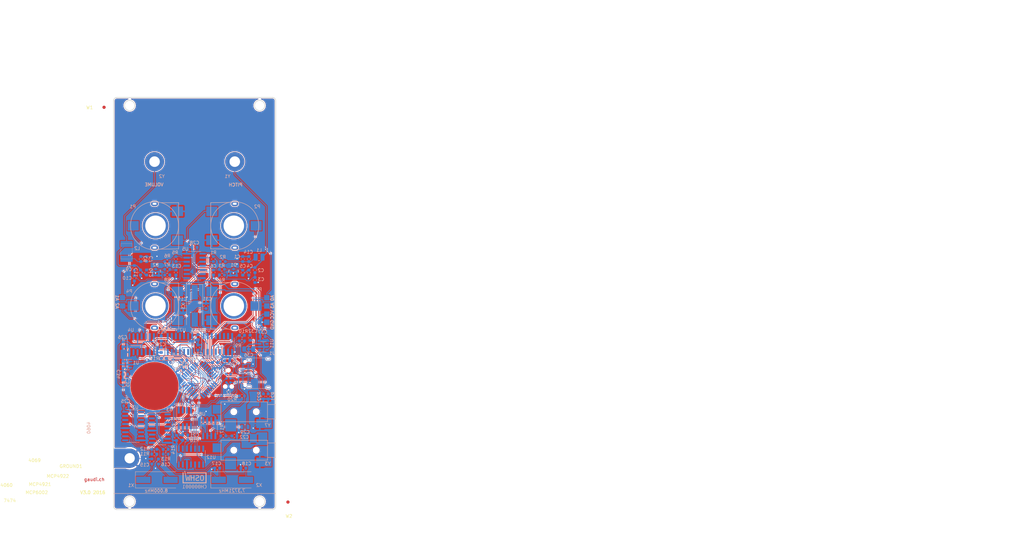
<source format=kicad_pcb>
(kicad_pcb (version 20171130) (host pcbnew 5.1.5+dfsg1-2build2)
  (layers (0 F.Cu signal) (31 B.Cu signal) (34 B.Paste user) (35 F.Paste user) (36 B.SilkS user) (37 F.SilkS user) (38 B.Mask user hide) (39 F.Mask user) (44 Edge.Cuts user))
  (net 0 "")
  (net 1 "Net-(U5-Pad10)")
  (net 2 "Net-(C2-Pad1)")
  (net 3 "Net-(C1-Pad1)")
  (net 4 "Net-(C6-Pad1)")
  (net 5 VDD)
  (net 6 GND)
  (net 7 "Net-(C10-Pad1)")
  (net 8 "Net-(R1-Pad1)")
  (net 9 VoutB)
  (net 10 "Net-(C13-Pad1)")
  (net 11 "Net-(C15-Pad1)")
  (net 12 "Net-(C16-Pad1)")
  (net 13 "Net-(R13-Pad1)")
  (net 14 "Net-(C17-Pad1)")
  (net 15 "Net-(C18-Pad1)")
  (net 16 VCC)
  (net 17 "Net-(U3-Pad7)")
  (net 18 BUT)
  (net 19 VO_PITCH)
  (net 20 VO_VOL)
  (net 21 F_PITCH)
  (net 22 F_VOL)
  (net 23 "Net-(C5-Pad2)")
  (net 24 DAC_LATCH)
  (net 25 DAC_DI)
  (net 26 DAC_SCK)
  (net 27 DAC_CS)
  (net 28 DAC2_CS)
  (net 29 "Net-(C2-Pad2)")
  (net 30 VrefB)
  (net 31 "Net-(C22-Pad1)")
  (net 32 "Net-(R17-Pad1)")
  (net 33 A0)
  (net 34 A1)
  (net 35 A2)
  (net 36 A3)
  (net 37 LED_RED)
  (net 38 "Net-(C7-Pad1)")
  (net 39 "Net-(C11-Pad1)")
  (net 40 "Net-(C12-Pad2)")
  (net 41 "Net-(R4-Pad2)")
  (net 42 "Net-(R5-Pad1)")
  (net 43 SAMPLE_CLK)
  (net 44 "Net-(C29-Pad1)")
  (net 45 "Net-(C29-Pad2)")
  (net 46 "Net-(U5-Pad1)")
  (net 47 "Net-(J1-PadS1)")
  (net 48 "Net-(C19-Pad1)")
  (net 49 "Net-(C30-Pad1)")
  (net 50 "Net-(C31-Pad1)")
  (net 51 RESET)
  (net 52 "Net-(C32-Pad2)")
  (net 53 "Net-(C33-Pad1)")
  (net 54 D-)
  (net 55 D+)
  (net 56 TXD)
  (net 57 "Net-(R9-Pad1)")
  (net 58 "Net-(R10-Pad1)")
  (net 59 RXD)
  (net 60 "Net-(C34-Pad1)")
  (net 61 MISO)
  (net 62 "Net-(D3-Pad4)")
  (net 63 "Net-(D3-Pad3)")
  (net 64 LED_BLUE)
  (net 65 EX_CLK)
  (net 66 "Net-(U2-Pad5)")
  (net 67 VREF)
  (net 68 DAC3_CS)
  (net 69 "Net-(J1-PadB5)")
  (net 70 "Net-(J1-PadA5)")
  (net 71 "Net-(U12-Pad10)")
  (net 72 "Net-(U12-Pad14)")
  (module GaudiLabsFootPrints:SensorButton (layer F.Cu) (at 87.5 125.75)
    (fp_text reference P10 hide)
    (fp_text value BUTTON)
    (pad 1 smd circle (at 0 0) (size 15 15) (layers F.Cu F.Mask) (net 60 "Net-(C34-Pad1)"))
  )
  (module GaudiLabsFootPrints:GNDPad (layer F.Cu) (at 79.75 148.25)
    (fp_text reference GROUND1 (at -18.3072 2.4992) (layer F.SilkS))
    (fp_text value GND_PAD)
    (pad "" smd rect (at -2.5 0 180) (size 5 6) (layers B.Cu B.Mask))
    (pad 1 thru_hole circle (at 0 0) (size 6 6) (drill 3.2) (layers *.Cu *.Mask) (net 6 GND))
    (pad "" smd rect (at -2.5 0) (size 5 6) (layers F.Cu F.Mask))
  )
  (module GaudiLabsFootPrints:PS15NV60 (layer B.Cu) (at 112.5 75.75 90)
    (fp_text reference P2 (at 5.976 6.9945 180) (layer B.SilkS) (effects (justify mirror)))
    (fp_text value 10k)
    (pad "" thru_hole oval (at -6.85 0 90) (size 1.5 2.2) (drill oval 0.6 1.2) (layers *.Cu *.Mask B.Paste))
    (pad "" thru_hole oval (at 6.85 0 90) (size 1.5 2.2) (drill oval 0.6 1.2) (layers *.Cu *.Mask B.Paste))
    (pad 2 smd rect (at 0 6.65 90) (size 3 3.5) (layers B.Cu B.Paste B.Mask) (net 33 A0))
    (pad 1 smd rect (at -4.5 -7.15 90) (size 3 3.5) (layers B.Cu B.Paste B.Mask) (net 6 GND))
    (pad 3 smd rect (at 4.5 -7.15 90) (size 3 3.5) (layers B.Cu B.Paste B.Mask) (net 16 VCC))
    (pad "" thru_hole circle (at 0 -0.3 90) (size 8 8) (drill 6.4) (layers *.Cu *.Mask))
  )
  (module GaudiLabsFootPrints:PS15NV60 (layer B.Cu) (at 87.5 75.75 270)
    (fp_text reference P1 (at -5.976 6.804 180) (layer B.SilkS) (effects (justify mirror)))
    (fp_text value 10k)
    (pad "" thru_hole oval (at -6.85 0 270) (size 1.5 2.2) (drill oval 0.6 1.2) (layers *.Cu *.Mask B.Paste))
    (pad "" thru_hole oval (at 6.85 0 270) (size 1.5 2.2) (drill oval 0.6 1.2) (layers *.Cu *.Mask B.Paste))
    (pad 2 smd rect (at 0 6.65 270) (size 3 3.5) (layers B.Cu B.Paste B.Mask) (net 34 A1))
    (pad 1 smd rect (at -4.5 -7.15 270) (size 3 3.5) (layers B.Cu B.Paste B.Mask) (net 6 GND))
    (pad 3 smd rect (at 4.5 -7.15 270) (size 3 3.5) (layers B.Cu B.Paste B.Mask) (net 16 VCC))
    (pad "" thru_hole circle (at 0 -0.3 270) (size 8 8) (drill 6.4) (layers *.Cu *.Mask))
  )
  (module GaudiLabsFootPrints:PS15NV60 (layer B.Cu) (at 87.5 100.75 270)
    (fp_text reference P4 (at -4.56 7.8835 180) (layer B.SilkS) (effects (justify mirror)))
    (fp_text value 10k)
    (pad "" thru_hole oval (at -6.85 0 270) (size 1.5 2.2) (drill oval 0.6 1.2) (layers *.Cu *.Mask B.Paste))
    (pad "" thru_hole oval (at 6.85 0 270) (size 1.5 2.2) (drill oval 0.6 1.2) (layers *.Cu *.Mask B.Paste))
    (pad 2 smd rect (at 0 6.65 270) (size 3 3.5) (layers B.Cu B.Paste B.Mask) (net 35 A2))
    (pad 1 smd rect (at -4.5 -7.15 270) (size 3 3.5) (layers B.Cu B.Paste B.Mask) (net 6 GND))
    (pad 3 smd rect (at 4.5 -7.15 270) (size 3 3.5) (layers B.Cu B.Paste B.Mask) (net 16 VCC))
    (pad "" thru_hole circle (at 0 -0.3 270) (size 8 8) (drill 6.4) (layers *.Cu *.Mask))
  )
  (module GaudiLabsFootPrints:PS15NV60 (layer B.Cu) (at 112.5 100.75 90)
    (fp_text reference P3 (at 5.1315 7.5025 180) (layer B.SilkS) (effects (justify mirror)))
    (fp_text value 10k)
    (pad "" thru_hole oval (at -6.85 0 90) (size 1.5 2.2) (drill oval 0.6 1.2) (layers *.Cu *.Mask B.Paste))
    (pad "" thru_hole oval (at 6.85 0 90) (size 1.5 2.2) (drill oval 0.6 1.2) (layers *.Cu *.Mask B.Paste))
    (pad 2 smd rect (at 0 6.65 90) (size 3 3.5) (layers B.Cu B.Paste B.Mask) (net 36 A3))
    (pad 1 smd rect (at -4.5 -7.15 90) (size 3 3.5) (layers B.Cu B.Paste B.Mask) (net 6 GND))
    (pad 3 smd rect (at 4.5 -7.15 90) (size 3 3.5) (layers B.Cu B.Paste B.Mask) (net 16 VCC))
    (pad "" thru_hole circle (at 0 -0.3 90) (size 8 8) (drill 6.4) (layers *.Cu *.Mask))
  )
  (module Package_QFP:TQFP-32_7x7mm_P0.8mm (layer B.Cu) (at 101.494039 123.940753 45)
    (fp_text reference U9 (at -6.578417 0.424411 180) (layer B.SilkS) (effects (justify mirror)))
    (fp_text value ATmega328P-AU)
    (pad 1 smd rect (at -4.25 2.8 45) (size 1.6 0.55) (layers B.Cu B.Paste B.Mask) (net 43 SAMPLE_CLK))
    (pad 2 smd rect (at -4.25 2 45) (size 1.6 0.55) (layers B.Cu B.Paste B.Mask) (net 20 VO_VOL))
    (pad 3 smd rect (at -4.25 1.2 45) (size 1.6 0.55) (layers B.Cu B.Paste B.Mask) (net 6 GND))
    (pad 4 smd rect (at -4.25 0.4 45) (size 1.6 0.55) (layers B.Cu B.Paste B.Mask) (net 16 VCC))
    (pad 5 smd rect (at -4.25 -0.4 45) (size 1.6 0.55) (layers B.Cu B.Paste B.Mask) (net 6 GND))
    (pad 6 smd rect (at -4.25 -1.2 45) (size 1.6 0.55) (layers B.Cu B.Paste B.Mask) (net 16 VCC))
    (pad 7 smd rect (at -4.25 -2 45) (size 1.6 0.55) (layers B.Cu B.Paste B.Mask) (net 65 EX_CLK))
    (pad 8 smd rect (at -4.25 -2.8 45) (size 1.6 0.55) (layers B.Cu B.Paste B.Mask))
    (pad 9 smd rect (at -2.8 -4.25 315) (size 1.6 0.55) (layers B.Cu B.Paste B.Mask) (net 19 VO_PITCH))
    (pad 10 smd rect (at -2 -4.25 315) (size 1.6 0.55) (layers B.Cu B.Paste B.Mask) (net 18 BUT))
    (pad 11 smd rect (at -1.2 -4.25 315) (size 1.6 0.55) (layers B.Cu B.Paste B.Mask) (net 24 DAC_LATCH))
    (pad 12 smd rect (at -0.4 -4.25 315) (size 1.6 0.55) (layers B.Cu B.Paste B.Mask) (net 21 F_PITCH))
    (pad 13 smd rect (at 0.4 -4.25 315) (size 1.6 0.55) (layers B.Cu B.Paste B.Mask) (net 28 DAC2_CS))
    (pad 14 smd rect (at 1.2 -4.25 315) (size 1.6 0.55) (layers B.Cu B.Paste B.Mask) (net 27 DAC_CS))
    (pad 15 smd rect (at 2 -4.25 315) (size 1.6 0.55) (layers B.Cu B.Paste B.Mask) (net 25 DAC_DI))
    (pad 16 smd rect (at 2.8 -4.25 315) (size 1.6 0.55) (layers B.Cu B.Paste B.Mask) (net 61 MISO))
    (pad 17 smd rect (at 4.25 -2.8 45) (size 1.6 0.55) (layers B.Cu B.Paste B.Mask) (net 26 DAC_SCK))
    (pad 18 smd rect (at 4.25 -2 45) (size 1.6 0.55) (layers B.Cu B.Paste B.Mask) (net 16 VCC))
    (pad 19 smd rect (at 4.25 -1.2 45) (size 1.6 0.55) (layers B.Cu B.Paste B.Mask) (net 68 DAC3_CS))
    (pad 20 smd rect (at 4.25 -0.4 45) (size 1.6 0.55) (layers B.Cu B.Paste B.Mask) (net 53 "Net-(C33-Pad1)"))
    (pad 21 smd rect (at 4.25 0.4 45) (size 1.6 0.55) (layers B.Cu B.Paste B.Mask) (net 6 GND))
    (pad 22 smd rect (at 4.25 1.2 45) (size 1.6 0.55) (layers B.Cu B.Paste B.Mask))
    (pad 23 smd rect (at 4.25 2 45) (size 1.6 0.55) (layers B.Cu B.Paste B.Mask) (net 33 A0))
    (pad 24 smd rect (at 4.25 2.8 45) (size 1.6 0.55) (layers B.Cu B.Paste B.Mask) (net 34 A1))
    (pad 25 smd rect (at 2.8 4.25 315) (size 1.6 0.55) (layers B.Cu B.Paste B.Mask) (net 35 A2))
    (pad 26 smd rect (at 2 4.25 315) (size 1.6 0.55) (layers B.Cu B.Paste B.Mask) (net 36 A3))
    (pad 27 smd rect (at 1.2 4.25 315) (size 1.6 0.55) (layers B.Cu B.Paste B.Mask) (net 64 LED_BLUE))
    (pad 28 smd rect (at 0.4 4.25 315) (size 1.6 0.55) (layers B.Cu B.Paste B.Mask) (net 37 LED_RED))
    (pad 29 smd rect (at -0.4 4.25 315) (size 1.6 0.55) (layers B.Cu B.Paste B.Mask) (net 51 RESET))
    (pad 30 smd rect (at -1.2 4.25 315) (size 1.6 0.55) (layers B.Cu B.Paste B.Mask) (net 56 TXD))
    (pad 31 smd rect (at -2 4.25 315) (size 1.6 0.55) (layers B.Cu B.Paste B.Mask) (net 59 RXD))
    (pad 32 smd rect (at -2.8 4.25 315) (size 1.6 0.55) (layers B.Cu B.Paste B.Mask) (net 22 F_VOL))
  )
  (module Capacitor_SMD:C_0603_1608Metric (layer B.Cu) (at 83.109 90.3225 270)
    (fp_text reference C11 (at 0 1.43 90) (layer B.SilkS) (effects (justify mirror)))
    (fp_text value 10pF)
    (pad 2 smd roundrect (at 0.7875 0 270) (size 0.875 0.95) (layers B.Cu B.Paste B.Mask) (net 6 GND))
    (pad 1 smd roundrect (at -0.7875 0 270) (size 0.875 0.95) (layers B.Cu B.Paste B.Mask) (net 39 "Net-(C11-Pad1)"))
  )
  (module Capacitor_SMD:C_0603_1608Metric (layer B.Cu) (at 116.891 86.1315 90)
    (fp_text reference C14 (at 2.206 -0.1905) (layer B.SilkS) (effects (justify mirror)))
    (fp_text value "not assembled")
    (pad 1 smd roundrect (at -0.7875 0 90) (size 0.875 0.95) (layers B.Cu B.Paste B.Mask) (net 3 "Net-(C1-Pad1)"))
    (pad 2 smd roundrect (at 0.7875 0 90) (size 0.875 0.95) (layers B.Cu B.Paste B.Mask) (net 6 GND))
  )
  (module Resistor_SMD:R_0603_1608Metric (layer B.Cu) (at 108.509 89.332)
    (fp_text reference R3 (at -0.0635 -1.143) (layer B.SilkS) (effects (justify mirror)))
    (fp_text value 100k)
    (pad 1 smd roundrect (at -0.7875 0) (size 0.875 0.95) (layers B.Cu B.Paste B.Mask) (net 4 "Net-(C6-Pad1)"))
    (pad 2 smd roundrect (at 0.7875 0) (size 0.875 0.95) (layers B.Cu B.Paste B.Mask) (net 23 "Net-(C5-Pad2)"))
  )
  (module Capacitor_SMD:C_0603_1608Metric (layer B.Cu) (at 114.986 90.348 90)
    (fp_text reference C5 (at 2.032 0) (layer B.SilkS) (effects (justify mirror)))
    (fp_text value 470pF)
    (pad 1 smd roundrect (at -0.7875 0 90) (size 0.875 0.95) (layers B.Cu B.Paste B.Mask) (net 2 "Net-(C2-Pad1)"))
    (pad 2 smd roundrect (at 0.7875 0 90) (size 0.875 0.95) (layers B.Cu B.Paste B.Mask) (net 23 "Net-(C5-Pad2)"))
  )
  (module Capacitor_SMD:C_0603_1608Metric (layer B.Cu) (at 116.891 90.348 270)
    (fp_text reference C4 (at -2.032 -0.254) (layer B.SilkS) (effects (justify mirror)))
    (fp_text value "not assembled")
    (pad 2 smd roundrect (at 0.7875 0 270) (size 0.875 0.95) (layers B.Cu B.Paste B.Mask) (net 6 GND))
    (pad 1 smd roundrect (at -0.7875 0 270) (size 0.875 0.95) (layers B.Cu B.Paste B.Mask) (net 2 "Net-(C2-Pad1)"))
  )
  (module Capacitor_SMD:C_0603_1608Metric (layer B.Cu) (at 118.796 92.6595 270)
    (fp_text reference C3 (at -0.216 -1.905) (layer B.SilkS) (effects (justify mirror)))
    (fp_text value 150pF)
    (pad 1 smd roundrect (at -0.7875 0 270) (size 0.875 0.95) (layers B.Cu B.Paste B.Mask) (net 29 "Net-(C2-Pad2)"))
    (pad 2 smd roundrect (at 0.7875 0 270) (size 0.875 0.95) (layers B.Cu B.Paste B.Mask) (net 6 GND))
  )
  (module TO_SOT_Packages_SMD:SOT-23 (layer B.Cu) (at 112.126 90.25 180)
    (fp_text reference D1 (at 0 2.286 180) (layer B.SilkS) (effects (justify mirror)))
    (fp_text value BB914)
    (pad 1 smd rect (at -0.95 -1.00076 180) (size 0.8001 0.8001) (layers B.Cu B.Paste B.Mask) (net 6 GND))
    (pad 2 smd rect (at 0.95 -1.00076 180) (size 0.8001 0.8001) (layers B.Cu B.Paste B.Mask) (net 6 GND))
    (pad 3 smd rect (at 0 0.99822 180) (size 0.8001 0.8001) (layers B.Cu B.Paste B.Mask) (net 23 "Net-(C5-Pad2)"))
  )
  (module Inductor_SMD:L_1008_2520Metric (layer B.Cu) (at 120.066 85.522 180)
    (fp_text reference L1 (at 0 2.159) (layer B.SilkS) (effects (justify mirror)))
    (fp_text value 1mH)
    (pad 1 smd roundrect (at -1.075 0 180) (size 1.25 2.2) (layers B.Cu B.Paste B.Mask) (roundrect_rratio 0.2) (net 2 "Net-(C2-Pad1)"))
    (pad 2 smd roundrect (at 1.075 0 180) (size 1.25 2.2) (layers B.Cu B.Paste B.Mask) (roundrect_rratio 0.2) (net 3 "Net-(C1-Pad1)"))
  )
  (module Capacitor_SMD:C_0603_1608Metric (layer B.Cu) (at 114.986 86.1315 90)
    (fp_text reference C1 (at 0.7365 -1.778) (layer B.SilkS) (effects (justify mirror)))
    (fp_text value 220pF)
    (pad 2 smd roundrect (at 0.7875 0 90) (size 0.875 0.95) (layers B.Cu B.Paste B.Mask) (net 6 GND))
    (pad 1 smd roundrect (at -0.7875 0 90) (size 0.875 0.95) (layers B.Cu B.Paste B.Mask) (net 3 "Net-(C1-Pad1)"))
  )
  (module Capacitor_SMD:C_0603_1608Metric (layer B.Cu) (at 118.796 89.5605 270)
    (fp_text reference C2 (at 0.089 -1.8415) (layer B.SilkS) (effects (justify mirror)))
    (fp_text value 150pF)
    (pad 1 smd roundrect (at -0.7875 0 270) (size 0.875 0.95) (layers B.Cu B.Paste B.Mask) (net 2 "Net-(C2-Pad1)"))
    (pad 2 smd roundrect (at 0.7875 0 270) (size 0.875 0.95) (layers B.Cu B.Paste B.Mask) (net 29 "Net-(C2-Pad2)"))
  )
  (module GaudiLabsFootPrints:COIL (layer B.Cu) (at 78.791 83.73 180)
    (fp_text reference L2 (at -3.302 0.9385) (layer B.SilkS) (effects (justify mirror)))
    (fp_text value 1mH)
    (pad 2 smd rect (at 0 -2.3 180) (size 3.81 1.9304) (layers B.Cu B.Paste B.Mask) (net 38 "Net-(C7-Pad1)"))
    (pad 1 smd rect (at 0 2.3 180) (size 3.81 1.9304) (layers B.Cu B.Paste B.Mask) (net 39 "Net-(C11-Pad1)"))
  )
  (module TO_SOT_Packages_SMD:SOT-23 (layer B.Cu) (at 87.874 90.23624 180)
    (fp_text reference D2 (at 0 2.286) (layer B.SilkS) (effects (justify mirror)))
    (fp_text value BB914)
    (pad 1 smd rect (at -0.95 -1.00076 180) (size 0.8001 0.8001) (layers B.Cu B.Paste B.Mask) (net 6 GND))
    (pad 2 smd rect (at 0.95 -1.00076 180) (size 0.8001 0.8001) (layers B.Cu B.Paste B.Mask) (net 6 GND))
    (pad 3 smd rect (at 0 0.99822 180) (size 0.8001 0.8001) (layers B.Cu B.Paste B.Mask) (net 40 "Net-(C12-Pad2)"))
  )
  (module GaudiLabsLogos:Peace_logo (layer F.Cu) (at 119.05 172.6948)
    (fp_text reference G*** hide)
    (fp_text value LOGO hide)
  )
  (module Fiducials:Fiducial_1mm_Dia_2.54mm_Outer_CopperTop (layer F.Cu) (at 71.77 38.8)
    (fp_text reference W1 (at -4.504 0.068) (layer F.SilkS))
    (fp_text value FIDUCIAL1)
    (pad ~ smd circle (at 0 0) (size 1 1) (layers F.Cu F.Mask) (clearance 0.77))
  )
  (module Fiducials:Fiducial_1mm_Dia_2.54mm_Outer_CopperTop (layer F.Cu) (at 129.07 161.92)
    (fp_text reference W2 (at 0.304 4.382) (layer F.SilkS))
    (fp_text value FIDUCIAL2)
    (pad ~ smd circle (at 0 0) (size 1 1) (layers F.Cu F.Mask) (clearance 0.77))
  )
  (module GaudiLabsLogos:OT_gold_logo (layer B.Cu) (at 98.222 10.084 180)
    (fp_text reference G*** hide)
    (fp_text value LOGO hide)
  )
  (module GaudiLabsLogos:OT_gold_gnd (layer B.Cu) (at 74.1936 168.7832 180)
    (fp_text reference G*** hide)
    (fp_text value LOGO hide)
  )
  (module GaudiLabsLogos:OpenHardware_gold (layer F.Cu) (at 96.952 172.136)
    (fp_text reference G*** hide)
    (fp_text value LOGO hide)
  )
  (module GaudiLabsLogos:OT_credits (layer F.Cu) (at 100.889 20.4345)
    (fp_text reference G*** hide)
    (fp_text value LOGO hide)
  )
  (module GaudiLabsLogos:OSHW_OT3 (layer B.Cu) (at 100 154.991 180)
    (fp_text reference G*** hide)
    (fp_text value LOGO hide)
  )
  (module GaudiLabsFootPrints:AntennaMountHole (layer F.Cu) (at 112.5 55.75)
    (fp_text reference Y1 (at -2.2765 4.5625) (layer B.SilkS) (effects (justify mirror)))
    (fp_text value MountPad3)
    (pad 1 thru_hole circle (at 0 0) (size 6 6) (drill 3.3) (layers *.Cu *.Mask) (net 2 "Net-(C2-Pad1)"))
  )
  (module GaudiLabsFootPrints:AntennaMountHole (layer F.Cu) (at 87.5 55.75)
    (fp_text reference Y2 (at 2.2765 4.5625) (layer B.SilkS) (effects (justify mirror)))
    (fp_text value MountPad3)
    (pad 1 thru_hole circle (at 0 0) (size 6 6) (drill 3.3) (layers *.Cu *.Mask) (net 39 "Net-(C11-Pad1)"))
  )
  (module GaudiLabsFootPrints:USB_C_Receptacle_Amphenol_12401610E4-2A (layer B.Cu) (at 120.05 121.75 270)
    (fp_text reference J1 (at -6.2485 -4.0165) (layer B.SilkS) (effects (justify mirror)))
    (fp_text value USB_C_Receptacle)
    (pad B12 smd rect (at -3 3.32 270) (size 0.3 0.7) (layers B.Cu B.Paste B.Mask) (net 6 GND))
    (pad B11 smd rect (at -2.5 3.32 270) (size 0.3 0.7) (layers B.Cu B.Paste B.Mask))
    (pad B10 smd rect (at -2 3.32 270) (size 0.3 0.7) (layers B.Cu B.Paste B.Mask))
    (pad B9 smd rect (at -1.5 3.32 270) (size 0.3 0.7) (layers B.Cu B.Paste B.Mask) (net 16 VCC))
    (pad B8 smd rect (at -1 3.32 270) (size 0.3 0.7) (layers B.Cu B.Paste B.Mask))
    (pad B7 smd rect (at -0.5 3.32 270) (size 0.3 0.7) (layers B.Cu B.Paste B.Mask) (net 54 D-))
    (pad B6 smd rect (at 0 3.32 270) (size 0.3 0.7) (layers B.Cu B.Paste B.Mask) (net 55 D+))
    (pad B5 smd rect (at 0.5 3.32 270) (size 0.3 0.7) (layers B.Cu B.Paste B.Mask) (net 69 "Net-(J1-PadB5)"))
    (pad B4 smd rect (at 1 3.32 270) (size 0.3 0.7) (layers B.Cu B.Paste B.Mask) (net 16 VCC))
    (pad B3 smd rect (at 1.5 3.32 270) (size 0.3 0.7) (layers B.Cu B.Paste B.Mask))
    (pad B2 smd rect (at 2 3.32 270) (size 0.3 0.7) (layers B.Cu B.Paste B.Mask))
    (pad "" np_thru_hole circle (at -3.6 4.36 270) (size 0.65 0.65) (drill 0.65) (layers *.Cu *.Mask))
    (pad "" np_thru_hole oval (at 3.6 4.36 270) (size 0.95 0.65) (drill oval 0.95 0.65) (layers *.Cu *.Mask))
    (pad S1 thru_hole oval (at -4.49 -2.84 270) (size 0.8 1.4) (drill oval 0.5 1.1) (layers *.Cu *.Mask B.Paste) (net 47 "Net-(J1-PadS1)"))
    (pad S1 thru_hole oval (at 4.49 -2.84 270) (size 0.8 1.4) (drill oval 0.5 1.1) (layers *.Cu *.Mask B.Paste) (net 47 "Net-(J1-PadS1)"))
    (pad S1 thru_hole oval (at 4.13 3.11 270) (size 0.8 1.4) (drill oval 0.5 1.1) (layers *.Cu *.Mask B.Paste) (net 47 "Net-(J1-PadS1)"))
    (pad B1 smd rect (at 2.5 3.32 270) (size 0.3 0.7) (layers B.Cu B.Paste B.Mask) (net 6 GND))
    (pad A11 smd rect (at 2.25 5.02 270) (size 0.3 0.7) (layers B.Cu B.Paste B.Mask))
    (pad A8 smd rect (at 0.75 5.02 270) (size 0.3 0.7) (layers B.Cu B.Paste B.Mask))
    (pad A9 smd rect (at 1.25 5.02 270) (size 0.3 0.7) (layers B.Cu B.Paste B.Mask) (net 16 VCC))
    (pad A10 smd rect (at 1.75 5.02 270) (size 0.3 0.7) (layers B.Cu B.Paste B.Mask))
    (pad A12 smd rect (at 2.75 5.02 270) (size 0.3 0.7) (layers B.Cu B.Paste B.Mask) (net 6 GND))
    (pad A7 smd rect (at 0.25 5.02 270) (size 0.3 0.7) (layers B.Cu B.Paste B.Mask) (net 54 D-))
    (pad A6 smd rect (at -0.25 5.02 270) (size 0.3 0.7) (layers B.Cu B.Paste B.Mask) (net 55 D+))
    (pad A5 smd rect (at -0.75 5.02 270) (size 0.3 0.7) (layers B.Cu B.Paste B.Mask) (net 70 "Net-(J1-PadA5)"))
    (pad A4 smd rect (at -1.25 5.02 270) (size 0.3 0.7) (layers B.Cu B.Paste B.Mask) (net 16 VCC))
    (pad A3 smd rect (at -1.75 5.02 270) (size 0.3 0.7) (layers B.Cu B.Paste B.Mask))
    (pad A2 smd rect (at -2.25 5.02 270) (size 0.3 0.7) (layers B.Cu B.Paste B.Mask))
    (pad A1 smd rect (at -2.75 5.02 270) (size 0.3 0.7) (layers B.Cu B.Paste B.Mask) (net 6 GND))
    (pad S1 thru_hole oval (at -4.13 3.11 270) (size 0.8 1.4) (drill oval 0.5 1.1) (layers *.Cu *.Mask B.Paste) (net 47 "Net-(J1-PadS1)"))
  )
  (module Capacitor_SMD:C_0603_1608Metric (layer B.Cu) (at 105.842 90.3 270)
    (fp_text reference C6 (at -1.984 0) (layer B.SilkS) (effects (justify mirror)))
    (fp_text value 100nF)
    (pad 1 smd roundrect (at -0.7875 0 270) (size 0.875 0.95) (layers B.Cu B.Paste B.Mask) (net 4 "Net-(C6-Pad1)"))
    (pad 2 smd roundrect (at 0.7875 0 270) (size 0.875 0.95) (layers B.Cu B.Paste B.Mask) (net 6 GND))
  )
  (module Capacitor_SMD:C_0603_1608Metric (layer B.Cu) (at 85.014 86.1315 90)
    (fp_text reference C7 (at 0 1.43 90) (layer B.SilkS) (effects (justify mirror)))
    (fp_text value "not assembled")
    (pad 2 smd roundrect (at 0.7875 0 90) (size 0.875 0.95) (layers B.Cu B.Paste B.Mask) (net 6 GND))
    (pad 1 smd roundrect (at -0.7875 0 90) (size 0.875 0.95) (layers B.Cu B.Paste B.Mask) (net 38 "Net-(C7-Pad1)"))
  )
  (module Capacitor_SMD:C_0603_1608Metric (layer B.Cu) (at 83.236 86.1315 90)
    (fp_text reference C8 (at 0 1.43 90) (layer B.SilkS) (effects (justify mirror)))
    (fp_text value 330pF)
    (pad 1 smd roundrect (at -0.7875 0 90) (size 0.875 0.95) (layers B.Cu B.Paste B.Mask) (net 38 "Net-(C7-Pad1)"))
    (pad 2 smd roundrect (at 0.7875 0 90) (size 0.875 0.95) (layers B.Cu B.Paste B.Mask) (net 6 GND))
  )
  (module Capacitor_SMD:C_0603_1608Metric (layer B.Cu) (at 81.204 88.951 270)
    (fp_text reference C9 (at 0.381 1.7145 180) (layer B.SilkS) (effects (justify mirror)))
    (fp_text value 150pF)
    (pad 1 smd roundrect (at -0.7875 0 270) (size 0.875 0.95) (layers B.Cu B.Paste B.Mask) (net 39 "Net-(C11-Pad1)"))
    (pad 2 smd roundrect (at 0.7875 0 270) (size 0.875 0.95) (layers B.Cu B.Paste B.Mask) (net 7 "Net-(C10-Pad1)"))
  )
  (module Capacitor_SMD:C_0603_1608Metric (layer B.Cu) (at 81.204 92.1515 270)
    (fp_text reference C10 (at -0.089 2.2225 180) (layer B.SilkS) (effects (justify mirror)))
    (fp_text value 150pF)
    (pad 2 smd roundrect (at 0.7875 0 270) (size 0.875 0.95) (layers B.Cu B.Paste B.Mask) (net 6 GND))
    (pad 1 smd roundrect (at -0.7875 0 270) (size 0.875 0.95) (layers B.Cu B.Paste B.Mask) (net 7 "Net-(C10-Pad1)"))
  )
  (module Capacitor_SMD:C_0603_1608Metric (layer B.Cu) (at 85.014 90.3225 90)
    (fp_text reference C12 (at 0 1.43 90) (layer B.SilkS) (effects (justify mirror)))
    (fp_text value 470pF)
    (pad 1 smd roundrect (at -0.7875 0 90) (size 0.875 0.95) (layers B.Cu B.Paste B.Mask) (net 39 "Net-(C11-Pad1)"))
    (pad 2 smd roundrect (at 0.7875 0 90) (size 0.875 0.95) (layers B.Cu B.Paste B.Mask) (net 40 "Net-(C12-Pad2)"))
  )
  (module Capacitor_SMD:C_0603_1608Metric (layer B.Cu) (at 94.158 90.3225 270)
    (fp_text reference C13 (at -2.0065 -0.254 180) (layer B.SilkS) (effects (justify mirror)))
    (fp_text value 100nF)
    (pad 2 smd roundrect (at 0.7875 0 270) (size 0.875 0.95) (layers B.Cu B.Paste B.Mask) (net 6 GND))
    (pad 1 smd roundrect (at -0.7875 0 270) (size 0.875 0.95) (layers B.Cu B.Paste B.Mask) (net 10 "Net-(C13-Pad1)"))
  )
  (module Capacitor_SMD:C_0603_1608Metric (layer B.Cu) (at 86.665 149.2505 90)
    (fp_text reference C15 (at -1.0415 -2.2225) (layer B.SilkS) (effects (justify mirror)))
    (fp_text value 33pF)
    (pad 2 smd roundrect (at 0.7875 0 90) (size 0.875 0.95) (layers B.Cu B.Paste B.Mask) (net 6 GND))
    (pad 1 smd roundrect (at -0.7875 0 90) (size 0.875 0.95) (layers B.Cu B.Paste B.Mask) (net 11 "Net-(C15-Pad1)"))
  )
  (module Capacitor_SMD:C_0603_1608Metric (layer B.Cu) (at 88.697 149.276 90)
    (fp_text reference C16 (at -0.889 2.286 180) (layer B.SilkS) (effects (justify mirror)))
    (fp_text value 33pF)
    (pad 2 smd roundrect (at 0.7875 0 90) (size 0.875 0.95) (layers B.Cu B.Paste B.Mask) (net 6 GND))
    (pad 1 smd roundrect (at -0.7875 0 90) (size 0.875 0.95) (layers B.Cu B.Paste B.Mask) (net 12 "Net-(C16-Pad1)"))
  )
  (module Capacitor_SMD:C_0603_1608Metric (layer B.Cu) (at 107.0485 151.308 180)
    (fp_text reference C17 (at 0.2413 1.397) (layer B.SilkS) (effects (justify mirror)))
    (fp_text value 33pF)
    (pad 1 smd roundrect (at -0.7875 0 180) (size 0.875 0.95) (layers B.Cu B.Paste B.Mask) (net 14 "Net-(C17-Pad1)"))
    (pad 2 smd roundrect (at 0.7875 0 180) (size 0.875 0.95) (layers B.Cu B.Paste B.Mask) (net 6 GND))
  )
  (module Capacitor_SMD:C_0603_1608Metric (layer B.Cu) (at 115.1765 151.308 180)
    (fp_text reference C18 (at -1.0287 1.397) (layer B.SilkS) (effects (justify mirror)))
    (fp_text value 33pF)
    (pad 2 smd roundrect (at 0.7875 0 180) (size 0.875 0.95) (layers B.Cu B.Paste B.Mask) (net 6 GND))
    (pad 1 smd roundrect (at -0.7875 0 180) (size 0.875 0.95) (layers B.Cu B.Paste B.Mask) (net 15 "Net-(C18-Pad1)"))
  )
  (module Capacitor_SMD:C_0603_1608Metric (layer B.Cu) (at 89.586 114.478 270)
    (fp_text reference C20 (at -1.7145 0.127 180) (layer B.SilkS) (effects (justify mirror)))
    (fp_text value 100n)
    (pad 2 smd roundrect (at 0.7875 0 270) (size 0.875 0.95) (layers B.Cu B.Paste B.Mask) (net 6 GND))
    (pad 1 smd roundrect (at -0.7875 0 270) (size 0.875 0.95) (layers B.Cu B.Paste B.Mask) (net 30 VrefB))
  )
  (module Capacitor_SMD:C_0603_1608Metric (layer B.Cu) (at 97.079 141.021 180)
    (fp_text reference C21 (at -2.921 -0.0635 180) (layer B.SilkS) (effects (justify mirror)))
    (fp_text value 100n)
    (pad 1 smd roundrect (at -0.7875 0 180) (size 0.875 0.95) (layers B.Cu B.Paste B.Mask) (net 67 VREF))
    (pad 2 smd roundrect (at 0.7875 0 180) (size 0.875 0.95) (layers B.Cu B.Paste B.Mask) (net 6 GND))
  )
  (module Capacitor_SMD:C_0603_1608Metric (layer B.Cu) (at 112.4 141.31)
    (fp_text reference C22 (at 3.0686 0.346) (layer B.SilkS) (effects (justify mirror)))
    (fp_text value 10n)
    (pad 2 smd roundrect (at 0.7875 0) (size 0.875 0.95) (layers B.Cu B.Paste B.Mask) (net 6 GND))
    (pad 1 smd roundrect (at -0.7875 0) (size 0.875 0.95) (layers B.Cu B.Paste B.Mask) (net 31 "Net-(C22-Pad1)"))
  )
  (module Capacitor_SMD:C_0603_1608Metric (layer B.Cu) (at 106.35 118.415)
    (fp_text reference C23 (at 0 -1.3335 180) (layer B.SilkS) (effects (justify mirror)))
    (fp_text value 100nF)
    (pad 2 smd roundrect (at 0.7875 0) (size 0.875 0.95) (layers B.Cu B.Paste B.Mask) (net 6 GND))
    (pad 1 smd roundrect (at -0.7875 0) (size 0.875 0.95) (layers B.Cu B.Paste B.Mask) (net 16 VCC))
  )
  (module Capacitor_SMD:C_0603_1608Metric (layer B.Cu) (at 94.3485 141.91 270)
    (fp_text reference C24 (at -3.048 0.762 90) (layer B.SilkS) (effects (justify mirror)))
    (fp_text value 100nF)
    (pad 2 smd roundrect (at 0.7875 0 270) (size 0.875 0.95) (layers B.Cu B.Paste B.Mask) (net 6 GND))
    (pad 1 smd roundrect (at -0.7875 0 270) (size 0.875 0.95) (layers B.Cu B.Paste B.Mask) (net 16 VCC))
  )
  (module Capacitor_SMD:C_0603_1608Metric (layer B.Cu) (at 78.664 131.877)
    (fp_text reference C25 (at -0.1905 -1.397) (layer B.SilkS) (effects (justify mirror)))
    (fp_text value 100nF)
    (pad 1 smd roundrect (at -0.7875 0) (size 0.875 0.95) (layers B.Cu B.Paste B.Mask) (net 16 VCC))
    (pad 2 smd roundrect (at 0.7875 0) (size 0.875 0.95) (layers B.Cu B.Paste B.Mask) (net 6 GND))
  )
  (module Capacitor_SMD:C_0603_1608Metric (layer B.Cu) (at 77.648 112.7 270)
    (fp_text reference C26 (at -2.2225 0.127) (layer B.SilkS) (effects (justify mirror)))
    (fp_text value 100nF)
    (pad 1 smd roundrect (at -0.7875 0 270) (size 0.875 0.95) (layers B.Cu B.Paste B.Mask) (net 16 VCC))
    (pad 2 smd roundrect (at 0.7875 0 270) (size 0.875 0.95) (layers B.Cu B.Paste B.Mask) (net 6 GND))
  )
  (module Capacitor_SMD:C_0603_1608Metric (layer B.Cu) (at 101.0795 110.4775 270)
    (fp_text reference C27 (at -2.159 0.635) (layer B.SilkS) (effects (justify mirror)))
    (fp_text value 100nF)
    (pad 2 smd roundrect (at 0.7875 0 270) (size 0.875 0.95) (layers B.Cu B.Paste B.Mask) (net 6 GND))
    (pad 1 smd roundrect (at -0.7875 0 270) (size 0.875 0.95) (layers B.Cu B.Paste B.Mask) (net 16 VCC))
  )
  (module Capacitor_SMD:C_0603_1608Metric (layer B.Cu) (at 99.9745 82.474 180)
    (fp_text reference C28 (at 0 1.43 180) (layer B.SilkS) (effects (justify mirror)))
    (fp_text value 100nF)
    (pad 1 smd roundrect (at -0.7875 0 180) (size 0.875 0.95) (layers B.Cu B.Paste B.Mask) (net 5 VDD))
    (pad 2 smd roundrect (at 0.7875 0 180) (size 0.875 0.95) (layers B.Cu B.Paste B.Mask) (net 6 GND))
  )
  (module Resistor_SMD:R_0603_1608Metric (layer B.Cu) (at 105.842 86.1315 270)
    (fp_text reference R1 (at -2.032 0 180) (layer B.SilkS) (effects (justify mirror)))
    (fp_text value 4.7M)
    (pad 1 smd roundrect (at -0.7875 0 270) (size 0.875 0.95) (layers B.Cu B.Paste B.Mask) (net 8 "Net-(R1-Pad1)"))
    (pad 2 smd roundrect (at 0.7875 0 270) (size 0.875 0.95) (layers B.Cu B.Paste B.Mask) (net 29 "Net-(C2-Pad2)"))
  )
  (module Resistor_SMD:R_0603_1608Metric (layer B.Cu) (at 108.763 86.919 180)
    (fp_text reference R2 (at 0 1.43) (layer B.SilkS) (effects (justify mirror)))
    (fp_text value 2.2k)
    (pad 2 smd roundrect (at 0.7875 0 180) (size 0.875 0.95) (layers B.Cu B.Paste B.Mask) (net 8 "Net-(R1-Pad1)"))
    (pad 1 smd roundrect (at -0.7875 0 180) (size 0.875 0.95) (layers B.Cu B.Paste B.Mask) (net 3 "Net-(C1-Pad1)"))
  )
  (module Resistor_SMD:R_0603_1608Metric (layer B.Cu) (at 108.509 91.11 180)
    (fp_text reference R4 (at 0 -1.524) (layer B.SilkS) (effects (justify mirror)))
    (fp_text value 100k)
    (pad 2 smd roundrect (at 0.7875 0 180) (size 0.875 0.95) (layers B.Cu B.Paste B.Mask) (net 41 "Net-(R4-Pad2)"))
    (pad 1 smd roundrect (at -0.7875 0 180) (size 0.875 0.95) (layers B.Cu B.Paste B.Mask) (net 4 "Net-(C6-Pad1)"))
  )
  (module Resistor_SMD:R_0603_1608Metric (layer B.Cu) (at 94.158 86.1315 270)
    (fp_text reference R5 (at -2.032 0.254 180) (layer B.SilkS) (effects (justify mirror)))
    (fp_text value 4.7M)
    (pad 2 smd roundrect (at 0.7875 0 270) (size 0.875 0.95) (layers B.Cu B.Paste B.Mask) (net 7 "Net-(C10-Pad1)"))
    (pad 1 smd roundrect (at -0.7875 0 270) (size 0.875 0.95) (layers B.Cu B.Paste B.Mask) (net 42 "Net-(R5-Pad1)"))
  )
  (module Resistor_SMD:R_0603_1608Metric (layer B.Cu) (at 91.4655 86.919)
    (fp_text reference R6 (at 0 -1.778) (layer B.SilkS) (effects (justify mirror)))
    (fp_text value 2.2k)
    (pad 1 smd roundrect (at -0.7875 0) (size 0.875 0.95) (layers B.Cu B.Paste B.Mask) (net 38 "Net-(C7-Pad1)"))
    (pad 2 smd roundrect (at 0.7875 0) (size 0.875 0.95) (layers B.Cu B.Paste B.Mask) (net 42 "Net-(R5-Pad1)"))
  )
  (module Resistor_SMD:R_0603_1608Metric (layer B.Cu) (at 91.4655 89.332 180)
    (fp_text reference R7 (at 0 1.43) (layer B.SilkS) (effects (justify mirror)))
    (fp_text value 100k)
    (pad 2 smd roundrect (at 0.7875 0 180) (size 0.875 0.95) (layers B.Cu B.Paste B.Mask) (net 40 "Net-(C12-Pad2)"))
    (pad 1 smd roundrect (at -0.7875 0 180) (size 0.875 0.95) (layers B.Cu B.Paste B.Mask) (net 10 "Net-(C13-Pad1)"))
  )
  (module Resistor_SMD:R_0603_1608Metric (layer B.Cu) (at 91.4655 91.11)
    (fp_text reference R8 (at 0 1.43) (layer B.SilkS) (effects (justify mirror)))
    (fp_text value 100k)
    (pad 1 smd roundrect (at -0.7875 0) (size 0.875 0.95) (layers B.Cu B.Paste B.Mask) (net 10 "Net-(C13-Pad1)"))
    (pad 2 smd roundrect (at 0.7875 0) (size 0.875 0.95) (layers B.Cu B.Paste B.Mask) (net 9 VoutB))
  )
  (module Resistor_SMD:R_0603_1608Metric (layer B.Cu) (at 87.427 146.99)
    (fp_text reference R11 (at -2.9845 -0.127) (layer B.SilkS) (effects (justify mirror)))
    (fp_text value 4.7M)
    (pad 1 smd roundrect (at -0.7875 0) (size 0.875 0.95) (layers B.Cu B.Paste B.Mask) (net 65 EX_CLK))
    (pad 2 smd roundrect (at 0.7875 0) (size 0.875 0.95) (layers B.Cu B.Paste B.Mask) (net 11 "Net-(C15-Pad1)"))
  )
  (module Resistor_SMD:R_0603_1608Metric (layer B.Cu) (at 87.427 145.466 180)
    (fp_text reference R12 (at 2.9845 0.127) (layer B.SilkS) (effects (justify mirror)))
    (fp_text value 470)
    (pad 2 smd roundrect (at 0.7875 0 180) (size 0.875 0.95) (layers B.Cu B.Paste B.Mask) (net 65 EX_CLK))
    (pad 1 smd roundrect (at -0.7875 0 180) (size 0.875 0.95) (layers B.Cu B.Paste B.Mask) (net 12 "Net-(C16-Pad1)"))
  )
  (module Resistor_SMD:R_0603_1608Metric (layer B.Cu) (at 90.983 145.466)
    (fp_text reference R13 (at 0.0635 2.9845) (layer B.SilkS) (effects (justify mirror)))
    (fp_text value 4.7M)
    (pad 2 smd roundrect (at 0.7875 0) (size 0.875 0.95) (layers B.Cu B.Paste B.Mask) (net 14 "Net-(C17-Pad1)"))
    (pad 1 smd roundrect (at -0.7875 0) (size 0.875 0.95) (layers B.Cu B.Paste B.Mask) (net 13 "Net-(R13-Pad1)"))
  )
  (module Resistor_SMD:R_0603_1608Metric (layer B.Cu) (at 90.983 146.99 180)
    (fp_text reference R14 (at -2.3495 1.397 90) (layer B.SilkS) (effects (justify mirror)))
    (fp_text value 470)
    (pad 2 smd roundrect (at 0.7875 0 180) (size 0.875 0.95) (layers B.Cu B.Paste B.Mask) (net 13 "Net-(R13-Pad1)"))
    (pad 1 smd roundrect (at -0.7875 0 180) (size 0.875 0.95) (layers B.Cu B.Paste B.Mask) (net 15 "Net-(C18-Pad1)"))
  )
  (module Resistor_SMD:R_0603_1608Metric (layer B.Cu) (at 89.586 110.922 90)
    (fp_text reference R15 (at 2.0955 0.254 180) (layer B.SilkS) (effects (justify mirror)))
    (fp_text value 100k)
    (pad 1 smd roundrect (at -0.7875 0 90) (size 0.875 0.95) (layers B.Cu B.Paste B.Mask) (net 30 VrefB))
    (pad 2 smd roundrect (at 0.7875 0 90) (size 0.875 0.95) (layers B.Cu B.Paste B.Mask) (net 5 VDD))
  )
  (module Resistor_SMD:R_0603_1608Metric (layer B.Cu) (at 97.079 142.6085 180)
    (fp_text reference R16 (at -2.921 -0.0635) (layer B.SilkS) (effects (justify mirror)))
    (fp_text value 100k)
    (pad 2 smd roundrect (at 0.7875 0 180) (size 0.875 0.95) (layers B.Cu B.Paste B.Mask) (net 16 VCC))
    (pad 1 smd roundrect (at -0.7875 0 180) (size 0.875 0.95) (layers B.Cu B.Paste B.Mask) (net 67 VREF))
  )
  (module Resistor_SMD:R_0603_1608Metric (layer B.Cu) (at 108.93 141.29)
    (fp_text reference R17 (at -0.421 -2.1994 270) (layer B.SilkS) (effects (justify mirror)))
    (fp_text value 2.2k)
    (pad 1 smd roundrect (at -0.7875 0) (size 0.875 0.95) (layers B.Cu B.Paste B.Mask) (net 32 "Net-(R17-Pad1)"))
    (pad 2 smd roundrect (at 0.7875 0) (size 0.875 0.95) (layers B.Cu B.Paste B.Mask) (net 31 "Net-(C22-Pad1)"))
  )
  (module Resistor_SMD:R_0603_1608Metric (layer B.Cu) (at 96.787 117.653)
    (fp_text reference R18 (at 2.959 -0.381 180) (layer B.SilkS) (effects (justify mirror)))
    (fp_text value 470)
    (pad 2 smd roundrect (at 0.7875 0) (size 0.875 0.95) (layers B.Cu B.Paste B.Mask) (net 64 LED_BLUE))
    (pad 1 smd roundrect (at -0.7875 0) (size 0.875 0.95) (layers B.Cu B.Paste B.Mask) (net 62 "Net-(D3-Pad4)"))
  )
  (module Resistor_SMD:R_0603_1608Metric (layer B.Cu) (at 90.4115 117.145 180)
    (fp_text reference R19 (at 2.921 0) (layer B.SilkS) (effects (justify mirror)))
    (fp_text value 470)
    (pad 1 smd roundrect (at -0.7875 0 180) (size 0.875 0.95) (layers B.Cu B.Paste B.Mask) (net 63 "Net-(D3-Pad3)"))
    (pad 2 smd roundrect (at 0.7875 0 180) (size 0.875 0.95) (layers B.Cu B.Paste B.Mask) (net 37 LED_RED))
  )
  (module Package_SO:SOIC-16_3.9x9.9mm_P1.27mm (layer B.Cu) (at 107.239 112.635 90)
    (fp_text reference U10 (at 4.3165 -3.7465) (layer B.SilkS) (effects (justify mirror)))
    (fp_text value CH340G)
    (pad 1 smd roundrect (at -2.475 4.445 90) (size 1.95 0.6) (layers B.Cu B.Paste B.Mask) (net 6 GND))
    (pad 2 smd roundrect (at -2.475 3.175 90) (size 1.95 0.6) (layers B.Cu B.Paste B.Mask) (net 57 "Net-(R9-Pad1)"))
    (pad 3 smd roundrect (at -2.475 1.905 90) (size 1.95 0.6) (layers B.Cu B.Paste B.Mask) (net 58 "Net-(R10-Pad1)"))
    (pad 4 smd roundrect (at -2.475 0.635 90) (size 1.95 0.6) (layers B.Cu B.Paste B.Mask) (net 49 "Net-(C30-Pad1)"))
    (pad 5 smd roundrect (at -2.475 -0.635 90) (size 1.95 0.6) (layers B.Cu B.Paste B.Mask) (net 55 D+))
    (pad 6 smd roundrect (at -2.475 -1.905 90) (size 1.95 0.6) (layers B.Cu B.Paste B.Mask) (net 54 D-))
    (pad 7 smd roundrect (at -2.475 -3.175 90) (size 1.95 0.6) (layers B.Cu B.Paste B.Mask) (net 48 "Net-(C19-Pad1)"))
    (pad 8 smd roundrect (at -2.475 -4.445 90) (size 1.95 0.6) (layers B.Cu B.Paste B.Mask) (net 50 "Net-(C31-Pad1)"))
    (pad 9 smd roundrect (at 2.475 -4.445 90) (size 1.95 0.6) (layers B.Cu B.Paste B.Mask))
    (pad 10 smd roundrect (at 2.475 -3.175 90) (size 1.95 0.6) (layers B.Cu B.Paste B.Mask))
    (pad 11 smd roundrect (at 2.475 -1.905 90) (size 1.95 0.6) (layers B.Cu B.Paste B.Mask))
    (pad 12 smd roundrect (at 2.475 -0.635 90) (size 1.95 0.6) (layers B.Cu B.Paste B.Mask))
    (pad 13 smd roundrect (at 2.475 0.635 90) (size 1.95 0.6) (layers B.Cu B.Paste B.Mask) (net 52 "Net-(C32-Pad2)"))
    (pad 14 smd roundrect (at 2.475 1.905 90) (size 1.95 0.6) (layers B.Cu B.Paste B.Mask))
    (pad 15 smd roundrect (at 2.475 3.175 90) (size 1.95 0.6) (layers B.Cu B.Paste B.Mask))
    (pad 16 smd roundrect (at 2.475 4.445 90) (size 1.95 0.6) (layers B.Cu B.Paste B.Mask) (net 16 VCC))
  )
  (module GaudiLabsFootPrints:SJ-3502-SMT-TR (layer B.Cu) (at 122.7 133.75 180)
    (fp_text reference Y7 (at -0.033 -4.2305) (layer B.SilkS) (effects (justify mirror)))
    (fp_text value PLUG_3_5_SMD)
    (pad "" np_thru_hole circle (at 3.5 0 180) (size 1.7 1.7) (drill 1.7) (layers *.Cu *.Mask))
    (pad "" np_thru_hole circle (at 10.5 0 180) (size 1.7 1.7) (drill 1.7) (layers *.Cu *.Mask))
    (pad 3 smd rect (at 4.4 3.7 180) (size 2.2 2.8) (layers B.Cu B.Paste B.Mask) (net 45 "Net-(C29-Pad2)"))
    (pad 1 smd rect (at 2.4 -3.7 180) (size 2.2 2.8) (layers B.Cu B.Paste B.Mask) (net 6 GND))
    (pad 4 smd rect (at 15.8 0.75 180) (size 2.6 2.8) (layers B.Cu B.Paste B.Mask))
    (pad 2 smd rect (at 11.8 -3.7 180) (size 2.8 2.8) (layers B.Cu B.Paste B.Mask))
  )
  (module Package_SO:SOIC-14_3.9x8.7mm_P1.27mm (layer B.Cu) (at 100 88.25)
    (fp_text reference U5 (at -2.921 -5.268) (layer B.SilkS) (effects (justify mirror)))
    (fp_text value 4069)
    (pad 14 smd roundrect (at 2.475 3.81) (size 1.95 0.6) (layers B.Cu B.Paste B.Mask) (net 5 VDD))
    (pad 13 smd roundrect (at 2.475 2.54) (size 1.95 0.6) (layers B.Cu B.Paste B.Mask) (net 1 "Net-(U5-Pad10)"))
    (pad 12 smd roundrect (at 2.475 1.27) (size 1.95 0.6) (layers B.Cu B.Paste B.Mask) (net 19 VO_PITCH))
    (pad 11 smd roundrect (at 2.475 0) (size 1.95 0.6) (layers B.Cu B.Paste B.Mask) (net 8 "Net-(R1-Pad1)"))
    (pad 10 smd roundrect (at 2.475 -1.27) (size 1.95 0.6) (layers B.Cu B.Paste B.Mask) (net 1 "Net-(U5-Pad10)"))
    (pad 9 smd roundrect (at 2.475 -2.54) (size 1.95 0.6) (layers B.Cu B.Paste B.Mask) (net 29 "Net-(C2-Pad2)"))
    (pad 8 smd roundrect (at 2.475 -3.81) (size 1.95 0.6) (layers B.Cu B.Paste B.Mask) (net 8 "Net-(R1-Pad1)"))
    (pad 7 smd roundrect (at -2.475 -3.81) (size 1.95 0.6) (layers B.Cu B.Paste B.Mask) (net 6 GND))
    (pad 6 smd roundrect (at -2.475 -2.54) (size 1.95 0.6) (layers B.Cu B.Paste B.Mask) (net 42 "Net-(R5-Pad1)"))
    (pad 5 smd roundrect (at -2.475 -1.27) (size 1.95 0.6) (layers B.Cu B.Paste B.Mask) (net 7 "Net-(C10-Pad1)"))
    (pad 4 smd roundrect (at -2.475 0) (size 1.95 0.6) (layers B.Cu B.Paste B.Mask) (net 46 "Net-(U5-Pad1)"))
    (pad 3 smd roundrect (at -2.475 1.27) (size 1.95 0.6) (layers B.Cu B.Paste B.Mask) (net 42 "Net-(R5-Pad1)"))
    (pad 2 smd roundrect (at -2.475 2.54) (size 1.95 0.6) (layers B.Cu B.Paste B.Mask) (net 20 VO_VOL))
    (pad 1 smd roundrect (at -2.475 3.81) (size 1.95 0.6) (layers B.Cu B.Paste B.Mask) (net 46 "Net-(U5-Pad1)"))
  )
  (module Package_SO:SOIC-14_3.9x8.7mm_P1.27mm (layer B.Cu) (at 95.428 112.635 90)
    (fp_text reference U7 (at 4.38 0.8255) (layer B.SilkS) (effects (justify mirror)))
    (fp_text value MCP4922-E/SL)
    (pad 1 smd roundrect (at -2.475 3.81 90) (size 1.95 0.6) (layers B.Cu B.Paste B.Mask) (net 16 VCC))
    (pad 2 smd roundrect (at -2.475 2.54 90) (size 1.95 0.6) (layers B.Cu B.Paste B.Mask))
    (pad 3 smd roundrect (at -2.475 1.27 90) (size 1.95 0.6) (layers B.Cu B.Paste B.Mask) (net 28 DAC2_CS))
    (pad 4 smd roundrect (at -2.475 0 90) (size 1.95 0.6) (layers B.Cu B.Paste B.Mask) (net 26 DAC_SCK))
    (pad 5 smd roundrect (at -2.475 -1.27 90) (size 1.95 0.6) (layers B.Cu B.Paste B.Mask) (net 25 DAC_DI))
    (pad 6 smd roundrect (at -2.475 -2.54 90) (size 1.95 0.6) (layers B.Cu B.Paste B.Mask))
    (pad 7 smd roundrect (at -2.475 -3.81 90) (size 1.95 0.6) (layers B.Cu B.Paste B.Mask))
    (pad 8 smd roundrect (at 2.475 -3.81 90) (size 1.95 0.6) (layers B.Cu B.Paste B.Mask) (net 24 DAC_LATCH))
    (pad 9 smd roundrect (at 2.475 -2.54 90) (size 1.95 0.6) (layers B.Cu B.Paste B.Mask) (net 16 VCC))
    (pad 10 smd roundrect (at 2.475 -1.27 90) (size 1.95 0.6) (layers B.Cu B.Paste B.Mask) (net 9 VoutB))
    (pad 11 smd roundrect (at 2.475 0 90) (size 1.95 0.6) (layers B.Cu B.Paste B.Mask) (net 30 VrefB))
    (pad 12 smd roundrect (at 2.475 1.27 90) (size 1.95 0.6) (layers B.Cu B.Paste B.Mask) (net 6 GND))
    (pad 13 smd roundrect (at 2.475 2.54 90) (size 1.95 0.6) (layers B.Cu B.Paste B.Mask) (net 30 VrefB))
    (pad 14 smd roundrect (at 2.475 3.81 90) (size 1.95 0.6) (layers B.Cu B.Paste B.Mask) (net 41 "Net-(R4-Pad2)"))
  )
  (module Package_SO:SOIC-8_3.9x4.9mm_P1.27mm (layer B.Cu) (at 104.547 138.8555 270)
    (fp_text reference U8 (at -4.4131 2.1848) (layer B.SilkS) (effects (justify mirror)))
    (fp_text value "LM358 / MCP6002")
    (pad 1 smd roundrect (at -2.475 1.905 270) (size 1.95 0.6) (layers B.Cu B.Paste B.Mask) (net 44 "Net-(C29-Pad1)"))
    (pad 2 smd roundrect (at -2.475 0.635 270) (size 1.95 0.6) (layers B.Cu B.Paste B.Mask) (net 44 "Net-(C29-Pad1)"))
    (pad 3 smd roundrect (at -2.475 -0.635 270) (size 1.95 0.6) (layers B.Cu B.Paste B.Mask) (net 31 "Net-(C22-Pad1)"))
    (pad 4 smd roundrect (at -2.475 -1.905 270) (size 1.95 0.6) (layers B.Cu B.Paste B.Mask) (net 6 GND))
    (pad 5 smd roundrect (at 2.475 -1.905 270) (size 1.95 0.6) (layers B.Cu B.Paste B.Mask) (net 31 "Net-(C22-Pad1)"))
    (pad 6 smd roundrect (at 2.475 -0.635 270) (size 1.95 0.6) (layers B.Cu B.Paste B.Mask) (net 44 "Net-(C29-Pad1)"))
    (pad 7 smd roundrect (at 2.475 0.635 270) (size 1.95 0.6) (layers B.Cu B.Paste B.Mask) (net 44 "Net-(C29-Pad1)"))
    (pad 8 smd roundrect (at 2.475 1.905 270) (size 1.95 0.6) (layers B.Cu B.Paste B.Mask) (net 16 VCC))
  )
  (module Package_SO:SOIC-16_3.9x9.9mm_P1.27mm (layer B.Cu) (at 80.823 138.227 180)
    (fp_text reference U2 (at -0.6985 5.9) (layer B.SilkS) (effects (justify mirror)))
    (fp_text value 4060)
    (pad 1 smd roundrect (at -2.475 4.445 180) (size 1.95 0.6) (layers B.Cu B.Paste B.Mask))
    (pad 2 smd roundrect (at -2.475 3.175 180) (size 1.95 0.6) (layers B.Cu B.Paste B.Mask))
    (pad 3 smd roundrect (at -2.475 1.905 180) (size 1.95 0.6) (layers B.Cu B.Paste B.Mask))
    (pad 4 smd roundrect (at -2.475 0.635 180) (size 1.95 0.6) (layers B.Cu B.Paste B.Mask))
    (pad 5 smd roundrect (at -2.475 -0.635 180) (size 1.95 0.6) (layers B.Cu B.Paste B.Mask) (net 66 "Net-(U2-Pad5)"))
    (pad 6 smd roundrect (at -2.475 -1.905 180) (size 1.95 0.6) (layers B.Cu B.Paste B.Mask))
    (pad 7 smd roundrect (at -2.475 -3.175 180) (size 1.95 0.6) (layers B.Cu B.Paste B.Mask))
    (pad 8 smd roundrect (at -2.475 -4.445 180) (size 1.95 0.6) (layers B.Cu B.Paste B.Mask) (net 6 GND))
    (pad 9 smd roundrect (at 2.475 -4.445 180) (size 1.95 0.6) (layers B.Cu B.Paste B.Mask))
    (pad 10 smd roundrect (at 2.475 -3.175 180) (size 1.95 0.6) (layers B.Cu B.Paste B.Mask) (net 65 EX_CLK))
    (pad 11 smd roundrect (at 2.475 -1.905 180) (size 1.95 0.6) (layers B.Cu B.Paste B.Mask) (net 11 "Net-(C15-Pad1)"))
    (pad 12 smd roundrect (at 2.475 -0.635 180) (size 1.95 0.6) (layers B.Cu B.Paste B.Mask) (net 6 GND))
    (pad 13 smd roundrect (at 2.475 0.635 180) (size 1.95 0.6) (layers B.Cu B.Paste B.Mask) (net 43 SAMPLE_CLK))
    (pad 14 smd roundrect (at 2.475 1.905 180) (size 1.95 0.6) (layers B.Cu B.Paste B.Mask))
    (pad 15 smd roundrect (at 2.475 3.175 180) (size 1.95 0.6) (layers B.Cu B.Paste B.Mask))
    (pad 16 smd roundrect (at 2.475 4.445 180) (size 1.95 0.6) (layers B.Cu B.Paste B.Mask) (net 16 VCC))
  )
  (module Package_SO:SOIC-16_3.9x9.9mm_P1.27mm (layer B.Cu) (at 89.143 138.989 180)
    (fp_text reference U3 (at -3.0465 5.9055) (layer B.SilkS) (effects (justify mirror)))
    (fp_text value 4060)
    (pad 16 smd roundrect (at 2.475 4.445 180) (size 1.95 0.6) (layers B.Cu B.Paste B.Mask) (net 16 VCC))
    (pad 15 smd roundrect (at 2.475 3.175 180) (size 1.95 0.6) (layers B.Cu B.Paste B.Mask))
    (pad 14 smd roundrect (at 2.475 1.905 180) (size 1.95 0.6) (layers B.Cu B.Paste B.Mask))
    (pad 13 smd roundrect (at 2.475 0.635 180) (size 1.95 0.6) (layers B.Cu B.Paste B.Mask))
    (pad 12 smd roundrect (at 2.475 -0.635 180) (size 1.95 0.6) (layers B.Cu B.Paste B.Mask) (net 6 GND))
    (pad 11 smd roundrect (at 2.475 -1.905 180) (size 1.95 0.6) (layers B.Cu B.Paste B.Mask) (net 14 "Net-(C17-Pad1)"))
    (pad 10 smd roundrect (at 2.475 -3.175 180) (size 1.95 0.6) (layers B.Cu B.Paste B.Mask) (net 13 "Net-(R13-Pad1)"))
    (pad 9 smd roundrect (at 2.475 -4.445 180) (size 1.95 0.6) (layers B.Cu B.Paste B.Mask))
    (pad 8 smd roundrect (at -2.475 -4.445 180) (size 1.95 0.6) (layers B.Cu B.Paste B.Mask) (net 6 GND))
    (pad 7 smd roundrect (at -2.475 -3.175 180) (size 1.95 0.6) (layers B.Cu B.Paste B.Mask) (net 17 "Net-(U3-Pad7)"))
    (pad 6 smd roundrect (at -2.475 -1.905 180) (size 1.95 0.6) (layers B.Cu B.Paste B.Mask))
    (pad 5 smd roundrect (at -2.475 -0.635 180) (size 1.95 0.6) (layers B.Cu B.Paste B.Mask))
    (pad 4 smd roundrect (at -2.475 0.635 180) (size 1.95 0.6) (layers B.Cu B.Paste B.Mask))
    (pad 3 smd roundrect (at -2.475 1.905 180) (size 1.95 0.6) (layers B.Cu B.Paste B.Mask))
    (pad 2 smd roundrect (at -2.475 3.175 180) (size 1.95 0.6) (layers B.Cu B.Paste B.Mask))
    (pad 1 smd roundrect (at -2.475 4.445 180) (size 1.95 0.6) (layers B.Cu B.Paste B.Mask))
  )
  (module Package_SO:SOIC-8_3.9x4.9mm_P1.27mm (layer B.Cu) (at 96.952 135.814 270)
    (fp_text reference U6 (at -4.3815 1.524) (layer B.SilkS) (effects (justify mirror)))
    (fp_text value MCP4921-E/SN)
    (pad 1 smd roundrect (at -2.475 1.905 270) (size 1.95 0.6) (layers B.Cu B.Paste B.Mask) (net 16 VCC))
    (pad 2 smd roundrect (at -2.475 0.635 270) (size 1.95 0.6) (layers B.Cu B.Paste B.Mask) (net 27 DAC_CS))
    (pad 3 smd roundrect (at -2.475 -0.635 270) (size 1.95 0.6) (layers B.Cu B.Paste B.Mask) (net 26 DAC_SCK))
    (pad 4 smd roundrect (at -2.475 -1.905 270) (size 1.95 0.6) (layers B.Cu B.Paste B.Mask) (net 25 DAC_DI))
    (pad 5 smd roundrect (at 2.475 -1.905 270) (size 1.95 0.6) (layers B.Cu B.Paste B.Mask) (net 24 DAC_LATCH))
    (pad 6 smd roundrect (at 2.475 -0.635 270) (size 1.95 0.6) (layers B.Cu B.Paste B.Mask) (net 67 VREF))
    (pad 7 smd roundrect (at 2.475 0.635 270) (size 1.95 0.6) (layers B.Cu B.Paste B.Mask) (net 6 GND))
    (pad 8 smd roundrect (at 2.475 1.905 270) (size 1.95 0.6) (layers B.Cu B.Paste B.Mask) (net 32 "Net-(R17-Pad1)"))
  )
  (module Capacitor_SMD:C_0603_1608Metric (layer B.Cu) (at 96.444 100.762 270)
    (fp_text reference C19 (at -2.159 0.3302 180) (layer B.SilkS) (effects (justify mirror)))
    (fp_text value 33pF)
    (pad 2 smd roundrect (at 0.7875 0 270) (size 0.875 0.95) (layers B.Cu B.Paste B.Mask) (net 6 GND))
    (pad 1 smd roundrect (at -0.7875 0 270) (size 0.875 0.95) (layers B.Cu B.Paste B.Mask) (net 48 "Net-(C19-Pad1)"))
  )
  (module Capacitor_SMD:C_0603_1608Metric (layer B.Cu) (at 101.016 113.716 90)
    (fp_text reference C30 (at -2.032 0.0762 180) (layer B.SilkS) (effects (justify mirror)))
    (fp_text value 100n)
    (pad 2 smd roundrect (at 0.7875 0 90) (size 0.875 0.95) (layers B.Cu B.Paste B.Mask) (net 6 GND))
    (pad 1 smd roundrect (at -0.7875 0 90) (size 0.875 0.95) (layers B.Cu B.Paste B.Mask) (net 49 "Net-(C30-Pad1)"))
  )
  (module Capacitor_SMD:C_0603_1608Metric (layer B.Cu) (at 103.556 100.762 90)
    (fp_text reference C31 (at 2.2098 0.381 180) (layer B.SilkS) (effects (justify mirror)))
    (fp_text value 33pF)
    (pad 1 smd roundrect (at -0.7875 0 90) (size 0.875 0.95) (layers B.Cu B.Paste B.Mask) (net 50 "Net-(C31-Pad1)"))
    (pad 2 smd roundrect (at 0.7875 0 90) (size 0.875 0.95) (layers B.Cu B.Paste B.Mask) (net 6 GND))
  )
  (module Capacitor_SMD:C_0603_1608Metric (layer B.Cu) (at 117.272 110.668 90)
    (fp_text reference C32 (at 2.0828 0.8636 180) (layer B.SilkS) (effects (justify mirror)))
    (fp_text value 100n)
    (pad 1 smd roundrect (at -0.7875 0 90) (size 0.875 0.95) (layers B.Cu B.Paste B.Mask) (net 51 RESET))
    (pad 2 smd roundrect (at 0.7875 0 90) (size 0.875 0.95) (layers B.Cu B.Paste B.Mask) (net 52 "Net-(C32-Pad2)"))
  )
  (module Capacitor_SMD:C_0603_1608Metric (layer B.Cu) (at 110.1346 117.8308)
    (fp_text reference C33 (at 2.375 0.127 90) (layer B.SilkS) (effects (justify mirror)))
    (fp_text value 100n)
    (pad 1 smd roundrect (at -0.7875 0) (size 0.875 0.95) (layers B.Cu B.Paste B.Mask) (net 53 "Net-(C33-Pad1)"))
    (pad 2 smd roundrect (at 0.7875 0) (size 0.875 0.95) (layers B.Cu B.Paste B.Mask) (net 6 GND))
  )
  (module Resistor_SMD:R_0603_1608Metric (layer B.Cu) (at 114.732 111.684)
    (fp_text reference R9 (at -1.143 1.4478) (layer B.SilkS) (effects (justify mirror)))
    (fp_text value 2.2k)
    (pad 2 smd roundrect (at 0.7875 0) (size 0.875 0.95) (layers B.Cu B.Paste B.Mask) (net 56 TXD))
    (pad 1 smd roundrect (at -0.7875 0) (size 0.875 0.95) (layers B.Cu B.Paste B.Mask) (net 57 "Net-(R9-Pad1)"))
  )
  (module Resistor_SMD:R_0603_1608Metric (layer B.Cu) (at 114.732 109.906)
    (fp_text reference R10 (at 0.4318 -1.27) (layer B.SilkS) (effects (justify mirror)))
    (fp_text value 2.2k)
    (pad 1 smd roundrect (at -0.7875 0) (size 0.875 0.95) (layers B.Cu B.Paste B.Mask) (net 58 "Net-(R10-Pad1)"))
    (pad 2 smd roundrect (at 0.7875 0) (size 0.875 0.95) (layers B.Cu B.Paste B.Mask) (net 59 RXD))
  )
  (module Resistor_SMD:R_0603_1608Metric (layer B.Cu) (at 114.7475 128.83)
    (fp_text reference R20 (at -3.0635 1.0658) (layer B.SilkS) (effects (justify mirror)))
    (fp_text value 2.2k)
    (pad 1 smd roundrect (at -0.7875 0) (size 0.875 0.95) (layers B.Cu B.Paste B.Mask) (net 51 RESET))
    (pad 2 smd roundrect (at 0.7875 0) (size 0.875 0.95) (layers B.Cu B.Paste B.Mask) (net 16 VCC))
  )
  (module Package_SO:SOIC-14_3.9x8.7mm_P1.27mm (layer B.Cu) (at 83.49 112.7 90)
    (fp_text reference U4 (at 4.445 -3.3655 180) (layer B.SilkS) (effects (justify mirror)))
    (fp_text value 74HC74)
    (pad 1 smd roundrect (at -2.475 3.81 90) (size 1.95 0.6) (layers B.Cu B.Paste B.Mask) (net 16 VCC))
    (pad 2 smd roundrect (at -2.475 2.54 90) (size 1.95 0.6) (layers B.Cu B.Paste B.Mask) (net 20 VO_VOL))
    (pad 3 smd roundrect (at -2.475 1.27 90) (size 1.95 0.6) (layers B.Cu B.Paste B.Mask) (net 17 "Net-(U3-Pad7)"))
    (pad 4 smd roundrect (at -2.475 0 90) (size 1.95 0.6) (layers B.Cu B.Paste B.Mask) (net 16 VCC))
    (pad 5 smd roundrect (at -2.475 -1.27 90) (size 1.95 0.6) (layers B.Cu B.Paste B.Mask) (net 22 F_VOL))
    (pad 6 smd roundrect (at -2.475 -2.54 90) (size 1.95 0.6) (layers B.Cu B.Paste B.Mask))
    (pad 7 smd roundrect (at -2.475 -3.81 90) (size 1.95 0.6) (layers B.Cu B.Paste B.Mask) (net 6 GND))
    (pad 8 smd roundrect (at 2.475 -3.81 90) (size 1.95 0.6) (layers B.Cu B.Paste B.Mask))
    (pad 9 smd roundrect (at 2.475 -2.54 90) (size 1.95 0.6) (layers B.Cu B.Paste B.Mask) (net 21 F_PITCH))
    (pad 10 smd roundrect (at 2.475 -1.27 90) (size 1.95 0.6) (layers B.Cu B.Paste B.Mask) (net 16 VCC))
    (pad 11 smd roundrect (at 2.475 0 90) (size 1.95 0.6) (layers B.Cu B.Paste B.Mask) (net 66 "Net-(U2-Pad5)"))
    (pad 12 smd roundrect (at 2.475 1.27 90) (size 1.95 0.6) (layers B.Cu B.Paste B.Mask) (net 19 VO_PITCH))
    (pad 13 smd roundrect (at 2.475 2.54 90) (size 1.95 0.6) (layers B.Cu B.Paste B.Mask) (net 16 VCC))
    (pad 14 smd roundrect (at 2.475 3.81 90) (size 1.95 0.6) (layers B.Cu B.Paste B.Mask) (net 16 VCC))
  )
  (module Crystal:Crystal_SMD_HC49-SD (layer B.Cu) (at 88.257 154.991)
    (fp_text reference X1 (at -8.069 1.7145) (layer B.SilkS) (effects (justify mirror)))
    (fp_text value 16MHz)
    (pad 1 smd rect (at -4.25 0) (size 4.5 2) (layers B.Cu B.Paste B.Mask) (net 11 "Net-(C15-Pad1)"))
    (pad 2 smd rect (at 4.25 0) (size 4.5 2) (layers B.Cu B.Paste B.Mask) (net 12 "Net-(C16-Pad1)"))
  )
  (module Crystal:Crystal_SMD_HC49-SD (layer B.Cu) (at 111.743 154.991)
    (fp_text reference X2 (at 8.323 1.651) (layer B.SilkS) (effects (justify mirror)))
    (fp_text value 7.3721MHz)
    (pad 2 smd rect (at 4.25 0) (size 4.5 2) (layers B.Cu B.Paste B.Mask) (net 15 "Net-(C18-Pad1)"))
    (pad 1 smd rect (at -4.25 0) (size 4.5 2) (layers B.Cu B.Paste B.Mask) (net 14 "Net-(C17-Pad1)"))
  )
  (module Crystal:Crystal_SMD_HC49-SD (layer B.Cu) (at 100 100.762 270)
    (fp_text reference X3 (at 0 3.55 90) (layer B.SilkS) (effects (justify mirror)))
    (fp_text value 12MHz)
    (pad 1 smd rect (at -4.25 0 270) (size 4.5 2) (layers B.Cu B.Paste B.Mask) (net 48 "Net-(C19-Pad1)"))
    (pad 2 smd rect (at 4.25 0 270) (size 4.5 2) (layers B.Cu B.Paste B.Mask) (net 50 "Net-(C31-Pad1)"))
  )
  (module Capacitor_SMD:C_0603_1608Metric (layer B.Cu) (at 78.41 122.098 180)
    (fp_text reference C34 (at 2.0955 0.0635 90) (layer B.SilkS) (effects (justify mirror)))
    (fp_text value 22n)
    (pad 1 smd roundrect (at -0.7875 0 180) (size 0.875 0.95) (layers B.Cu B.Paste B.Mask) (net 60 "Net-(C34-Pad1)"))
    (pad 2 smd roundrect (at 0.7875 0 180) (size 0.875 0.95) (layers B.Cu B.Paste B.Mask) (net 6 GND))
  )
  (module Capacitor_SMD:C_0603_1608Metric (layer B.Cu) (at 77.648 124.638 90)
    (fp_text reference C35 (at 0 1.43 90) (layer B.SilkS) (effects (justify mirror)))
    (fp_text value 100n)
    (pad 2 smd roundrect (at 0.7875 0 90) (size 0.875 0.95) (layers B.Cu B.Paste B.Mask) (net 6 GND))
    (pad 1 smd roundrect (at -0.7875 0 90) (size 0.875 0.95) (layers B.Cu B.Paste B.Mask) (net 16 VCC))
  )
  (module Package_TO_SOT_SMD:SOT-23-6 (layer B.Cu) (at 78.834 119.05 180)
    (fp_text reference U1 (at -2.878 0.5715) (layer B.SilkS) (effects (justify mirror)))
    (fp_text value TTP223)
    (pad 1 smd rect (at -1.1 0.95 180) (size 1.06 0.65) (layers B.Cu B.Paste B.Mask) (net 18 BUT))
    (pad 2 smd rect (at -1.1 0 180) (size 1.06 0.65) (layers B.Cu B.Paste B.Mask) (net 6 GND))
    (pad 3 smd rect (at -1.1 -0.95 180) (size 1.06 0.65) (layers B.Cu B.Paste B.Mask) (net 60 "Net-(C34-Pad1)"))
    (pad 4 smd rect (at 1.1 -0.95 180) (size 1.06 0.65) (layers B.Cu B.Paste B.Mask) (net 6 GND))
    (pad 6 smd rect (at 1.1 0.95 180) (size 1.06 0.65) (layers B.Cu B.Paste B.Mask) (net 6 GND))
    (pad 5 smd rect (at 1.1 0 180) (size 1.06 0.65) (layers B.Cu B.Paste B.Mask) (net 16 VCC))
  )
  (module Connector:Tag-Connect_TC2030-IDC-NL_2x03_P1.27mm_Vertical (layer B.Cu) (at 110.541 123.352 270)
    (fp_text reference J2 (at 4.3848 -0.1524) (layer B.SilkS) (effects (justify mirror)))
    (fp_text value Conn_02x03_Odd_Even)
    (pad "" np_thru_hole circle (at 2.54 1.016 270) (size 0.9906 0.9906) (drill 0.9906) (layers *.Cu *.Mask))
    (pad "" np_thru_hole circle (at 2.54 -1.016 270) (size 0.9906 0.9906) (drill 0.9906) (layers *.Cu *.Mask))
    (pad "" np_thru_hole circle (at -2.54 0 270) (size 0.9906 0.9906) (drill 0.9906) (layers *.Cu *.Mask))
    (pad 1 connect circle (at -1.27 -0.635 270) (size 0.7874 0.7874) (layers B.Cu B.Mask) (net 61 MISO))
    (pad 2 connect circle (at -1.27 0.635 270) (size 0.7874 0.7874) (layers B.Cu B.Mask) (net 16 VCC))
    (pad 3 connect circle (at 0 -0.635 270) (size 0.7874 0.7874) (layers B.Cu B.Mask) (net 26 DAC_SCK))
    (pad 4 connect circle (at 0 0.635 270) (size 0.7874 0.7874) (layers B.Cu B.Mask) (net 25 DAC_DI))
    (pad 5 connect circle (at 1.27 -0.635 270) (size 0.7874 0.7874) (layers B.Cu B.Mask) (net 51 RESET))
    (pad 6 connect circle (at 1.27 0.635 270) (size 0.7874 0.7874) (layers B.Cu B.Mask) (net 6 GND))
  )
  (module GaudiLabsFootPrints:WL-SBRW (layer B.Cu) (at 94.1 119.15 135)
    (fp_text reference D3 (at -1.927997 2.069419 180) (layer B.SilkS) (effects (justify mirror)))
    (fp_text value DualLED)
    (pad 4 smd rect (at 1.65 0.575 135) (size 0.9 0.85) (layers B.Cu B.Paste B.Mask) (net 62 "Net-(D3-Pad4)"))
    (pad 1 smd rect (at -1.65 0.575 135) (size 0.9 0.85) (layers B.Cu B.Paste B.Mask) (net 6 GND))
    (pad 2 smd rect (at -1.65 -0.575 135) (size 0.9 0.85) (layers B.Cu B.Paste B.Mask) (net 6 GND))
    (pad 3 smd rect (at 1.65 -0.575 135) (size 0.9 0.85) (layers B.Cu B.Paste B.Mask) (net 63 "Net-(D3-Pad3)"))
    (pad "" thru_hole circle (at 0 0 135) (size 2 2) (drill 1.75) (layers *.Cu *.Mask))
  )
  (module Package_TO_SOT_SMD:SOT-23-5 (layer B.Cu) (at 121.42 113.52)
    (fp_text reference U11 (at 2.6338 -1.0232 90) (layer B.SilkS) (effects (justify mirror)))
    (fp_text value LP2985-3.3)
    (pad 1 smd rect (at -1.1 0.95) (size 1.06 0.65) (layers B.Cu B.Paste B.Mask) (net 16 VCC))
    (pad 2 smd rect (at -1.1 0) (size 1.06 0.65) (layers B.Cu B.Paste B.Mask) (net 6 GND))
    (pad 3 smd rect (at -1.1 -0.95) (size 1.06 0.65) (layers B.Cu B.Paste B.Mask) (net 16 VCC))
    (pad 4 smd rect (at 1.1 -0.95) (size 1.06 0.65) (layers B.Cu B.Paste B.Mask))
    (pad 5 smd rect (at 1.1 0.95) (size 1.06 0.65) (layers B.Cu B.Paste B.Mask) (net 5 VDD))
  )
  (module Capacitor_SMD:C_0603_1608Metric (layer B.Cu) (at 121.21 110.31 180)
    (fp_text reference C37 (at 0 1.43) (layer B.SilkS) (effects (justify mirror)))
    (fp_text value 1u)
    (pad 2 smd roundrect (at 0.7875 0 180) (size 0.875 0.95) (layers B.Cu B.Paste B.Mask) (net 6 GND))
    (pad 1 smd roundrect (at -0.7875 0 180) (size 0.875 0.95) (layers B.Cu B.Paste B.Mask) (net 5 VDD))
  )
  (module Resistor_SMD:R_0603_1608Metric (layer B.Cu) (at 122.9235 128.9635 270)
    (fp_text reference R21 (at 0 -1.524 90) (layer B.SilkS) (effects (justify mirror)))
    (fp_text value 2.2k)
    (pad 2 smd roundrect (at 0.7875 0 270) (size 0.875 0.95) (layers B.Cu B.Paste B.Mask) (net 6 GND))
    (pad 1 smd roundrect (at -0.7875 0 270) (size 0.875 0.95) (layers B.Cu B.Paste B.Mask) (net 70 "Net-(J1-PadA5)"))
  )
  (module Resistor_SMD:R_0603_1608Metric (layer B.Cu) (at 121.3995 128.9635 270)
    (fp_text reference R22 (at -0.0075 1.2573 90) (layer B.SilkS) (effects (justify mirror)))
    (fp_text value 2.2k)
    (pad 1 smd roundrect (at -0.7875 0 270) (size 0.875 0.95) (layers B.Cu B.Paste B.Mask) (net 69 "Net-(J1-PadB5)"))
    (pad 2 smd roundrect (at 0.7875 0 270) (size 0.875 0.95) (layers B.Cu B.Paste B.Mask) (net 6 GND))
  )
  (module GaudiLabsFootPrints:SMD_Pinheader_1_OT_BLANK (layer B.Cu) (at 122.5 100.75)
    (fp_text reference P11 hide)
    (fp_text value A3_PAD)
    (pad 1 smd rect (at 0 0) (size 1.7 1.7) (layers B.Cu B.Mask) (net 36 A3))
  )
  (module GaudiLabsFootPrints:SMD_Pinheader_1_OT_BLANK (layer B.Cu) (at 77.5 100.75)
    (fp_text reference P12 hide)
    (fp_text value A2_PAD)
    (pad 1 smd rect (at 0 0) (size 1.7 1.7) (layers B.Cu B.Mask) (net 35 A2))
  )
  (module GaudiLabsFootPrints:SMD_Pinheader_1_OT_BLANK (layer B.Cu) (at 77.5 98.21)
    (fp_text reference P13 hide)
    (fp_text value A1_PAD)
    (pad 1 smd rect (at 0 0) (size 1.7 1.7) (layers B.Cu B.Mask) (net 34 A1))
  )
  (module GaudiLabsFootPrints:SMD_Pinheader_1_OT_BLANK (layer B.Cu) (at 122.5 98.21)
    (fp_text reference P14 hide)
    (fp_text value A0_PAD)
    (pad 1 smd rect (at 0 0) (size 1.7 1.7) (layers B.Cu B.Mask) (net 33 A0))
  )
  (module Package_SO:SOIC-14_3.9x8.7mm_P1.27mm (layer B.Cu) (at 98.857 147.752 270)
    (fp_text reference U12 (at 0.1778 -6.2738) (layer B.SilkS) (effects (justify mirror)))
    (fp_text value MCP4922-E/SL)
    (pad 1 smd roundrect (at -2.475 3.81 270) (size 1.95 0.6) (layers B.Cu B.Paste B.Mask) (net 16 VCC))
    (pad 2 smd roundrect (at -2.475 2.54 270) (size 1.95 0.6) (layers B.Cu B.Paste B.Mask))
    (pad 3 smd roundrect (at -2.475 1.27 270) (size 1.95 0.6) (layers B.Cu B.Paste B.Mask) (net 68 DAC3_CS))
    (pad 4 smd roundrect (at -2.475 0 270) (size 1.95 0.6) (layers B.Cu B.Paste B.Mask) (net 26 DAC_SCK))
    (pad 5 smd roundrect (at -2.475 -1.27 270) (size 1.95 0.6) (layers B.Cu B.Paste B.Mask) (net 25 DAC_DI))
    (pad 6 smd roundrect (at -2.475 -2.54 270) (size 1.95 0.6) (layers B.Cu B.Paste B.Mask))
    (pad 7 smd roundrect (at -2.475 -3.81 270) (size 1.95 0.6) (layers B.Cu B.Paste B.Mask))
    (pad 8 smd roundrect (at 2.475 -3.81 270) (size 1.95 0.6) (layers B.Cu B.Paste B.Mask) (net 24 DAC_LATCH))
    (pad 9 smd roundrect (at 2.475 -2.54 270) (size 1.95 0.6) (layers B.Cu B.Paste B.Mask))
    (pad 10 smd roundrect (at 2.475 -1.27 270) (size 1.95 0.6) (layers B.Cu B.Paste B.Mask) (net 71 "Net-(U12-Pad10)"))
    (pad 11 smd roundrect (at 2.475 0 270) (size 1.95 0.6) (layers B.Cu B.Paste B.Mask) (net 67 VREF))
    (pad 12 smd roundrect (at 2.475 1.27 270) (size 1.95 0.6) (layers B.Cu B.Paste B.Mask) (net 6 GND))
    (pad 13 smd roundrect (at 2.475 2.54 270) (size 1.95 0.6) (layers B.Cu B.Paste B.Mask) (net 67 VREF))
    (pad 14 smd roundrect (at 2.475 3.81 270) (size 1.95 0.6) (layers B.Cu B.Paste B.Mask) (net 72 "Net-(U12-Pad14)"))
  )
  (module GaudiLabsFootPrints:SJ-3502-SMT-TR (layer B.Cu) (at 122.7 145.75 180)
    (fp_text reference Y3 (at -0.0965 -4.1685) (layer B.SilkS) (effects (justify mirror)))
    (fp_text value PLUG_3_5_SMD)
    (pad "" np_thru_hole circle (at 3.5 0 180) (size 1.7 1.7) (drill 1.7) (layers *.Cu *.Mask))
    (pad "" np_thru_hole circle (at 10.5 0 180) (size 1.7 1.7) (drill 1.7) (layers *.Cu *.Mask))
    (pad 3 smd rect (at 4.4 3.7 180) (size 2.2 2.8) (layers B.Cu B.Paste B.Mask) (net 72 "Net-(U12-Pad14)"))
    (pad 1 smd rect (at 2.4 -3.7 180) (size 2.2 2.8) (layers B.Cu B.Paste B.Mask) (net 6 GND))
    (pad 4 smd rect (at 15.8 0.75 180) (size 2.6 2.8) (layers B.Cu B.Paste B.Mask))
    (pad 2 smd rect (at 11.8 -3.7 180) (size 2.8 2.8) (layers B.Cu B.Paste B.Mask) (net 71 "Net-(U12-Pad10)"))
  )
  (module Capacitor_SMD:C_0805_2012Metric (layer B.Cu) (at 115.6845 138.4885)
    (fp_text reference C29 (at 0.0127 1.6181) (layer B.SilkS) (effects (justify mirror)))
    (fp_text value 10uF)
    (pad 1 smd roundrect (at -0.9375 0) (size 0.975 1.4) (layers B.Cu B.Paste B.Mask) (net 44 "Net-(C29-Pad1)"))
    (pad 2 smd roundrect (at 0.9375 0) (size 0.975 1.4) (layers B.Cu B.Paste B.Mask) (net 45 "Net-(C29-Pad2)"))
  )
  (module Capacitor_SMD:C_1206_3216Metric (layer B.Cu) (at 116.83 114.22)
    (fp_text reference C36 (at 0 1.82) (layer B.SilkS) (effects (justify mirror)))
    (fp_text value 47u)
    (pad 1 smd roundrect (at -1.4 0) (size 1.25 1.75) (layers B.Cu B.Paste B.Mask) (roundrect_rratio 0.2) (net 16 VCC))
    (pad 2 smd roundrect (at 1.4 0) (size 1.25 1.75) (layers B.Cu B.Paste B.Mask) (roundrect_rratio 0.2) (net 6 GND))
  )
  (module GaudiLabsFootPrints:SMD_Pinheader_1_OT_BLANK (layer B.Cu) (at 122.5 103.29)
    (fp_text reference P8 hide)
    (fp_text value VCC)
    (pad 1 smd rect (at 0 0) (size 1.7 1.7) (layers B.Cu B.Mask) (net 16 VCC))
  )
  (module GaudiLabsFootPrints:SMD_Pinheader_1_OT_BLANK (layer B.Cu) (at 122.5 105.83)
    (fp_text reference P9 hide)
    (fp_text value GND)
    (pad 1 smd rect (at 0 0) (size 1.7 1.7) (layers B.Cu B.Mask) (net 6 GND))
  )
  (gr_text A2 (at 75.87 100.6858 270) (layer B.SilkS) (effects (font (size 1 1) (thickness 0.2)) (justify mirror)))
  (gr_text A1 (at 75.87 98.1966 270) (layer B.SilkS) (effects (font (size 1 1) (thickness 0.2)) (justify mirror)))
  (gr_text A0 (at 124.1808 98.2982 90) (layer B.SilkS) (effects (font (size 1 1) (thickness 0.2)) (justify mirror)))
  (gr_text A3 (at 124.1808 100.6604 90) (layer B.SilkS) (effects (font (size 1 1) (thickness 0.2)) (justify mirror)))
  (gr_text VCC (at 124.1808 103.4544 90) (layer B.SilkS) (effects (font (size 1 1) (thickness 0.2)) (justify mirror)))
  (gr_text PITCH (at 112.7635 62.9795) (layer B.SilkS) (effects (font (size 1 1) (thickness 0.2)) (justify mirror)))
  (gr_text VOLUME (at 87.3635 62.916) (layer B.SilkS) (effects (font (size 1 1) (thickness 0.2)) (justify mirror)))
  (gr_poly (pts (xy 112.8905 151.76) (xy 109.525 151.76) (xy 109.525 148.077) (xy 112.8905 148.077)) (layer B.Cu) (width 0.1))
  (gr_poly (pts (xy 112.954 139.822) (xy 109.5885 139.822) (xy 109.5885 136.139) (xy 112.954 136.139)) (layer B.Cu) (width 0.1))
  (gr_poly (pts (xy 123.9395 150.8075) (xy 121.2725 150.8075) (xy 121.2725 148.1405) (xy 123.9395 148.1405)) (layer B.Cu) (width 0.1))
  (gr_poly (pts (xy 124.003 138.806) (xy 121.336 138.806) (xy 121.336 136.139) (xy 124.003 136.139)) (layer B.Cu) (width 0.1))
  (gr_poly (pts (xy 117.78 140.838) (xy 117.399 141.1555) (xy 116.764 140.6475) (xy 116.764 143.378) (xy 117.3355 143.124) (xy 117.5895 143.378) (xy 117.145 143.8225) (xy 119.3675 143.8225) (xy 119.05 143.3145) (xy 119.3675 143.0605) (xy 119.8755 143.4415) (xy 119.8755 140.711) (xy 119.304 141.0285) (xy 118.9865 140.711) (xy 119.431 140.203) (xy 122.606 140.203) (xy 122.606 144.14) (xy 118.6055 144.14) (xy 117.526 145.029) (xy 114.605 145.029) (xy 114.605 140.1395) (xy 116.9545 140.1395)) (layer B.Cu) (width 0.1))
  (gr_poly (pts (xy 120.193 132.075) (xy 118.034 132.075) (xy 117.2085 132.9005) (xy 116.383 132.9005) (xy 116.383 131.5035) (xy 117.2085 130.7415) (xy 120.193 130.7415)) (layer B.Cu) (width 0.1))
  (gr_poly (pts (xy 119.3675 128.9635) (xy 117.2085 128.9635) (xy 116.9545 127.4395) (xy 119.685 127.4395)) (layer B.Cu) (width 0.1))
  (gr_circle (center 79.75 38.25) (end 81.35 38.25) (layer Edge.Cuts) (width 0.2))
  (gr_circle (center 120.25 161.75) (end 121.85 161.75) (layer Edge.Cuts) (width 0.2))
  (gr_line (start 74.75 159.25) (end 125.25 159.25) (layer B.SilkS) (width 0.15))
  (gr_line (start 125.25 163.25) (end 125.25 36.75) (layer Edge.Cuts) (width 0.2))
  (gr_line (start 75.75 164.25) (end 124.25 164.25) (layer Edge.Cuts) (width 0.2))
  (gr_line (start 74.75 151.25) (end 74.75 163.25) (layer Edge.Cuts) (width 0.2))
  (gr_arc (start 75.75 163.25) (end 74.75 163.25) (angle -90) (layer Edge.Cuts) (width 0.2))
  (gr_arc (start 124.25 163.25) (end 124.25 164.25) (angle -90) (layer Edge.Cuts) (width 0.2))
  (gr_arc (start 124.25 36.75) (end 125.25 36.75) (angle -90) (layer Edge.Cuts) (width 0.2))
  (gr_line (start 74.75 36.75) (end 74.75 145.25) (layer Edge.Cuts) (width 0.2))
  (gr_circle (center 79.75 161.75) (end 81.35 161.75) (layer Edge.Cuts) (width 0.2))
  (gr_arc (start 75.75 36.75) (end 75.75 35.75) (angle -90) (layer Edge.Cuts) (width 0.2))
  (gr_line (start 74.75 145.25) (end 74.75 151.25) (layer Edge.Cuts) (width 0.2))
  (gr_line (start 124.25 35.75) (end 75.75 35.75) (layer Edge.Cuts) (width 0.2))
  (gr_circle (center 120.25 38.25) (end 121.85 38.25) (layer Edge.Cuts) (width 0.2))
  (gr_text gaudi.ch (at 68.758 154.864) (layer F.Cu) (effects (font (size 1 1))))
  (gr_text 7474 (at 42.3928 161.468) (layer F.SilkS) (effects (font (size 1 1))))
  (gr_text MCP4921 (at 51.7908 156.388) (layer F.SilkS) (effects (font (size 1 1))))
  (gr_text 4060 (at 41.3768 156.642) (layer F.SilkS) (effects (font (size 1 1))))
  (gr_text 4060 (at 67.0054 138.7604 90) (layer B.SilkS) (effects (font (size 1 1)) (justify mirror)))
  (gr_text MCP6002 (at 50.7748 158.928) (layer F.SilkS) (effects (font (size 1 1))))
  (gr_text MCP4922 (at 57.3788 153.848) (layer F.SilkS) (effects (font (size 1 1))))
  (gr_text 4069 (at 50.1144 148.9204) (layer F.SilkS) (effects (font (size 1 1))))
  (gr_text 7.3721MHz (at 111.684 158.3692) (layer B.SilkS) (effects (font (size 1 1)) (justify mirror)))
  (gr_text 8.000Mhz (at 88.0366 158.3946) (layer B.SilkS) (effects (font (size 1 1)) (justify mirror)))
  (gr_text GND (at 124.1808 106.6548 90) (layer B.SilkS) (effects (font (size 1 1) (thickness 0.2)) (justify mirror)))
  (gr_text "V3.0 2016" (at 68.25 158.928) (layer F.SilkS) (effects (font (size 1 1) (thickness 0.2))))
  (segment (start 102.475 90.79) (end 101.204 90.79) (width 0.2) (layer B.Cu) (net 1))
  (segment (start 101.204 90.79) (end 100.889 90.475) (width 0.2) (layer B.Cu) (net 1))
  (segment (start 100.889 90.475) (end 100.889 87.554) (width 0.2) (layer B.Cu) (net 1))
  (segment (start 101.463 86.98) (end 102.475 86.98) (width 0.2) (layer B.Cu) (net 1))
  (segment (start 100.889 87.554) (end 101.463 86.98) (width 0.2) (layer B.Cu) (net 1))
  (segment (start 112.5 55.75) (end 112.5 59.795) (width 0.3) (layer B.Cu) (net 2))
  (segment (start 112.5 59.795) (end 122.352 69.647) (width 0.3) (layer B.Cu) (net 2))
  (segment (start 122.352 84.311) (end 121.141 85.522) (width 0.3) (layer B.Cu) (net 2))
  (segment (start 122.352 69.647) (end 122.352 84.311) (width 0.3) (layer B.Cu) (net 2))
  (segment (start 121.141 86.428) (end 118.796 88.773) (width 0.3) (layer B.Cu) (net 2))
  (segment (start 121.141 85.522) (end 121.141 86.428) (width 0.3) (layer B.Cu) (net 2))
  (segment (start 117.6785 88.773) (end 116.891 89.5605) (width 0.3) (layer B.Cu) (net 2))
  (segment (start 118.796 88.773) (end 117.6785 88.773) (width 0.3) (layer B.Cu) (net 2))
  (segment (start 116.561 89.5605) (end 114.986 91.1355) (width 0.3) (layer B.Cu) (net 2))
  (segment (start 116.891 89.5605) (end 116.561 89.5605) (width 0.3) (layer B.Cu) (net 2))
  (segment (start 109.5505 86.919) (end 114.986 86.919) (width 0.2) (layer B.Cu) (net 3))
  (segment (start 114.986 86.919) (end 116.891 86.919) (width 0.2) (layer B.Cu) (net 3))
  (segment (start 117.594 86.919) (end 118.991 85.522) (width 0.2) (layer B.Cu) (net 3))
  (segment (start 116.891 86.919) (end 117.594 86.919) (width 0.2) (layer B.Cu) (net 3))
  (segment (start 107.541 89.5125) (end 107.7215 89.332) (width 0.2) (layer B.Cu) (net 4))
  (segment (start 105.842 89.5125) (end 107.541 89.5125) (width 0.2) (layer B.Cu) (net 4))
  (segment (start 107.7215 89.535) (end 109.2965 91.11) (width 0.2) (layer B.Cu) (net 4))
  (segment (start 107.7215 89.332) (end 107.7215 89.535) (width 0.2) (layer B.Cu) (net 4))
  (segment (start 102.475 92.06) (end 101.077 92.06) (width 0.3) (layer B.Cu) (net 5))
  (segment (start 101.077 92.06) (end 100.127 91.11) (width 0.3) (layer B.Cu) (net 5))
  (segment (start 100.127 91.11) (end 100.127 84.633) (width 0.3) (layer B.Cu) (net 5))
  (segment (start 100.762 83.998) (end 100.762 82.474) (width 0.3) (layer B.Cu) (net 5))
  (segment (start 100.127 84.633) (end 100.762 83.998) (width 0.3) (layer B.Cu) (net 5))
  (segment (start 91.364 107.747) (end 89.586 109.525) (width 0.3) (layer B.Cu) (net 5))
  (segment (start 91.364 104.064) (end 91.364 107.747) (width 0.3) (layer B.Cu) (net 5))
  (segment (start 92.761 102.667) (end 91.364 104.064) (width 0.3) (layer B.Cu) (net 5))
  (segment (start 92.761 98.984) (end 92.761 102.667) (width 0.3) (layer B.Cu) (net 5))
  (segment (start 90.983 97.206) (end 92.761 98.984) (width 0.3) (layer B.Cu) (net 5))
  (segment (start 90.983 95.174) (end 90.983 97.206) (width 0.3) (layer B.Cu) (net 5))
  (segment (start 92.38 93.777) (end 90.983 95.174) (width 0.3) (layer B.Cu) (net 5))
  (segment (start 95.428 93.777) (end 92.38 93.777) (width 0.3) (layer B.Cu) (net 5))
  (segment (start 89.586 109.525) (end 89.586 110.1345) (width 0.3) (layer B.Cu) (net 5))
  (segment (start 95.809 93.396) (end 95.428 93.777) (width 0.3) (layer B.Cu) (net 5))
  (segment (start 122.52 114.47) (end 122.7156 114.47) (width 0.3) (layer B.Cu) (net 5))
  (segment (start 122.7156 114.47) (end 123.7744 113.4112) (width 0.3) (layer B.Cu) (net 5))
  (segment (start 123.7744 113.4112) (end 123.7744 111.3538) (width 0.3) (layer B.Cu) (net 5))
  (segment (start 122.7306 110.31) (end 121.9975 110.31) (width 0.3) (layer B.Cu) (net 5))
  (segment (start 123.7744 111.3538) (end 122.7306 110.31) (width 0.3) (layer B.Cu) (net 5))
  (segment (start 121.9975 108.9927) (end 119.9898 106.985) (width 0.3) (layer B.Cu) (net 5))
  (via (at 119.9898 106.985) (size 0.6) (drill 0.4) (layers F.Cu B.Cu) (net 5))
  (segment (start 121.9975 110.31) (end 121.9975 108.9927) (width 0.3) (layer B.Cu) (net 5))
  (segment (start 119.9898 106.985) (end 120.0152 106.9596) (width 0.3) (layer F.Cu) (net 5))
  (segment (start 120.0152 106.9596) (end 120.0152 96.444) (width 0.3) (layer F.Cu) (net 5))
  (segment (start 120.0152 96.444) (end 118.9992 95.428) (width 0.3) (layer F.Cu) (net 5))
  (segment (start 108.4582 93.9802) (end 109.1948 93.9802) (width 0.3) (layer B.Cu) (net 5))
  (segment (start 108.4582 93.9802) (end 108.6614 93.9802) (width 0.3) (layer B.Cu) (net 5))
  (segment (start 109.1948 93.9802) (end 110.6172 95.4026) (width 0.3) (layer B.Cu) (net 5))
  (via (at 118.9992 95.428) (size 0.6) (drill 0.4) (layers F.Cu B.Cu) (net 5))
  (segment (start 118.9738 95.4026) (end 118.9992 95.428) (width 0.3) (layer B.Cu) (net 5))
  (segment (start 110.6172 95.4026) (end 118.9738 95.4026) (width 0.3) (layer B.Cu) (net 5))
  (segment (start 101.077 93.3858) (end 101.0668 93.396) (width 0.3) (layer B.Cu) (net 5))
  (segment (start 101.077 92.06) (end 101.077 93.3858) (width 0.3) (layer B.Cu) (net 5))
  (segment (start 101.0668 93.396) (end 95.809 93.396) (width 0.3) (layer B.Cu) (net 5))
  (segment (start 105.7404 93.9802) (end 108.4582 93.9802) (width 0.3) (layer B.Cu) (net 5))
  (segment (start 104.6228 92.8626) (end 105.7404 93.9802) (width 0.3) (layer B.Cu) (net 5))
  (segment (start 103.2004 92.8626) (end 104.6228 92.8626) (width 0.3) (layer B.Cu) (net 5))
  (segment (start 102.667 93.396) (end 103.2004 92.8626) (width 0.3) (layer B.Cu) (net 5))
  (segment (start 101.0668 93.396) (end 102.667 93.396) (width 0.3) (layer B.Cu) (net 5))
  (segment (start 77.6225 120.1115) (end 77.734 120) (width 0.3) (layer B.Cu) (net 6))
  (segment (start 77.6225 122.098) (end 77.6225 120.1115) (width 0.3) (layer B.Cu) (net 6))
  (segment (start 77.648 122.1235) (end 77.6225 122.098) (width 0.3) (layer B.Cu) (net 6))
  (segment (start 77.648 123.8505) (end 77.648 122.1235) (width 0.3) (layer B.Cu) (net 6))
  (segment (start 111.684 116.764) (end 111.176 117.272) (width 0.3) (layer B.Cu) (net 6))
  (segment (start 111.684 115.11) (end 111.684 116.764) (width 0.3) (layer B.Cu) (net 6))
  (segment (start 95.673313 119.91014) (end 94.86014 120.723313) (width 0.3) (layer B.Cu) (net 6))
  (via (at 112.573 115.113) (size 0.6) (drill 0.4) (layers F.Cu B.Cu) (net 6))
  (segment (start 112.57 115.11) (end 112.573 115.113) (width 0.3) (layer B.Cu) (net 6))
  (segment (start 111.684 115.11) (end 112.57 115.11) (width 0.3) (layer B.Cu) (net 6))
  (via (at 80.696 94.285) (size 0.6) (drill 0.4) (layers F.Cu B.Cu) (net 6))
  (segment (start 81.204 93.777) (end 80.696 94.285) (width 0.3) (layer B.Cu) (net 6))
  (segment (start 81.204 92.939) (end 81.204 93.777) (width 0.3) (layer B.Cu) (net 6))
  (via (at 83.49 92.126) (size 0.6) (drill 0.4) (layers F.Cu B.Cu) (net 6))
  (segment (start 83.109 91.745) (end 83.49 92.126) (width 0.3) (layer B.Cu) (net 6))
  (segment (start 83.109 91.11) (end 83.109 91.745) (width 0.3) (layer B.Cu) (net 6))
  (via (at 87.808 90.475) (size 0.6) (drill 0.4) (layers F.Cu B.Cu) (net 6))
  (segment (start 87.808 91.237) (end 87.808 90.475) (width 0.3) (layer B.Cu) (net 6))
  (segment (start 88.824 91.237) (end 87.808 91.237) (width 0.3) (layer B.Cu) (net 6))
  (segment (start 87.808 91.237) (end 86.924 91.237) (width 0.3) (layer B.Cu) (net 6))
  (via (at 94.285 92.253) (size 0.6) (drill 0.4) (layers F.Cu B.Cu) (net 6))
  (segment (start 94.158 92.126) (end 94.285 92.253) (width 0.3) (layer B.Cu) (net 6))
  (segment (start 94.158 91.11) (end 94.158 92.126) (width 0.3) (layer B.Cu) (net 6))
  (segment (start 112.05124 90.48876) (end 112.065 90.475) (width 0.3) (layer B.Cu) (net 6))
  (segment (start 112.05124 91.25076) (end 112.05124 90.48876) (width 0.3) (layer B.Cu) (net 6))
  (via (at 112.065 90.475) (size 0.6) (drill 0.4) (layers F.Cu B.Cu) (net 6))
  (segment (start 111.176 91.25076) (end 112.05124 91.25076) (width 0.3) (layer B.Cu) (net 6))
  (segment (start 112.05124 91.25076) (end 113.076 91.25076) (width 0.3) (layer B.Cu) (net 6))
  (via (at 119.812 93.396) (size 0.6) (drill 0.4) (layers F.Cu B.Cu) (net 6))
  (segment (start 119.761 93.447) (end 119.812 93.396) (width 0.3) (layer B.Cu) (net 6))
  (segment (start 118.796 93.447) (end 119.761 93.447) (width 0.3) (layer B.Cu) (net 6))
  (via (at 116.764 92.253) (size 0.6) (drill 0.4) (layers F.Cu B.Cu) (net 6))
  (segment (start 116.891 92.126) (end 116.764 92.253) (width 0.3) (layer B.Cu) (net 6))
  (segment (start 116.891 91.1355) (end 116.891 92.126) (width 0.3) (layer B.Cu) (net 6))
  (via (at 105.969 92.126) (size 0.6) (drill 0.4) (layers F.Cu B.Cu) (net 6))
  (segment (start 105.842 91.999) (end 105.969 92.126) (width 0.3) (layer B.Cu) (net 6))
  (segment (start 105.842 91.0875) (end 105.842 91.999) (width 0.3) (layer B.Cu) (net 6))
  (segment (start 107.493 118.415) (end 108.001 117.907) (width 0.3) (layer B.Cu) (net 6))
  (via (at 108.001 117.907) (size 0.6) (drill 0.4) (layers F.Cu B.Cu) (net 6))
  (segment (start 107.1375 118.415) (end 107.493 118.415) (width 0.3) (layer B.Cu) (net 6))
  (via (at 96.698 108.89) (size 0.6) (drill 0.4) (layers F.Cu B.Cu) (net 6))
  (segment (start 96.698 110.16) (end 96.698 108.89) (width 0.3) (layer B.Cu) (net 6))
  (via (at 100.127 112.065) (size 0.6) (drill 0.4) (layers F.Cu B.Cu) (net 6))
  (segment (start 100.927 111.265) (end 100.127 112.065) (width 0.3) (layer B.Cu) (net 6))
  (segment (start 101.0795 111.265) (end 100.927 111.265) (width 0.3) (layer B.Cu) (net 6))
  (segment (start 100.9905 112.9285) (end 100.127 112.065) (width 0.3) (layer B.Cu) (net 6))
  (segment (start 101.016 112.9285) (end 100.9905 112.9285) (width 0.3) (layer B.Cu) (net 6))
  (segment (start 104.782086 121.218392) (end 104.782086 121.252914) (width 0.3) (layer B.Cu) (net 6))
  (segment (start 104.782086 121.252914) (end 104.064 121.971) (width 0.3) (layer B.Cu) (net 6))
  (segment (start 104.064 121.971) (end 104.064 122.225998) (width 0.3) (layer B.Cu) (net 6))
  (segment (start 104.953 123.114998) (end 104.953 123.622) (width 0.3) (layer B.Cu) (net 6))
  (via (at 104.953 123.622) (size 0.6) (drill 0.4) (layers F.Cu B.Cu) (net 6))
  (segment (start 104.064 122.225998) (end 104.953 123.114998) (width 0.3) (layer B.Cu) (net 6))
  (segment (start 98.228886 126.663114) (end 98.205992 126.663114) (width 0.3) (layer B.Cu) (net 6))
  (segment (start 99.111 125.781) (end 98.228886 126.663114) (width 0.3) (layer B.Cu) (net 6))
  (segment (start 99.111 125.527) (end 99.111 125.781) (width 0.3) (layer B.Cu) (net 6))
  (segment (start 99.383515 127.794485) (end 100.127 127.051) (width 0.3) (layer B.Cu) (net 6))
  (segment (start 100.127 127.051) (end 100.127 126.543) (width 0.3) (layer B.Cu) (net 6))
  (segment (start 99.337363 127.794485) (end 99.383515 127.794485) (width 0.3) (layer B.Cu) (net 6))
  (segment (start 99.111 125.527) (end 98.349 124.765) (width 0.3) (layer B.Cu) (net 6))
  (segment (start 98.349 124.765) (end 98.222 124.638) (width 0.3) (layer B.Cu) (net 6))
  (segment (start 100.127 112.065) (end 99.111 112.065) (width 0.3) (layer B.Cu) (net 6))
  (segment (start 99.337363 127.794485) (end 99.256515 127.794485) (width 0.3) (layer B.Cu) (net 6))
  (segment (start 99.337363 127.794485) (end 99.337363 127.840637) (width 0.3) (layer B.Cu) (net 6))
  (segment (start 99.337363 127.840637) (end 98.6665 128.5115) (width 0.3) (layer B.Cu) (net 6))
  (segment (start 98.6665 128.5115) (end 98.316751 129.368251) (width 0.3) (layer B.Cu) (net 6))
  (via (at 98.1585 130.353) (size 0.6) (drill 0.4) (layers F.Cu B.Cu) (net 6))
  (segment (start 98.316751 129.368251) (end 98.1585 130.353) (width 0.3) (layer B.Cu) (net 6))
  (via (at 99.746 126.035) (size 0.6) (drill 0.4) (layers F.Cu B.Cu) (net 6))
  (segment (start 99.71425 126.06675) (end 99.746 126.035) (width 0.3) (layer B.Cu) (net 6))
  (segment (start 99.71425 126.13025) (end 99.71425 126.06675) (width 0.3) (layer B.Cu) (net 6))
  (segment (start 100.127 126.543) (end 99.71425 126.13025) (width 0.3) (layer B.Cu) (net 6))
  (segment (start 99.71425 126.13025) (end 99.111 125.527) (width 0.3) (layer B.Cu) (net 6))
  (segment (start 79.934 119.05) (end 79.045 119.05) (width 0.3) (layer B.Cu) (net 6))
  (segment (start 79.045 119.05) (end 78.918 118.923) (width 0.3) (layer B.Cu) (net 6))
  (segment (start 78.918 118.923) (end 78.918 118.161) (width 0.3) (layer B.Cu) (net 6))
  (segment (start 78.857 118.1) (end 77.734 118.1) (width 0.3) (layer B.Cu) (net 6))
  (segment (start 78.918 118.161) (end 78.857 118.1) (width 0.3) (layer B.Cu) (net 6))
  (segment (start 77.7365 120.0025) (end 77.734 120) (width 0.3) (layer B.Cu) (net 6))
  (segment (start 78.8545 120.0025) (end 77.7365 120.0025) (width 0.3) (layer B.Cu) (net 6))
  (segment (start 78.918 119.939) (end 78.8545 120.0025) (width 0.3) (layer B.Cu) (net 6))
  (segment (start 78.918 118.923) (end 78.918 119.939) (width 0.3) (layer B.Cu) (net 6))
  (segment (start 122.9235 129.751) (end 121.3995 129.751) (width 0.3) (layer B.Cu) (net 6))
  (via (at 105.334 151.689) (size 0.6) (drill 0.4) (layers F.Cu B.Cu) (net 6))
  (segment (start 105.715 151.308) (end 105.334 151.689) (width 0.3) (layer B.Cu) (net 6))
  (segment (start 106.261 151.308) (end 105.715 151.308) (width 0.3) (layer B.Cu) (net 6))
  (segment (start 88.697 148.4885) (end 88.697 148.78415) (width 0.3) (layer B.Cu) (net 6))
  (segment (start 88.697 148.78415) (end 87.808 149.67315) (width 0.3) (layer B.Cu) (net 6))
  (via (at 87.808 151.3715) (size 0.6) (drill 0.4) (layers F.Cu B.Cu) (net 6))
  (segment (start 87.808 149.67315) (end 87.808 151.3715) (width 0.3) (layer B.Cu) (net 6))
  (segment (start 96.2915 138.3145) (end 96.317 138.289) (width 0.3) (layer B.Cu) (net 6))
  (via (at 96.3805 139.9415) (size 0.6) (drill 0.4) (layers F.Cu B.Cu) (net 6))
  (segment (start 96.2915 139.8525) (end 96.3805 139.9415) (width 0.3) (layer B.Cu) (net 6))
  (segment (start 96.2915 141.021) (end 96.2915 139.8525) (width 0.3) (layer B.Cu) (net 6))
  (segment (start 96.2915 139.8525) (end 96.2915 138.3145) (width 0.3) (layer B.Cu) (net 6))
  (segment (start 81.5215 140.0685) (end 80.315 138.862) (width 0.3) (layer B.Cu) (net 6))
  (segment (start 80.315 138.862) (end 78.348 138.862) (width 0.3) (layer B.Cu) (net 6))
  (segment (start 82.0295 142.672) (end 81.5215 142.164) (width 0.3) (layer B.Cu) (net 6))
  (segment (start 81.5215 142.164) (end 81.5215 140.0685) (width 0.3) (layer B.Cu) (net 6))
  (segment (start 83.298 142.672) (end 82.0295 142.672) (width 0.3) (layer B.Cu) (net 6))
  (segment (start 80.123501 148.3235) (end 80.050001 148.25) (width 0.2) (layer B.Cu) (net 6))
  (segment (start 84.6965 148.3235) (end 80.123501 148.3235) (width 0.2) (layer B.Cu) (net 6))
  (via (at 84.76 148.3235) (size 0.6) (drill 0.4) (layers F.Cu B.Cu) (net 6))
  (segment (start 84.6965 148.3235) (end 84.76 148.3235) (width 0.3) (layer B.Cu) (net 6))
  (segment (start 116.891 85.344) (end 114.986 85.344) (width 0.3) (layer B.Cu) (net 6))
  (via (at 113.208 85.9665) (size 0.6) (drill 0.4) (layers F.Cu B.Cu) (net 6))
  (segment (start 113.8305 85.344) (end 113.208 85.9665) (width 0.3) (layer B.Cu) (net 6))
  (segment (start 114.986 85.344) (end 113.8305 85.344) (width 0.3) (layer B.Cu) (net 6))
  (segment (start 83.236 85.344) (end 85.014 85.344) (width 0.3) (layer B.Cu) (net 6))
  (via (at 88.2525 85.268) (size 0.6) (drill 0.4) (layers F.Cu B.Cu) (net 6))
  (segment (start 88.1765 85.344) (end 88.2525 85.268) (width 0.3) (layer B.Cu) (net 6))
  (segment (start 85.014 85.344) (end 88.1765 85.344) (width 0.3) (layer B.Cu) (net 6))
  (via (at 88.2525 87.808) (size 0.6) (drill 0.4) (layers F.Cu B.Cu) (net 6))
  (segment (start 88.2525 85.268) (end 88.2525 87.808) (width 0.3) (layer F.Cu) (net 6))
  (via (at 113.208 87.681) (size 0.6) (drill 0.4) (layers F.Cu B.Cu) (net 6))
  (segment (start 113.208 85.9665) (end 113.208 87.681) (width 0.3) (layer F.Cu) (net 6))
  (via (at 114.29 150.27) (size 0.6) (drill 0.4) (layers F.Cu B.Cu) (net 6))
  (segment (start 114.389 150.369) (end 114.29 150.27) (width 0.3) (layer B.Cu) (net 6))
  (segment (start 114.389 151.308) (end 114.389 150.369) (width 0.3) (layer B.Cu) (net 6))
  (segment (start 106.452 136.3805) (end 106.452 135.402) (width 0.3) (layer B.Cu) (net 6))
  (segment (start 106.452 135.402) (end 106.01 134.96) (width 0.3) (layer B.Cu) (net 6))
  (via (at 103.56 133.65) (size 0.6) (drill 0.4) (layers F.Cu B.Cu) (net 6))
  (segment (start 104.87 134.96) (end 103.56 133.65) (width 0.3) (layer B.Cu) (net 6))
  (segment (start 106.01 134.96) (end 104.87 134.96) (width 0.3) (layer B.Cu) (net 6))
  (via (at 118.25 138.86) (size 0.6) (drill 0.4) (layers F.Cu B.Cu) (net 6))
  (segment (start 119.66 137.45) (end 118.25 138.86) (width 0.3) (layer B.Cu) (net 6))
  (segment (start 120.3 137.45) (end 119.66 137.45) (width 0.3) (layer B.Cu) (net 6))
  (via (at 113.73 140.24) (size 0.6) (drill 0.4) (layers F.Cu B.Cu) (net 6))
  (segment (start 113.1875 140.7825) (end 113.73 140.24) (width 0.3) (layer B.Cu) (net 6))
  (segment (start 113.1875 141.31) (end 113.1875 140.7825) (width 0.3) (layer B.Cu) (net 6))
  (via (at 109.37 131.36) (size 0.6) (drill 0.4) (layers F.Cu B.Cu) (net 6))
  (segment (start 103.56 133.65) (end 103.85 133.65) (width 0.3) (layer B.Cu) (net 6))
  (via (at 97.62 98) (size 0.6) (drill 0.4) (layers F.Cu B.Cu) (net 6))
  (segment (start 95.87 96.25) (end 97.62 98) (width 0.3) (layer B.Cu) (net 6))
  (segment (start 94.65 96.25) (end 95.87 96.25) (width 0.3) (layer B.Cu) (net 6))
  (segment (start 109.906 124.622) (end 109.932 124.622) (width 0.3) (layer B.Cu) (net 6))
  (via (at 110.58 126.92) (size 0.6) (drill 0.4) (layers F.Cu B.Cu) (net 6))
  (segment (start 110.58 125.27) (end 110.58 126.92) (width 0.3) (layer B.Cu) (net 6))
  (segment (start 109.932 124.622) (end 110.58 125.27) (width 0.3) (layer B.Cu) (net 6))
  (segment (start 115.03 124.5) (end 114.65 124.5) (width 0.3) (layer B.Cu) (net 6))
  (segment (start 114.65 124.5) (end 114.55 124.6) (width 0.3) (layer B.Cu) (net 6))
  (segment (start 114.55 124.6) (end 114.55 125.97) (width 0.3) (layer B.Cu) (net 6))
  (via (at 115.52 126.7) (size 0.6) (drill 0.4) (layers F.Cu B.Cu) (net 6))
  (segment (start 115.28 126.7) (end 115.52 126.7) (width 0.3) (layer B.Cu) (net 6))
  (segment (start 114.55 125.97) (end 115.28 126.7) (width 0.3) (layer B.Cu) (net 6))
  (segment (start 116.73 124.25) (end 118.27 124.25) (width 0.3) (layer B.Cu) (net 6))
  (segment (start 118.93 113.52) (end 118.23 114.22) (width 0.3) (layer B.Cu) (net 6))
  (segment (start 120.32 113.52) (end 118.93 113.52) (width 0.3) (layer B.Cu) (net 6))
  (segment (start 115.03 119) (end 115.7726 119) (width 0.3) (layer B.Cu) (net 6))
  (segment (start 116.73 118.75) (end 116.202999 118.75) (width 0.3) (layer B.Cu) (net 6))
  (segment (start 115.952999 119) (end 115.03 119) (width 0.3) (layer B.Cu) (net 6))
  (segment (start 116.202999 118.75) (end 115.952999 119) (width 0.3) (layer B.Cu) (net 6))
  (via (at 118.1864 118.8976) (size 0.6) (drill 0.4) (layers F.Cu B.Cu) (net 6))
  (segment (start 118.0388 118.75) (end 118.1864 118.8976) (width 0.3) (layer B.Cu) (net 6))
  (segment (start 116.73 118.75) (end 118.0388 118.75) (width 0.3) (layer B.Cu) (net 6))
  (segment (start 111.176 117.272) (end 111.176 117.6023) (width 0.3) (layer B.Cu) (net 6))
  (segment (start 108.001 117.907) (end 108.001 117.7292) (width 0.3) (layer B.Cu) (net 6))
  (segment (start 108.9662 116.764) (end 111.684 116.764) (width 0.3) (layer B.Cu) (net 6))
  (segment (start 108.001 117.7292) (end 108.9662 116.764) (width 0.3) (layer B.Cu) (net 6))
  (segment (start 106.0452 120.0406) (end 104.867408 121.218392) (width 0.3) (layer B.Cu) (net 6))
  (segment (start 104.867408 121.218392) (end 104.782086 121.218392) (width 0.3) (layer B.Cu) (net 6))
  (segment (start 108.1788 120.0406) (end 106.0452 120.0406) (width 0.3) (layer B.Cu) (net 6))
  (segment (start 109.5504 118.669) (end 108.1788 120.0406) (width 0.3) (layer B.Cu) (net 6))
  (segment (start 110.3886 118.669) (end 109.5504 118.669) (width 0.3) (layer B.Cu) (net 6))
  (segment (start 111.0745 117.9831) (end 110.3886 118.669) (width 0.3) (layer B.Cu) (net 6))
  (segment (start 111.0745 117.8308) (end 111.0745 117.9831) (width 0.3) (layer B.Cu) (net 6))
  (via (at 121.0312 105.8166) (size 0.6) (drill 0.4) (layers F.Cu B.Cu) (net 6))
  (segment (start 121.0446 105.83) (end 121.0312 105.8166) (width 0.3) (layer B.Cu) (net 6))
  (segment (start 122.5 105.83) (end 121.0446 105.83) (width 0.3) (layer B.Cu) (net 6))
  (segment (start 81.204 89.7385) (end 81.204 91.364) (width 0.2) (layer B.Cu) (net 7))
  (segment (start 94.219 86.98) (end 94.158 86.919) (width 0.2) (layer B.Cu) (net 7))
  (segment (start 97.464 86.919) (end 97.525 86.98) (width 0.2) (layer B.Cu) (net 7))
  (segment (start 94.158 86.919) (end 97.464 86.919) (width 0.2) (layer B.Cu) (net 7))
  (segment (start 95.428 91.872) (end 95.428 86.919) (width 0.2) (layer B.Cu) (net 7))
  (segment (start 95.428 92.38) (end 95.428 91.872) (width 0.2) (layer B.Cu) (net 7))
  (segment (start 94.793 93.015) (end 95.428 92.38) (width 0.2) (layer B.Cu) (net 7))
  (segment (start 91.745 93.015) (end 94.793 93.015) (width 0.2) (layer B.Cu) (net 7))
  (segment (start 91.11 92.38) (end 91.745 93.015) (width 0.2) (layer B.Cu) (net 7))
  (segment (start 81.204 91.364) (end 81.331 91.364) (width 0.2) (layer B.Cu) (net 7))
  (segment (start 81.331 91.364) (end 82.855 92.888) (width 0.2) (layer B.Cu) (net 7))
  (segment (start 84.633 92.888) (end 85.141 92.38) (width 0.2) (layer B.Cu) (net 7))
  (segment (start 82.855 92.888) (end 84.633 92.888) (width 0.2) (layer B.Cu) (net 7))
  (segment (start 85.141 92.38) (end 91.11 92.38) (width 0.2) (layer B.Cu) (net 7))
  (segment (start 104.938 84.44) (end 105.842 85.344) (width 0.2) (layer B.Cu) (net 8))
  (segment (start 106.4005 85.344) (end 107.9755 86.919) (width 0.2) (layer B.Cu) (net 8))
  (segment (start 105.842 85.344) (end 106.4005 85.344) (width 0.2) (layer B.Cu) (net 8))
  (via (at 104.064 87.554) (size 0.5) (drill 0.3) (layers F.Cu B.Cu) (net 8))
  (segment (start 103.368 88.25) (end 104.064 87.554) (width 0.2) (layer B.Cu) (net 8))
  (segment (start 102.475 88.25) (end 103.368 88.25) (width 0.2) (layer B.Cu) (net 8))
  (segment (start 104.064 87.554) (end 104.064 85.141) (width 0.2) (layer F.Cu) (net 8))
  (via (at 104.318 85.014) (size 0.5) (drill 0.3) (layers F.Cu B.Cu) (net 8))
  (segment (start 104.191 85.141) (end 104.318 85.014) (width 0.2) (layer F.Cu) (net 8))
  (segment (start 104.064 85.141) (end 104.191 85.141) (width 0.2) (layer F.Cu) (net 8))
  (segment (start 104.379 84.953) (end 104.318 85.014) (width 0.2) (layer B.Cu) (net 8))
  (segment (start 104.379 84.44) (end 104.379 84.953) (width 0.2) (layer B.Cu) (net 8))
  (segment (start 102.475 84.44) (end 104.379 84.44) (width 0.2) (layer B.Cu) (net 8))
  (segment (start 104.379 84.44) (end 104.938 84.44) (width 0.2) (layer B.Cu) (net 8))
  (via (at 93.015 92.253) (size 0.5) (drill 0.3) (layers F.Cu B.Cu) (net 9))
  (segment (start 92.253 91.491) (end 93.015 92.253) (width 0.2) (layer B.Cu) (net 9))
  (segment (start 92.253 91.11) (end 92.253 91.491) (width 0.2) (layer B.Cu) (net 9))
  (via (at 91.745 95.682) (size 0.5) (drill 0.3) (layers F.Cu B.Cu) (net 9))
  (segment (start 91.745 93.523) (end 91.745 95.682) (width 0.2) (layer F.Cu) (net 9))
  (segment (start 93.015 92.253) (end 91.745 93.523) (width 0.2) (layer F.Cu) (net 9))
  (segment (start 94.158 108.382) (end 94.158 110.16) (width 0.2) (layer B.Cu) (net 9))
  (segment (start 93.777 108.001) (end 94.158 108.382) (width 0.2) (layer B.Cu) (net 9))
  (segment (start 92.761 108.001) (end 93.777 108.001) (width 0.2) (layer B.Cu) (net 9))
  (segment (start 91.999 107.239) (end 92.761 108.001) (width 0.2) (layer B.Cu) (net 9))
  (segment (start 91.999 104.191) (end 91.999 107.239) (width 0.2) (layer B.Cu) (net 9))
  (segment (start 93.396 102.794) (end 91.999 104.191) (width 0.2) (layer B.Cu) (net 9))
  (segment (start 93.396 98.857) (end 93.396 102.794) (width 0.2) (layer B.Cu) (net 9))
  (segment (start 91.745 97.206) (end 93.396 98.857) (width 0.2) (layer B.Cu) (net 9))
  (segment (start 91.745 95.682) (end 91.745 97.206) (width 0.2) (layer B.Cu) (net 9))
  (segment (start 92.456 89.535) (end 92.253 89.332) (width 0.2) (layer B.Cu) (net 10))
  (segment (start 94.158 89.535) (end 92.456 89.535) (width 0.2) (layer B.Cu) (net 10))
  (segment (start 92.253 89.535) (end 90.678 91.11) (width 0.2) (layer B.Cu) (net 10))
  (segment (start 92.253 89.332) (end 92.253 89.535) (width 0.2) (layer B.Cu) (net 10))
  (segment (start 84.007 154.991) (end 84.007 154.347) (width 0.2) (layer B.Cu) (net 11))
  (segment (start 86.665 151.689) (end 86.665 150.038) (width 0.2) (layer B.Cu) (net 11))
  (segment (start 84.007 154.347) (end 86.665 151.689) (width 0.2) (layer B.Cu) (net 11))
  (segment (start 88.2145 146.99) (end 88.2145 147.409) (width 0.2) (layer B.Cu) (net 11))
  (segment (start 88.2145 147.409) (end 87.681 147.9425) (width 0.2) (layer B.Cu) (net 11))
  (segment (start 87.681 149.022) (end 86.665 150.038) (width 0.2) (layer B.Cu) (net 11))
  (segment (start 87.681 147.9425) (end 87.681 149.022) (width 0.2) (layer B.Cu) (net 11))
  (segment (start 78.348 140.132) (end 79.426 140.132) (width 0.2) (layer B.Cu) (net 11))
  (segment (start 81.966 143.815) (end 84.4425 143.815) (width 0.2) (layer B.Cu) (net 11))
  (segment (start 84.4425 143.815) (end 85.014 144.3865) (width 0.2) (layer B.Cu) (net 11))
  (segment (start 85.014 144.3865) (end 87.173 144.3865) (width 0.2) (layer B.Cu) (net 11))
  (segment (start 87.173 144.3865) (end 87.427 144.6405) (width 0.2) (layer B.Cu) (net 11))
  (segment (start 87.427 146.2025) (end 88.2145 146.99) (width 0.2) (layer B.Cu) (net 11))
  (segment (start 87.427 144.6405) (end 87.427 146.2025) (width 0.2) (layer B.Cu) (net 11))
  (segment (start 80.823 142.7355) (end 81.3945 143.307) (width 0.2) (layer B.Cu) (net 11))
  (segment (start 81.3945 143.307) (end 81.966 143.815) (width 0.2) (layer B.Cu) (net 11))
  (segment (start 80.823 141.529) (end 80.823 142.7355) (width 0.2) (layer B.Cu) (net 11))
  (segment (start 79.426 140.132) (end 80.823 141.529) (width 0.2) (layer B.Cu) (net 11))
  (segment (start 92.507 154.991) (end 92.507 154.737) (width 0.2) (layer B.Cu) (net 12))
  (segment (start 88.697 150.927) (end 88.697 150.0635) (width 0.2) (layer B.Cu) (net 12))
  (segment (start 92.507 154.737) (end 88.697 150.927) (width 0.2) (layer B.Cu) (net 12))
  (segment (start 88.2145 145.466) (end 88.697 145.466) (width 0.2) (layer B.Cu) (net 12))
  (segment (start 88.697 145.466) (end 89.1415 145.9105) (width 0.2) (layer B.Cu) (net 12))
  (segment (start 89.1415 145.9105) (end 89.1415 147.625) (width 0.2) (layer B.Cu) (net 12))
  (segment (start 89.1415 147.625) (end 89.713 148.1965) (width 0.2) (layer B.Cu) (net 12))
  (segment (start 89.713 148.1965) (end 89.713 149.5935) (width 0.2) (layer B.Cu) (net 12))
  (segment (start 89.243 150.0635) (end 88.697 150.0635) (width 0.2) (layer B.Cu) (net 12))
  (segment (start 89.713 149.5935) (end 89.243 150.0635) (width 0.2) (layer B.Cu) (net 12))
  (segment (start 90.1955 146.99) (end 90.1955 145.466) (width 0.2) (layer B.Cu) (net 13))
  (segment (start 87.6175 142.164) (end 86.668 142.164) (width 0.2) (layer B.Cu) (net 13))
  (segment (start 90.1955 145.466) (end 90.1955 145.4405) (width 0.2) (layer B.Cu) (net 13))
  (segment (start 88.697 143.942) (end 88.697 143.3705) (width 0.2) (layer B.Cu) (net 13))
  (segment (start 90.1955 145.4405) (end 88.697 143.942) (width 0.2) (layer B.Cu) (net 13))
  (segment (start 88.697 143.3705) (end 87.6175 142.164) (width 0.2) (layer B.Cu) (net 13))
  (segment (start 107.836 154.648) (end 107.493 154.991) (width 0.2) (layer B.Cu) (net 14))
  (segment (start 107.836 151.308) (end 107.836 154.648) (width 0.2) (layer B.Cu) (net 14))
  (segment (start 88.189 141.7195) (end 88.189 141.148) (width 0.2) (layer B.Cu) (net 14))
  (segment (start 87.935 140.894) (end 86.668 140.894) (width 0.2) (layer B.Cu) (net 14))
  (segment (start 88.189 141.148) (end 87.935 140.894) (width 0.2) (layer B.Cu) (net 14))
  (segment (start 91.7705 145.1105) (end 91.7705 145.466) (width 0.2) (layer B.Cu) (net 14))
  (segment (start 91.7705 145.466) (end 91.7705 145.504) (width 0.2) (layer B.Cu) (net 14))
  (segment (start 91.7705 145.504) (end 90.983 146.2915) (width 0.2) (layer B.Cu) (net 14))
  (segment (start 90.983 146.2915) (end 90.983 149.9745) (width 0.2) (layer B.Cu) (net 14))
  (segment (start 90.983 149.9745) (end 94.0945 153.086) (width 0.2) (layer B.Cu) (net 14))
  (segment (start 105.588 153.086) (end 107.493 154.991) (width 0.2) (layer B.Cu) (net 14))
  (segment (start 94.0945 153.086) (end 105.588 153.086) (width 0.2) (layer B.Cu) (net 14))
  (segment (start 91.1735 144.5135) (end 90.221 144.5135) (width 0.2) (layer B.Cu) (net 14))
  (segment (start 91.1735 144.5135) (end 91.7705 145.1105) (width 0.2) (layer B.Cu) (net 14))
  (segment (start 89.205 143.4975) (end 89.205 142.799) (width 0.2) (layer B.Cu) (net 14))
  (segment (start 90.221 144.5135) (end 89.205 143.4975) (width 0.2) (layer B.Cu) (net 14))
  (segment (start 89.205 142.799) (end 88.189 141.7195) (width 0.2) (layer B.Cu) (net 14))
  (segment (start 115.964 154.962) (end 115.993 154.991) (width 0.2) (layer B.Cu) (net 15))
  (segment (start 91.7705 146.99) (end 91.7705 149.619) (width 0.2) (layer B.Cu) (net 15))
  (segment (start 91.7705 149.619) (end 94.4755 152.324) (width 0.2) (layer B.Cu) (net 15))
  (segment (start 94.4755 152.324) (end 103.429 152.324) (width 0.2) (layer B.Cu) (net 15))
  (segment (start 115.964 153.144) (end 109.694 153.144) (width 0.2) (layer B.Cu) (net 15))
  (segment (start 115.964 151.308) (end 115.964 153.144) (width 0.2) (layer B.Cu) (net 15))
  (segment (start 115.964 153.144) (end 115.964 154.962) (width 0.2) (layer B.Cu) (net 15))
  (segment (start 109.694 153.144) (end 108.9 152.35) (width 0.2) (layer B.Cu) (net 15))
  (segment (start 108.9 152.35) (end 108.9 150.39) (width 0.2) (layer B.Cu) (net 15))
  (segment (start 108.9 150.39) (end 108.55 150.04) (width 0.2) (layer B.Cu) (net 15))
  (segment (start 105.73 150.04) (end 105.38 150.39) (width 0.2) (layer B.Cu) (net 15))
  (segment (start 108.55 150.04) (end 105.73 150.04) (width 0.2) (layer B.Cu) (net 15))
  (segment (start 105.38 150.39) (end 105.461 150.292) (width 0.2) (layer B.Cu) (net 15))
  (segment (start 103.429 152.324) (end 105.38 150.39) (width 0.2) (layer B.Cu) (net 15))
  (segment (start 87.3 111.684) (end 87.3 110.225) (width 0.3) (layer B.Cu) (net 16))
  (segment (start 87.0715 111.9125) (end 87.3 111.684) (width 0.3) (layer B.Cu) (net 16))
  (segment (start 86.03 110.225) (end 86.03 111.9125) (width 0.3) (layer B.Cu) (net 16))
  (segment (start 82.22 110.225) (end 82.22 111.9125) (width 0.3) (layer B.Cu) (net 16))
  (segment (start 115.03 120.5) (end 115.639 120.5) (width 0.3) (layer B.Cu) (net 16))
  (segment (start 115.889 120.25) (end 116.73 120.25) (width 0.3) (layer B.Cu) (net 16))
  (segment (start 115.639 120.5) (end 115.889 120.25) (width 0.3) (layer B.Cu) (net 16))
  (segment (start 115.03 123) (end 115.552 123) (width 0.3) (layer B.Cu) (net 16))
  (segment (start 116.73 122.75) (end 116.056 122.75) (width 0.3) (layer B.Cu) (net 16))
  (segment (start 115.806 123) (end 115.552 123) (width 0.3) (layer B.Cu) (net 16))
  (segment (start 116.056 122.75) (end 115.806 123) (width 0.3) (layer B.Cu) (net 16))
  (segment (start 117.893 120.25) (end 116.73 120.25) (width 0.3) (layer B.Cu) (net 16))
  (segment (start 118.288 120.645) (end 117.893 120.25) (width 0.3) (layer B.Cu) (net 16))
  (segment (start 103.085029 119.521336) (end 103.085029 119.520971) (width 0.3) (layer B.Cu) (net 16))
  (segment (start 87.3 115.175) (end 87.3 113.589) (width 0.3) (layer B.Cu) (net 16))
  (segment (start 86.5635 111.9125) (end 87.0715 111.9125) (width 0.3) (layer B.Cu) (net 16))
  (segment (start 78.8165 111.9125) (end 79.2735 111.9125) (width 0.3) (layer B.Cu) (net 16))
  (segment (start 77.648 111.9125) (end 78.8165 111.9125) (width 0.3) (layer B.Cu) (net 16))
  (segment (start 77.648 111.9125) (end 79.2735 111.9125) (width 0.3) (layer B.Cu) (net 16))
  (segment (start 79.2735 111.9125) (end 80.188 112.827) (width 0.3) (layer B.Cu) (net 16))
  (segment (start 83.49 115.175) (end 83.49 112.827) (width 0.3) (layer B.Cu) (net 16))
  (segment (start 82.22 112.827) (end 82.22 111.9125) (width 0.3) (layer B.Cu) (net 16))
  (segment (start 80.188 112.827) (end 82.22 112.827) (width 0.3) (layer B.Cu) (net 16))
  (segment (start 82.22 112.827) (end 83.49 112.827) (width 0.3) (layer B.Cu) (net 16))
  (segment (start 86.5635 111.9125) (end 86.03 111.9125) (width 0.3) (layer B.Cu) (net 16))
  (segment (start 84.4045 111.9125) (end 83.49 112.827) (width 0.3) (layer B.Cu) (net 16))
  (segment (start 86.03 111.9125) (end 84.4045 111.9125) (width 0.3) (layer B.Cu) (net 16))
  (segment (start 77.8765 133.3105) (end 78.348 133.782) (width 0.3) (layer B.Cu) (net 16))
  (segment (start 77.8765 131.877) (end 77.8765 133.3105) (width 0.3) (layer B.Cu) (net 16))
  (via (at 109.398 121.574) (size 0.6) (drill 0.4) (layers F.Cu B.Cu) (net 16))
  (segment (start 109.906 122.082) (end 109.398 121.574) (width 0.3) (layer B.Cu) (net 16))
  (segment (start 105.5625 118.415) (end 104.191 118.415) (width 0.3) (layer B.Cu) (net 16))
  (segment (start 105.5625 118.415) (end 105.588 118.415) (width 0.3) (layer B.Cu) (net 16))
  (via (at 107.112 117.399) (size 0.6) (drill 0.4) (layers F.Cu B.Cu) (net 16))
  (segment (start 106.604 117.399) (end 107.112 117.399) (width 0.3) (layer B.Cu) (net 16))
  (segment (start 105.588 118.415) (end 106.604 117.399) (width 0.3) (layer B.Cu) (net 16))
  (segment (start 107.112 117.399) (end 107.112 118.034) (width 0.3) (layer F.Cu) (net 16))
  (segment (start 107.112 118.034) (end 109.398 120.32) (width 0.3) (layer F.Cu) (net 16))
  (via (at 102.921 117.653) (size 0.6) (drill 0.4) (layers F.Cu B.Cu) (net 16))
  (segment (start 103.873553 118.732553) (end 103.873553 118.605553) (width 0.3) (layer B.Cu) (net 16))
  (segment (start 103.873553 118.605553) (end 102.921 117.653) (width 0.3) (layer B.Cu) (net 16))
  (segment (start 104.191 118.415) (end 103.873553 118.732553) (width 0.3) (layer B.Cu) (net 16))
  (segment (start 103.873553 118.732553) (end 103.085029 119.521336) (width 0.3) (layer B.Cu) (net 16))
  (via (at 100 116.129) (size 0.6) (drill 0.4) (layers F.Cu B.Cu) (net 16))
  (segment (start 99.238 115.367) (end 100 116.129) (width 0.3) (layer B.Cu) (net 16))
  (segment (start 99.238 115.11) (end 99.238 115.367) (width 0.3) (layer B.Cu) (net 16))
  (segment (start 100.127 116.256) (end 102.159 116.256) (width 0.3) (layer F.Cu) (net 16))
  (segment (start 100 116.129) (end 100.127 116.256) (width 0.3) (layer F.Cu) (net 16))
  (segment (start 102.921 117.018) (end 102.159 116.256) (width 0.3) (layer F.Cu) (net 16))
  (segment (start 102.921 117.653) (end 102.921 117.018) (width 0.3) (layer F.Cu) (net 16))
  (via (at 99.238 113.335) (size 0.6) (drill 0.4) (layers F.Cu B.Cu) (net 16))
  (segment (start 99.238 115.11) (end 99.238 113.335) (width 0.3) (layer B.Cu) (net 16))
  (via (at 100.127 110.541) (size 0.6) (drill 0.4) (layers F.Cu B.Cu) (net 16))
  (segment (start 99.238 111.43) (end 100.127 110.541) (width 0.3) (layer F.Cu) (net 16))
  (segment (start 100.978 109.69) (end 101.0795 109.69) (width 0.3) (layer B.Cu) (net 16))
  (segment (start 100.127 110.541) (end 100.978 109.69) (width 0.3) (layer B.Cu) (net 16))
  (via (at 93.015 111.811) (size 0.6) (drill 0.4) (layers F.Cu B.Cu) (net 16))
  (segment (start 93.269 112.065) (end 93.015 111.811) (width 0.3) (layer F.Cu) (net 16))
  (segment (start 99.238 112.065) (end 93.269 112.065) (width 0.3) (layer F.Cu) (net 16))
  (segment (start 99.238 113.335) (end 99.238 112.065) (width 0.3) (layer F.Cu) (net 16))
  (segment (start 99.238 112.065) (end 99.238 111.43) (width 0.3) (layer F.Cu) (net 16))
  (segment (start 92.888 111.684) (end 92.888 110.16) (width 0.3) (layer B.Cu) (net 16))
  (segment (start 93.015 111.811) (end 92.888 111.684) (width 0.3) (layer B.Cu) (net 16))
  (segment (start 93.269 112.065) (end 93.269 111.938) (width 0.3) (layer F.Cu) (net 16))
  (via (at 87.3 111.684) (size 0.6) (drill 0.4) (layers F.Cu B.Cu) (net 16))
  (segment (start 87.3 111.684) (end 87.427 111.684) (width 0.3) (layer F.Cu) (net 16))
  (via (at 88.316 112.7) (size 0.6) (drill 0.4) (layers F.Cu B.Cu) (net 16))
  (segment (start 88.316 112.573) (end 88.316 112.7) (width 0.3) (layer F.Cu) (net 16))
  (segment (start 87.427 111.684) (end 88.316 112.573) (width 0.3) (layer F.Cu) (net 16))
  (segment (start 88.189 112.7) (end 87.3 113.589) (width 0.3) (layer B.Cu) (net 16))
  (segment (start 88.316 112.7) (end 88.189 112.7) (width 0.3) (layer B.Cu) (net 16))
  (segment (start 93.015 111.811) (end 92.888 111.811) (width 0.3) (layer F.Cu) (net 16))
  (segment (start 92.888 111.811) (end 91.999 110.922) (width 0.3) (layer F.Cu) (net 16))
  (segment (start 88.062 110.922) (end 87.3 111.684) (width 0.3) (layer F.Cu) (net 16))
  (segment (start 91.999 110.922) (end 88.062 110.922) (width 0.3) (layer F.Cu) (net 16))
  (segment (start 76.42875 113.13175) (end 76.42875 118.23725) (width 0.3) (layer B.Cu) (net 16))
  (segment (start 76.42875 113.13175) (end 77.648 111.9125) (width 0.3) (layer B.Cu) (net 16))
  (segment (start 77.648 125.4255) (end 77.0385 125.4255) (width 0.3) (layer B.Cu) (net 16))
  (segment (start 77.0385 125.4255) (end 76.42875 124.81575) (width 0.3) (layer B.Cu) (net 16))
  (segment (start 77.68325 118.99925) (end 77.734 119.05) (width 0.3) (layer B.Cu) (net 16))
  (segment (start 76.42875 118.99925) (end 77.68325 118.99925) (width 0.3) (layer B.Cu) (net 16))
  (segment (start 76.42875 124.81575) (end 76.42875 118.99925) (width 0.3) (layer B.Cu) (net 16))
  (segment (start 76.42875 118.99925) (end 76.42875 118.23725) (width 0.3) (layer B.Cu) (net 16))
  (via (at 113.44 122.91) (size 0.6) (drill 0.4) (layers F.Cu B.Cu) (net 16))
  (segment (start 107.112 117.399) (end 106.731 117.399) (width 0.3) (layer F.Cu) (net 16))
  (segment (start 106.731 117.399) (end 105.969 116.637) (width 0.3) (layer F.Cu) (net 16))
  (segment (start 105.969 116.637) (end 105.969 113.335) (width 0.3) (layer F.Cu) (net 16))
  (segment (start 105.969 113.335) (end 107.493 111.811) (width 0.3) (layer F.Cu) (net 16))
  (segment (start 107.493 111.811) (end 109.398 111.811) (width 0.3) (layer F.Cu) (net 16))
  (via (at 111.303 111.684) (size 0.6) (drill 0.4) (layers F.Cu B.Cu) (net 16))
  (segment (start 111.176 111.811) (end 111.303 111.684) (width 0.3) (layer F.Cu) (net 16))
  (segment (start 109.398 111.811) (end 111.176 111.811) (width 0.3) (layer F.Cu) (net 16))
  (segment (start 111.684 111.303) (end 111.684 110.16) (width 0.3) (layer B.Cu) (net 16))
  (segment (start 111.303 111.684) (end 111.684 111.303) (width 0.3) (layer B.Cu) (net 16))
  (segment (start 97.640307 126.097429) (end 97.640307 126.235693) (width 0.3) (layer B.Cu) (net 16))
  (segment (start 97.640307 126.235693) (end 96.698 127.178) (width 0.3) (layer B.Cu) (net 16))
  (via (at 96.825 131.623) (size 0.6) (drill 0.4) (layers F.Cu B.Cu) (net 16))
  (segment (start 86.668 134.544) (end 88.951 134.544) (width 0.3) (layer B.Cu) (net 16))
  (segment (start 92.38 133.147) (end 93.015 132.512) (width 0.3) (layer B.Cu) (net 16))
  (via (at 93.015 132.512) (size 0.6) (drill 0.4) (layers F.Cu B.Cu) (net 16))
  (segment (start 93.015 132.512) (end 93.904 131.623) (width 0.3) (layer F.Cu) (net 16))
  (segment (start 86.668 134.544) (end 86.157 134.544) (width 0.3) (layer B.Cu) (net 16))
  (via (at 85.014 135.052) (size 0.6) (drill 0.4) (layers F.Cu B.Cu) (net 16))
  (segment (start 85.522 134.544) (end 85.014 135.052) (width 0.3) (layer B.Cu) (net 16))
  (segment (start 86.668 134.544) (end 85.522 134.544) (width 0.3) (layer B.Cu) (net 16))
  (segment (start 85.014 135.052) (end 80.315 135.052) (width 0.3) (layer F.Cu) (net 16))
  (via (at 79.807 134.29) (size 0.6) (drill 0.4) (layers F.Cu B.Cu) (net 16))
  (segment (start 80.315 134.798) (end 79.807 134.29) (width 0.3) (layer F.Cu) (net 16))
  (segment (start 80.315 135.052) (end 80.315 134.798) (width 0.3) (layer F.Cu) (net 16))
  (segment (start 79.299 133.782) (end 78.348 133.782) (width 0.3) (layer B.Cu) (net 16))
  (segment (start 79.807 134.29) (end 79.299 133.782) (width 0.3) (layer B.Cu) (net 16))
  (segment (start 93.904 136.957) (end 93.396 136.449) (width 0.3) (layer B.Cu) (net 16))
  (segment (start 93.396 132.893) (end 93.015 132.512) (width 0.3) (layer B.Cu) (net 16))
  (segment (start 93.396 136.449) (end 93.396 132.893) (width 0.3) (layer B.Cu) (net 16))
  (segment (start 102.642 141.264) (end 102.642 140.759) (width 0.3) (layer B.Cu) (net 16))
  (via (at 95.047 131.623) (size 0.6) (drill 0.4) (layers F.Cu B.Cu) (net 16))
  (segment (start 95.047 133.339) (end 95.047 131.623) (width 0.3) (layer B.Cu) (net 16))
  (segment (start 93.904 131.623) (end 95.047 131.623) (width 0.3) (layer F.Cu) (net 16))
  (segment (start 95.047 131.623) (end 96.444 127.432) (width 0.3) (layer B.Cu) (net 16))
  (segment (start 96.444 127.432) (end 96.698 127.178) (width 0.3) (layer B.Cu) (net 16))
  (segment (start 95.047 131.623) (end 96.825 131.623) (width 0.3) (layer F.Cu) (net 16))
  (segment (start 96.825 131.623) (end 96.571 131.242) (width 0.3) (layer B.Cu) (net 16))
  (segment (start 96.571 131.242) (end 97.0155 129.337) (width 0.3) (layer B.Cu) (net 16))
  (segment (start 97.0155 129.337) (end 97.206 128.6385) (width 0.3) (layer B.Cu) (net 16))
  (segment (start 97.206 128.6385) (end 98.771678 127.2288) (width 0.3) (layer B.Cu) (net 16))
  (segment (start 91.872 133.655) (end 92.38 133.147) (width 0.3) (layer B.Cu) (net 16))
  (segment (start 89.84 133.655) (end 91.872 133.655) (width 0.3) (layer B.Cu) (net 16))
  (segment (start 88.951 134.544) (end 89.84 133.655) (width 0.3) (layer B.Cu) (net 16))
  (segment (start 94.3485 141.2115) (end 95.809 142.672) (width 0.3) (layer B.Cu) (net 16))
  (segment (start 94.3485 141.1225) (end 94.3485 141.2115) (width 0.3) (layer B.Cu) (net 16))
  (segment (start 96.2915 142.6085) (end 95.809 142.672) (width 0.3) (layer B.Cu) (net 16))
  (segment (start 93.904 140.678) (end 94.3485 141.1225) (width 0.3) (layer B.Cu) (net 16))
  (segment (start 96.2915 142.6085) (end 96.2915 142.9515) (width 0.3) (layer B.Cu) (net 16))
  (segment (start 95.047 144.196) (end 95.047 145.277) (width 0.3) (layer B.Cu) (net 16))
  (segment (start 96.2915 142.9515) (end 95.047 144.196) (width 0.3) (layer B.Cu) (net 16))
  (via (at 93.65 139.243) (size 0.6) (drill 0.4) (layers F.Cu B.Cu) (net 16))
  (segment (start 93.8405 139.0525) (end 93.65 139.243) (width 0.3) (layer B.Cu) (net 16))
  (segment (start 93.904 139.0525) (end 93.8405 139.0525) (width 0.3) (layer B.Cu) (net 16))
  (segment (start 93.904 136.957) (end 93.904 139.0525) (width 0.3) (layer B.Cu) (net 16))
  (segment (start 93.904 139.0525) (end 93.904 140.678) (width 0.3) (layer B.Cu) (net 16))
  (segment (start 93.65 139.243) (end 94.0945 138.7985) (width 0.3) (layer F.Cu) (net 16))
  (segment (start 94.0945 138.7985) (end 101.2065 138.7985) (width 0.3) (layer F.Cu) (net 16))
  (segment (start 118.288 121.7245) (end 118.288 120.645) (width 0.3) (layer B.Cu) (net 16))
  (segment (start 118.542 122.7405) (end 118.542 121.9785) (width 0.3) (layer B.Cu) (net 16))
  (segment (start 118.161 123.1215) (end 118.542 122.7405) (width 0.3) (layer B.Cu) (net 16))
  (segment (start 117.4085 122.75) (end 117.78 123.1215) (width 0.3) (layer B.Cu) (net 16))
  (segment (start 118.542 121.9785) (end 118.288 121.7245) (width 0.3) (layer B.Cu) (net 16))
  (segment (start 117.78 123.1215) (end 118.161 123.1215) (width 0.3) (layer B.Cu) (net 16))
  (segment (start 116.73 122.75) (end 117.4085 122.75) (width 0.3) (layer B.Cu) (net 16))
  (segment (start 115.03 123) (end 114.19 123) (width 0.3) (layer B.Cu) (net 16))
  (segment (start 114.19 123) (end 113.93 123) (width 0.3) (layer B.Cu) (net 16))
  (segment (start 115.535 128.365) (end 115.535 128.83) (width 0.3) (layer B.Cu) (net 16))
  (via (at 101.2065 138.7985) (size 0.6) (drill 0.4) (layers F.Cu B.Cu) (net 16))
  (segment (start 101.2065 138.7985) (end 102.1285 138.7985) (width 0.3) (layer B.Cu) (net 16))
  (segment (start 102.642 139.312) (end 102.642 141.3305) (width 0.3) (layer B.Cu) (net 16))
  (segment (start 102.1285 138.7985) (end 102.642 139.312) (width 0.3) (layer B.Cu) (net 16))
  (segment (start 109.398 121.574) (end 109.398 120.32) (width 0.3) (layer F.Cu) (net 16))
  (segment (start 109.398 121.574) (end 109.398 121.648) (width 0.3) (layer F.Cu) (net 16))
  (segment (start 109.398 121.648) (end 110.32 122.57) (width 0.3) (layer F.Cu) (net 16))
  (segment (start 113.53 123) (end 113.44 122.91) (width 0.3) (layer B.Cu) (net 16))
  (segment (start 113.1 122.57) (end 113.44 122.91) (width 0.3) (layer F.Cu) (net 16))
  (segment (start 110.32 122.57) (end 113.1 122.57) (width 0.3) (layer F.Cu) (net 16))
  (segment (start 115.535 128.83) (end 115.535 130.295) (width 0.3) (layer B.Cu) (net 16))
  (segment (start 115.535 130.295) (end 113.95 131.88) (width 0.3) (layer B.Cu) (net 16))
  (segment (start 113.95 131.88) (end 111.36 131.88) (width 0.3) (layer B.Cu) (net 16))
  (segment (start 111.36 131.88) (end 108.76 134.48) (width 0.3) (layer B.Cu) (net 16))
  (via (at 107.83 137.33) (size 0.6) (drill 0.4) (layers F.Cu B.Cu) (net 16))
  (segment (start 108.76 136.4) (end 107.83 137.33) (width 0.3) (layer B.Cu) (net 16))
  (segment (start 108.76 134.48) (end 108.76 136.4) (width 0.3) (layer B.Cu) (net 16))
  (segment (start 107.83 137.33) (end 107.78 137.28) (width 0.3) (layer F.Cu) (net 16))
  (segment (start 107.78 137.28) (end 102.27 137.28) (width 0.3) (layer F.Cu) (net 16))
  (segment (start 101.2065 138.3435) (end 101.2065 138.7985) (width 0.3) (layer F.Cu) (net 16))
  (segment (start 102.27 137.28) (end 101.2065 138.3435) (width 0.3) (layer F.Cu) (net 16))
  (segment (start 114.19 123) (end 113.79 123) (width 0.3) (layer B.Cu) (net 16))
  (segment (start 113.79 123) (end 113.53 123) (width 0.3) (layer B.Cu) (net 16))
  (segment (start 113.44 122.91) (end 113.44 123.24) (width 0.3) (layer B.Cu) (net 16))
  (segment (start 113.67 123.47) (end 113.67 124.83) (width 0.3) (layer B.Cu) (net 16))
  (segment (start 113.44 123.24) (end 113.67 123.47) (width 0.3) (layer B.Cu) (net 16))
  (segment (start 113.686 126.526) (end 114.37 127.21) (width 0.3) (layer B.Cu) (net 16))
  (segment (start 113.686 124.586) (end 113.686 126.526) (width 0.3) (layer B.Cu) (net 16))
  (segment (start 114.37 127.21) (end 115.535 128.365) (width 0.3) (layer B.Cu) (net 16))
  (segment (start 114.19 127.02) (end 114.37 127.21) (width 0.3) (layer B.Cu) (net 16))
  (segment (start 113.686 124.586) (end 113.67 124.83) (width 0.3) (layer B.Cu) (net 16))
  (segment (start 118.545 112.57) (end 118.415 112.7) (width 0.3) (layer B.Cu) (net 16))
  (segment (start 116.95 112.7) (end 115.43 114.22) (width 0.3) (layer B.Cu) (net 16))
  (segment (start 118.415 112.7) (end 116.95 112.7) (width 0.3) (layer B.Cu) (net 16))
  (segment (start 120.32 114.47) (end 120.32 114.7574) (width 0.3) (layer B.Cu) (net 16))
  (segment (start 120.32 114.7574) (end 119.2532 115.8242) (width 0.3) (layer B.Cu) (net 16))
  (segment (start 117.0342 115.8242) (end 115.43 114.22) (width 0.3) (layer B.Cu) (net 16))
  (segment (start 119.2532 115.8242) (end 117.0342 115.8242) (width 0.3) (layer B.Cu) (net 16))
  (segment (start 119.2532 119.685) (end 119.1262 119.812) (width 0.3) (layer B.Cu) (net 16))
  (segment (start 119.2532 115.8242) (end 119.2532 119.685) (width 0.3) (layer B.Cu) (net 16))
  (segment (start 119.1262 119.812) (end 118.288 120.645) (width 0.3) (layer B.Cu) (net 16))
  (segment (start 120.32 112.57) (end 119.2248 112.57) (width 0.3) (layer B.Cu) (net 16))
  (segment (start 119.2248 112.57) (end 118.545 112.57) (width 0.3) (layer B.Cu) (net 16))
  (via (at 119.1262 106.9088) (size 0.6) (drill 0.4) (layers F.Cu B.Cu) (net 16))
  (segment (start 119.2248 107.3376) (end 119.2248 107.0074) (width 0.3) (layer B.Cu) (net 16))
  (segment (start 119.2248 107.0074) (end 119.1262 106.9088) (width 0.3) (layer B.Cu) (net 16))
  (segment (start 119.2248 112.57) (end 119.2248 107.3376) (width 0.3) (layer B.Cu) (net 16))
  (via (at 118.5166 96.952) (size 0.6) (drill 0.4) (layers F.Cu B.Cu) (net 16))
  (segment (start 119.1262 97.5616) (end 118.5166 96.952) (width 0.3) (layer F.Cu) (net 16))
  (segment (start 119.1262 106.9088) (end 119.1262 97.5616) (width 0.3) (layer F.Cu) (net 16))
  (via (at 103.7846 93.904) (size 0.6) (drill 0.4) (layers F.Cu B.Cu) (net 16))
  (segment (start 103.7846 93.904) (end 102.0828 95.6058) (width 0.3) (layer F.Cu) (net 16))
  (segment (start 102.0828 95.6058) (end 99.3396 95.6058) (width 0.3) (layer F.Cu) (net 16))
  (segment (start 99.3396 95.6058) (end 98.5268 96.4186) (width 0.3) (layer F.Cu) (net 16))
  (via (at 97.3838 103.81) (size 0.6) (drill 0.4) (layers F.Cu B.Cu) (net 16))
  (segment (start 98.5268 102.667) (end 97.3838 103.81) (width 0.3) (layer F.Cu) (net 16))
  (segment (start 98.5268 96.4186) (end 98.5268 102.667) (width 0.3) (layer F.Cu) (net 16))
  (segment (start 95.9438 105.25) (end 94.65 105.25) (width 0.3) (layer B.Cu) (net 16))
  (segment (start 97.3838 103.81) (end 95.9438 105.25) (width 0.3) (layer B.Cu) (net 16))
  (segment (start 103.7846 93.904) (end 103.7846 92.888) (width 0.3) (layer F.Cu) (net 16))
  (segment (start 103.7846 92.888) (end 104.7498 91.9228) (width 0.3) (layer F.Cu) (net 16))
  (segment (start 104.7498 91.9228) (end 104.7498 89.2558) (width 0.3) (layer F.Cu) (net 16))
  (segment (start 104.7498 89.2558) (end 104.318 88.824) (width 0.3) (layer F.Cu) (net 16))
  (segment (start 104.318 88.824) (end 100.9906 88.824) (width 0.3) (layer F.Cu) (net 16))
  (segment (start 100.9906 88.824) (end 99.4412 87.2746) (width 0.3) (layer F.Cu) (net 16))
  (via (at 97.7394 80.442) (size 0.6) (drill 0.4) (layers F.Cu B.Cu) (net 16))
  (segment (start 99.4412 82.1438) (end 97.7394 80.442) (width 0.3) (layer F.Cu) (net 16))
  (segment (start 99.4412 87.2746) (end 99.4412 82.1438) (width 0.3) (layer F.Cu) (net 16))
  (segment (start 97.5474 80.25) (end 94.65 80.25) (width 0.3) (layer B.Cu) (net 16))
  (segment (start 97.7394 80.442) (end 97.5474 80.25) (width 0.3) (layer B.Cu) (net 16))
  (segment (start 105.35 71.25) (end 102.9944 71.25) (width 0.3) (layer B.Cu) (net 16))
  (segment (start 97.7394 76.505) (end 97.7394 80.442) (width 0.3) (layer B.Cu) (net 16))
  (segment (start 102.9944 71.25) (end 97.7394 76.505) (width 0.3) (layer B.Cu) (net 16))
  (segment (start 103.7846 93.904) (end 104.6736 93.904) (width 0.3) (layer B.Cu) (net 16))
  (segment (start 105.35 94.5804) (end 105.35 96.25) (width 0.3) (layer B.Cu) (net 16))
  (segment (start 104.6736 93.904) (end 105.35 94.5804) (width 0.3) (layer B.Cu) (net 16))
  (segment (start 118.034 96.4186) (end 118.5166 96.952) (width 0.3) (layer B.Cu) (net 16))
  (segment (start 117.6784 96.063) (end 118.034 96.4186) (width 0.3) (layer B.Cu) (net 16))
  (segment (start 109.7282 96.063) (end 117.6784 96.063) (width 0.3) (layer B.Cu) (net 16))
  (segment (start 109.398 95.7328) (end 109.7282 96.063) (width 0.3) (layer B.Cu) (net 16))
  (segment (start 105.8672 95.7328) (end 109.398 95.7328) (width 0.3) (layer B.Cu) (net 16))
  (segment (start 105.35 96.25) (end 105.8672 95.7328) (width 0.3) (layer B.Cu) (net 16))
  (segment (start 119.1262 106.9088) (end 119.1262 105.3594) (width 0.3) (layer B.Cu) (net 16))
  (segment (start 121.1956 103.29) (end 122.5 103.29) (width 0.3) (layer B.Cu) (net 16))
  (segment (start 119.1262 105.3594) (end 121.1956 103.29) (width 0.3) (layer B.Cu) (net 16))
  (via (at 84.506 113.462) (size 0.5) (drill 0.3) (layers F.Cu B.Cu) (net 17))
  (segment (start 84.76 113.716) (end 84.506 113.462) (width 0.2) (layer B.Cu) (net 17))
  (segment (start 84.76 115.175) (end 84.76 113.716) (width 0.2) (layer B.Cu) (net 17))
  (segment (start 82.093 113.462) (end 84.506 113.462) (width 0.2) (layer F.Cu) (net 17))
  (segment (start 79.68 113.462) (end 82.093 113.462) (width 0.2) (layer F.Cu) (net 17))
  (segment (start 78.918 114.224) (end 79.68 113.462) (width 0.2) (layer F.Cu) (net 17))
  (segment (start 78.918 120.066) (end 78.918 114.224) (width 0.2) (layer F.Cu) (net 17))
  (segment (start 78.283 120.701) (end 78.918 120.066) (width 0.2) (layer F.Cu) (net 17))
  (segment (start 78.283 123.241) (end 78.283 123.622) (width 0.2) (layer F.Cu) (net 17))
  (segment (start 78.283 123.241) (end 78.283 120.701) (width 0.2) (layer F.Cu) (net 17))
  (segment (start 78.283 123.622) (end 78.918 124.257) (width 0.2) (layer F.Cu) (net 17))
  (segment (start 91.618 142.164) (end 90.602 142.164) (width 0.2) (layer B.Cu) (net 17))
  (via (at 88.951 135.56) (size 0.5) (drill 0.3) (layers F.Cu B.Cu) (net 17))
  (segment (start 88.951 140.513) (end 88.951 135.56) (width 0.2) (layer B.Cu) (net 17))
  (segment (start 90.602 142.164) (end 88.951 140.513) (width 0.2) (layer B.Cu) (net 17))
  (segment (start 88.951 135.56) (end 88.824 135.56) (width 0.2) (layer F.Cu) (net 17))
  (segment (start 88.824 135.56) (end 87.427 134.163) (width 0.2) (layer F.Cu) (net 17))
  (segment (start 87.427 134.163) (end 82.601 134.163) (width 0.2) (layer F.Cu) (net 17))
  (segment (start 78.918 130.48) (end 78.918 128.067) (width 0.2) (layer F.Cu) (net 17))
  (segment (start 82.601 134.163) (end 78.918 130.48) (width 0.2) (layer F.Cu) (net 17))
  (segment (start 78.918 128.067) (end 78.918 128.194) (width 0.2) (layer F.Cu) (net 17))
  (segment (start 78.918 124.257) (end 78.918 128.067) (width 0.2) (layer F.Cu) (net 17))
  (via (at 95.555 121.59) (size 0.5) (drill 0.3) (layers F.Cu B.Cu) (net 18))
  (segment (start 95.555 121.59) (end 95.682 121.463) (width 0.2) (layer B.Cu) (net 18))
  (segment (start 96.187859 121.463) (end 97.074622 122.349763) (width 0.2) (layer B.Cu) (net 18))
  (segment (start 95.682 121.463) (end 96.187859 121.463) (width 0.2) (layer B.Cu) (net 18))
  (segment (start 95.555 121.59) (end 95.682 121.463) (width 0.2) (layer F.Cu) (net 18))
  (segment (start 95.682 121.463) (end 95.682 118.415) (width 0.2) (layer F.Cu) (net 18))
  (segment (start 95.682 118.415) (end 95.047 117.78) (width 0.2) (layer F.Cu) (net 18))
  (segment (start 79.934 118.1) (end 84.059 118.1) (width 0.2) (layer B.Cu) (net 18))
  (segment (start 84.059 118.1) (end 84.252 117.907) (width 0.2) (layer B.Cu) (net 18))
  (segment (start 84.252 117.907) (end 84.8235 117.3355) (width 0.2) (layer B.Cu) (net 18))
  (segment (start 84.252 117.907) (end 84.379 117.78) (width 0.2) (layer B.Cu) (net 18))
  (via (at 85.0775 117.3355) (size 0.5) (drill 0.3) (layers F.Cu B.Cu) (net 18))
  (segment (start 84.8235 117.3355) (end 85.0775 117.3355) (width 0.2) (layer B.Cu) (net 18))
  (segment (start 85.4585 117.3355) (end 85.903 117.78) (width 0.2) (layer F.Cu) (net 18))
  (segment (start 85.0775 117.3355) (end 85.4585 117.3355) (width 0.2) (layer F.Cu) (net 18))
  (segment (start 95.047 117.78) (end 85.903 117.78) (width 0.2) (layer F.Cu) (net 18))
  (segment (start 85.268 105.715) (end 90.221 105.715) (width 0.2) (layer B.Cu) (net 19))
  (via (at 90.221 105.715) (size 0.5) (drill 0.3) (layers F.Cu B.Cu) (net 19))
  (segment (start 84.76 106.223) (end 85.268 105.715) (width 0.2) (layer B.Cu) (net 19))
  (segment (start 90.221 105.715) (end 91.11 105.715) (width 0.2) (layer F.Cu) (net 19))
  (segment (start 91.11 105.715) (end 94.031 102.794) (width 0.2) (layer F.Cu) (net 19))
  (segment (start 94.031 102.794) (end 94.031 97.46) (width 0.2) (layer F.Cu) (net 19))
  (segment (start 101.524 89.967) (end 104.064 89.967) (width 0.2) (layer F.Cu) (net 19))
  (via (at 104.064 89.967) (size 0.5) (drill 0.3) (layers F.Cu B.Cu) (net 19))
  (segment (start 94.031 97.46) (end 101.524 89.967) (width 0.2) (layer F.Cu) (net 19))
  (segment (start 104.064 89.967) (end 103.937 89.967) (width 0.2) (layer B.Cu) (net 19))
  (segment (start 103.49 89.52) (end 102.475 89.52) (width 0.2) (layer B.Cu) (net 19))
  (segment (start 103.937 89.967) (end 103.49 89.52) (width 0.2) (layer B.Cu) (net 19))
  (segment (start 85.014 108.763) (end 85.268 108.509) (width 0.2) (layer B.Cu) (net 19))
  (segment (start 84.76 108.763) (end 85.014 108.763) (width 0.2) (layer B.Cu) (net 19))
  (segment (start 84.76 110.225) (end 84.76 108.763) (width 0.2) (layer B.Cu) (net 19))
  (via (at 85.268 108.509) (size 0.5) (drill 0.3) (layers F.Cu B.Cu) (net 19))
  (segment (start 84.76 108.763) (end 84.76 106.223) (width 0.2) (layer B.Cu) (net 19))
  (via (at 100.254 122.098) (size 0.5) (drill 0.3) (layers F.Cu B.Cu) (net 19))
  (segment (start 96.508936 122.915448) (end 96.508936 122.924936) (width 0.2) (layer B.Cu) (net 19))
  (segment (start 92.507 115.748) (end 96.19 115.748) (width 0.2) (layer F.Cu) (net 19))
  (segment (start 99.873 119.431) (end 100 119.558) (width 0.2) (layer F.Cu) (net 19))
  (segment (start 96.19 115.748) (end 99.873 119.431) (width 0.2) (layer F.Cu) (net 19))
  (segment (start 100.254 119.812) (end 99.873 119.431) (width 0.2) (layer F.Cu) (net 19))
  (segment (start 100.254 122.098) (end 100.254 119.812) (width 0.2) (layer F.Cu) (net 19))
  (segment (start 91.1735 114.4145) (end 87.9985 114.4145) (width 0.2) (layer F.Cu) (net 19))
  (segment (start 91.1735 114.4145) (end 92.507 115.748) (width 0.2) (layer F.Cu) (net 19))
  (segment (start 85.268 111.684) (end 85.268 108.509) (width 0.2) (layer F.Cu) (net 19))
  (segment (start 87.9985 114.4145) (end 85.268 111.684) (width 0.2) (layer F.Cu) (net 19))
  (segment (start 96.626448 122.915448) (end 96.508936 122.915448) (width 0.2) (layer B.Cu) (net 19))
  (segment (start 97.206 123.495) (end 96.626448 122.915448) (width 0.2) (layer B.Cu) (net 19))
  (segment (start 97.714 123.495) (end 97.206 123.495) (width 0.2) (layer B.Cu) (net 19))
  (segment (start 97.968 123.241) (end 97.714 123.495) (width 0.2) (layer B.Cu) (net 19))
  (segment (start 98.095 123.241) (end 97.968 123.241) (width 0.2) (layer B.Cu) (net 19))
  (segment (start 99.111 123.622) (end 98.476 123.622) (width 0.2) (layer B.Cu) (net 19))
  (segment (start 99.492 122.479) (end 99.492 123.241) (width 0.2) (layer B.Cu) (net 19))
  (segment (start 99.873 122.098) (end 99.492 122.479) (width 0.2) (layer B.Cu) (net 19))
  (segment (start 98.476 123.622) (end 98.095 123.241) (width 0.2) (layer B.Cu) (net 19))
  (segment (start 99.492 123.241) (end 99.111 123.622) (width 0.2) (layer B.Cu) (net 19))
  (segment (start 100.254 122.098) (end 99.873 122.098) (width 0.2) (layer B.Cu) (net 19))
  (segment (start 86.03 115.175) (end 86.03 113.97) (width 0.2) (layer B.Cu) (net 20))
  (segment (start 86.03 113.97) (end 88.316 111.684) (width 0.2) (layer B.Cu) (net 20))
  (segment (start 88.316 111.684) (end 88.316 109.398) (width 0.2) (layer B.Cu) (net 20))
  (via (at 90.6782 106.8326) (size 0.5) (drill 0.3) (layers F.Cu B.Cu) (net 20))
  (segment (start 88.316 109.398) (end 90.221 107.493) (width 0.2) (layer B.Cu) (net 20))
  (segment (start 95.047 103.048) (end 95.047 97.333) (width 0.2) (layer F.Cu) (net 20))
  (via (at 100.127 92.253) (size 0.5) (drill 0.3) (layers F.Cu B.Cu) (net 20))
  (segment (start 98.791 90.79) (end 97.525 90.79) (width 0.2) (layer B.Cu) (net 20))
  (segment (start 86.03 115.175) (end 86.03 116.002) (width 0.2) (layer B.Cu) (net 20))
  (segment (start 96.19 119.05) (end 96.19 122.606) (width 0.2) (layer F.Cu) (net 20))
  (segment (start 96.19 118.669) (end 96.19 119.05) (width 0.2) (layer F.Cu) (net 20))
  (segment (start 86.03 115.175) (end 86.03 116.891) (width 0.2) (layer B.Cu) (net 20))
  (segment (start 86.411 117.272) (end 86.284 117.145) (width 0.2) (layer F.Cu) (net 20))
  (segment (start 95.555 117.272) (end 86.411 117.272) (width 0.2) (layer F.Cu) (net 20))
  (segment (start 96.19 117.907) (end 95.555 117.272) (width 0.2) (layer F.Cu) (net 20))
  (segment (start 96.19 119.05) (end 96.19 117.907) (width 0.2) (layer F.Cu) (net 20))
  (via (at 86.284 117.145) (size 0.5) (drill 0.3) (layers F.Cu B.Cu) (net 20))
  (segment (start 86.03 116.891) (end 86.284 117.145) (width 0.2) (layer B.Cu) (net 20))
  (segment (start 100.127 92.126) (end 99.365 91.364) (width 0.2) (layer B.Cu) (net 20))
  (segment (start 100.127 92.253) (end 100.127 92.126) (width 0.2) (layer B.Cu) (net 20))
  (segment (start 99.365 91.364) (end 98.791 90.79) (width 0.2) (layer B.Cu) (net 20))
  (segment (start 99.492 91.491) (end 99.365 91.364) (width 0.2) (layer B.Cu) (net 20))
  (segment (start 100.127 92.253) (end 98.857 93.523) (width 0.2) (layer F.Cu) (net 20))
  (segment (start 98.857 93.523) (end 98.984 93.396) (width 0.2) (layer F.Cu) (net 20))
  (segment (start 95.047 97.333) (end 98.857 93.523) (width 0.2) (layer F.Cu) (net 20))
  (via (at 97.968 124.003) (size 0.5) (drill 0.3) (layers F.Cu B.Cu) (net 20))
  (segment (start 97.587 124.003) (end 97.968 124.003) (width 0.2) (layer F.Cu) (net 20))
  (segment (start 96.19 122.606) (end 97.587 124.003) (width 0.2) (layer F.Cu) (net 20))
  (segment (start 101.016 127.247219) (end 99.903049 128.36017) (width 0.2) (layer B.Cu) (net 20))
  (segment (start 101.016 126.797) (end 101.016 127.247219) (width 0.2) (layer B.Cu) (net 20))
  (segment (start 100.508 126.289) (end 101.016 126.797) (width 0.2) (layer B.Cu) (net 20))
  (segment (start 99.492 124.257) (end 100.508 125.273) (width 0.2) (layer B.Cu) (net 20))
  (segment (start 100.508 125.273) (end 100.508 126.289) (width 0.2) (layer B.Cu) (net 20))
  (segment (start 98.476 124.257) (end 99.492 124.257) (width 0.2) (layer B.Cu) (net 20))
  (segment (start 98.222 124.003) (end 98.476 124.257) (width 0.2) (layer B.Cu) (net 20))
  (segment (start 97.968 124.003) (end 98.222 124.003) (width 0.2) (layer B.Cu) (net 20))
  (segment (start 90.221 107.2898) (end 90.6782 106.8326) (width 0.2) (layer B.Cu) (net 20))
  (segment (start 90.221 107.493) (end 90.221 107.2898) (width 0.2) (layer B.Cu) (net 20))
  (segment (start 91.2116 106.8326) (end 91.9736 106.0706) (width 0.2) (layer F.Cu) (net 20))
  (segment (start 90.6782 106.8326) (end 91.2116 106.8326) (width 0.2) (layer F.Cu) (net 20))
  (segment (start 91.9736 106.0706) (end 95.047 103.048) (width 0.2) (layer F.Cu) (net 20))
  (segment (start 91.364 106.6802) (end 91.9736 106.0706) (width 0.2) (layer F.Cu) (net 20))
  (segment (start 97.333 120.3454) (end 98.205992 121.218392) (width 0.2) (layer B.Cu) (net 21))
  (segment (start 97.333 119.685) (end 97.333 120.3454) (width 0.2) (layer B.Cu) (net 21))
  (via (at 97.333 119.685) (size 0.5) (drill 0.3) (layers F.Cu B.Cu) (net 21))
  (segment (start 97.333 117.526) (end 97.333 118.542) (width 0.2) (layer F.Cu) (net 21))
  (segment (start 96.063 116.256) (end 97.333 117.526) (width 0.2) (layer F.Cu) (net 21))
  (segment (start 88.951 116.256) (end 96.063 116.256) (width 0.2) (layer F.Cu) (net 21))
  (segment (start 97.333 118.542) (end 97.333 119.685) (width 0.2) (layer F.Cu) (net 21))
  (via (at 81.077 111.811) (size 0.5) (drill 0.3) (layers F.Cu B.Cu) (net 21))
  (segment (start 80.95 111.684) (end 81.077 111.811) (width 0.2) (layer B.Cu) (net 21))
  (segment (start 80.95 110.225) (end 80.95 111.684) (width 0.2) (layer B.Cu) (net 21))
  (segment (start 81.204 111.938) (end 84.633 111.938) (width 0.2) (layer F.Cu) (net 21))
  (segment (start 81.077 111.811) (end 81.204 111.938) (width 0.2) (layer F.Cu) (net 21))
  (segment (start 84.633 111.938) (end 88.951 116.256) (width 0.2) (layer F.Cu) (net 21))
  (segment (start 82.22 115.175) (end 82.22 116.637) (width 0.2) (layer B.Cu) (net 22))
  (via (at 82.982 117.145) (size 0.5) (drill 0.3) (layers F.Cu B.Cu) (net 22))
  (segment (start 82.728 117.145) (end 82.982 117.145) (width 0.2) (layer B.Cu) (net 22))
  (segment (start 82.22 116.637) (end 82.728 117.145) (width 0.2) (layer B.Cu) (net 22))
  (via (at 100.127 123.495) (size 0.5) (drill 0.3) (layers F.Cu B.Cu) (net 22))
  (segment (start 98.857 122.225) (end 100.127 123.495) (width 0.2) (layer F.Cu) (net 22))
  (segment (start 98.857 122.225) (end 98.984 122.352) (width 0.2) (layer F.Cu) (net 22))
  (segment (start 84.887 116.51) (end 84.252 117.145) (width 0.2) (layer F.Cu) (net 22))
  (segment (start 88.062 116.764) (end 87.808 116.51) (width 0.2) (layer F.Cu) (net 22))
  (segment (start 95.809 116.764) (end 88.062 116.764) (width 0.2) (layer F.Cu) (net 22))
  (segment (start 84.252 117.145) (end 82.982 117.145) (width 0.2) (layer F.Cu) (net 22))
  (segment (start 87.808 116.51) (end 84.887 116.51) (width 0.2) (layer F.Cu) (net 22))
  (segment (start 96.698 117.653) (end 95.809 116.764) (width 0.2) (layer F.Cu) (net 22))
  (segment (start 96.698 120.066) (end 96.698 117.653) (width 0.2) (layer F.Cu) (net 22))
  (segment (start 98.857 122.225) (end 96.698 120.066) (width 0.2) (layer F.Cu) (net 22))
  (segment (start 101.016 124.384) (end 100.127 123.495) (width 0.2) (layer B.Cu) (net 22))
  (segment (start 101.016 126.035) (end 101.016 124.384) (width 0.2) (layer B.Cu) (net 22))
  (segment (start 101.778 126.797) (end 101.016 126.035) (width 0.2) (layer B.Cu) (net 22))
  (segment (start 101.778 128.194) (end 101.778 126.797) (width 0.2) (layer B.Cu) (net 22))
  (segment (start 102.519344 128.925856) (end 101.778 128.194) (width 0.2) (layer B.Cu) (net 22))
  (segment (start 112.04578 89.332) (end 112.126 89.25178) (width 0.2) (layer B.Cu) (net 23))
  (segment (start 109.2965 89.332) (end 112.04578 89.332) (width 0.2) (layer B.Cu) (net 23))
  (segment (start 114.67728 89.25178) (end 114.986 89.5605) (width 0.2) (layer B.Cu) (net 23))
  (segment (start 112.126 89.25178) (end 114.67728 89.25178) (width 0.2) (layer B.Cu) (net 23))
  (via (at 98.73 122.987) (size 0.5) (drill 0.3) (layers F.Cu B.Cu) (net 24))
  (segment (start 97.640307 121.897307) (end 98.73 122.987) (width 0.2) (layer B.Cu) (net 24))
  (segment (start 97.640307 121.784077) (end 97.640307 121.897307) (width 0.2) (layer B.Cu) (net 24))
  (via (at 91.999 111.938) (size 0.5) (drill 0.3) (layers F.Cu B.Cu) (net 24))
  (segment (start 91.618 111.557) (end 91.999 111.938) (width 0.2) (layer B.Cu) (net 24))
  (segment (start 91.618 110.16) (end 91.618 111.557) (width 0.2) (layer B.Cu) (net 24))
  (segment (start 95.682 114.605) (end 100.889 119.812) (width 0.2) (layer F.Cu) (net 24))
  (segment (start 94.539 114.605) (end 95.682 114.605) (width 0.2) (layer F.Cu) (net 24))
  (segment (start 92.126 112.192) (end 94.539 114.605) (width 0.2) (layer F.Cu) (net 24))
  (segment (start 92.126 112.065) (end 92.126 112.192) (width 0.2) (layer F.Cu) (net 24))
  (segment (start 91.999 111.938) (end 92.126 112.065) (width 0.2) (layer F.Cu) (net 24))
  (via (at 101.27 122.352) (size 0.5) (drill 0.3) (layers F.Cu B.Cu) (net 24))
  (segment (start 98.73 122.606) (end 98.73 122.987) (width 0.2) (layer B.Cu) (net 24))
  (segment (start 99.873 121.463) (end 98.73 122.606) (width 0.2) (layer B.Cu) (net 24))
  (segment (start 100.635 121.463) (end 100.254 121.463) (width 0.2) (layer B.Cu) (net 24))
  (segment (start 100.433002 121.463) (end 100.254 121.463) (width 0.2) (layer B.Cu) (net 24))
  (segment (start 101.27 120.193) (end 101.143 120.066) (width 0.2) (layer F.Cu) (net 24))
  (segment (start 101.27 122.352) (end 101.27 120.193) (width 0.2) (layer F.Cu) (net 24))
  (segment (start 101.143 120.066) (end 100.889 119.812) (width 0.2) (layer F.Cu) (net 24))
  (segment (start 100 121.463) (end 100.635 121.463) (width 0.2) (layer B.Cu) (net 24))
  (segment (start 100.254 121.463) (end 100 121.463) (width 0.2) (layer B.Cu) (net 24))
  (segment (start 100 121.463) (end 99.873 121.463) (width 0.2) (layer B.Cu) (net 24))
  (segment (start 100.635 121.463) (end 101.143 121.971) (width 0.2) (layer B.Cu) (net 24))
  (segment (start 101.27 122.098) (end 101.143 121.971) (width 0.2) (layer B.Cu) (net 24))
  (segment (start 101.27 122.352) (end 101.27 122.098) (width 0.2) (layer B.Cu) (net 24))
  (segment (start 98.857 136.703) (end 98.857 138.289) (width 0.2) (layer B.Cu) (net 24))
  (segment (start 98.603 136.449) (end 98.857 136.703) (width 0.2) (layer B.Cu) (net 24))
  (segment (start 94.92 136.449) (end 98.603 136.449) (width 0.2) (layer B.Cu) (net 24))
  (segment (start 93.904 135.433) (end 94.92 136.449) (width 0.2) (layer B.Cu) (net 24))
  (segment (start 93.904 131.877) (end 93.904 135.433) (width 0.2) (layer B.Cu) (net 24))
  (via (at 95.7455 127.178) (size 0.5) (drill 0.3) (layers F.Cu B.Cu) (net 24))
  (segment (start 98.984 123.241) (end 98.73 122.987) (width 0.2) (layer F.Cu) (net 24))
  (segment (start 98.984 124.8285) (end 98.984 123.241) (width 0.2) (layer F.Cu) (net 24))
  (segment (start 98.2855 125.527) (end 98.984 124.8285) (width 0.2) (layer F.Cu) (net 24))
  (segment (start 95.7455 126.3525) (end 96.571 125.527) (width 0.2) (layer F.Cu) (net 24))
  (segment (start 96.571 125.527) (end 98.2855 125.527) (width 0.2) (layer F.Cu) (net 24))
  (segment (start 95.7455 127.178) (end 95.7455 126.3525) (width 0.2) (layer F.Cu) (net 24))
  (segment (start 93.904 131.877) (end 95.555 127.94) (width 0.2) (layer B.Cu) (net 24))
  (segment (start 95.555 127.94) (end 95.7455 127.178) (width 0.2) (layer B.Cu) (net 24))
  (via (at 98.6665 139.8145) (size 0.5) (drill 0.3) (layers F.Cu B.Cu) (net 24))
  (segment (start 98.857 139.624) (end 98.6665 139.8145) (width 0.2) (layer B.Cu) (net 24))
  (segment (start 98.857 138.289) (end 98.857 139.624) (width 0.2) (layer B.Cu) (net 24))
  (segment (start 98.73 139.878) (end 101.3335 139.878) (width 0.2) (layer F.Cu) (net 24))
  (via (at 101.3335 139.878) (size 0.5) (drill 0.3) (layers F.Cu B.Cu) (net 24))
  (segment (start 98.6665 139.8145) (end 98.73 139.878) (width 0.2) (layer F.Cu) (net 24))
  (segment (start 101.143 140.0685) (end 101.3335 139.878) (width 0.2) (layer B.Cu) (net 24))
  (segment (start 101.143 141.0845) (end 101.143 140.0685) (width 0.2) (layer B.Cu) (net 24))
  (segment (start 100.762 141.4655) (end 101.143 141.0845) (width 0.2) (layer B.Cu) (net 24))
  (segment (start 100.762 147.244) (end 100.762 141.4655) (width 0.2) (layer B.Cu) (net 24))
  (segment (start 102.667 149.149) (end 100.762 147.244) (width 0.2) (layer B.Cu) (net 24))
  (segment (start 102.667 150.227) (end 102.667 149.149) (width 0.2) (layer B.Cu) (net 24))
  (via (at 94.539 113.589) (size 0.5) (drill 0.3) (layers F.Cu B.Cu) (net 25))
  (segment (start 94.158 113.97) (end 94.539 113.589) (width 0.2) (layer B.Cu) (net 25))
  (segment (start 94.158 115.11) (end 94.158 113.97) (width 0.2) (layer B.Cu) (net 25))
  (segment (start 94.539 113.589) (end 95.174 112.954) (width 0.2) (layer F.Cu) (net 25))
  (segment (start 95.174 112.954) (end 97.587 112.954) (width 0.2) (layer F.Cu) (net 25))
  (segment (start 97.587 112.954) (end 98.73 114.097) (width 0.2) (layer F.Cu) (net 25))
  (via (at 99.238 117.145) (size 0.5) (drill 0.3) (layers F.Cu B.Cu) (net 25))
  (segment (start 98.73 116.637) (end 99.238 117.145) (width 0.2) (layer F.Cu) (net 25))
  (segment (start 98.73 114.097) (end 98.73 116.637) (width 0.2) (layer F.Cu) (net 25))
  (segment (start 99.238 118.856287) (end 99.903049 119.521336) (width 0.2) (layer B.Cu) (net 25))
  (segment (start 99.238 117.145) (end 99.238 118.856287) (width 0.2) (layer B.Cu) (net 25))
  (via (at 102.54 124.003) (size 0.5) (drill 0.3) (layers F.Cu B.Cu) (net 25))
  (segment (start 102.54 122.158287) (end 99.903049 119.521336) (width 0.2) (layer B.Cu) (net 25))
  (segment (start 102.54 124.003) (end 102.54 122.158287) (width 0.2) (layer B.Cu) (net 25))
  (segment (start 109.906 123.352) (end 109.906 123.225) (width 0.2) (layer B.Cu) (net 25))
  (segment (start 109.906 123.352) (end 109.779 123.352) (width 0.2) (layer B.Cu) (net 25))
  (segment (start 98.857 131.242) (end 98.857 130.353) (width 0.2) (layer B.Cu) (net 25))
  (segment (start 98.857 133.339) (end 98.857 131.9405) (width 0.2) (layer B.Cu) (net 25))
  (segment (start 98.857 131.4325) (end 98.857 131.242) (width 0.2) (layer B.Cu) (net 25))
  (segment (start 98.857 130.0355) (end 98.857 129.845) (width 0.2) (layer B.Cu) (net 25))
  (segment (start 98.857 130.353) (end 98.857 130.0355) (width 0.2) (layer B.Cu) (net 25))
  (segment (start 98.857 129.5275) (end 98.857 130.0355) (width 0.2) (layer B.Cu) (net 25))
  (segment (start 98.857 129.6545) (end 99.0475 129.464) (width 0.2) (layer B.Cu) (net 25))
  (via (at 99.0475 129.464) (size 0.5) (drill 0.3) (layers F.Cu B.Cu) (net 25))
  (segment (start 98.857 130.353) (end 98.857 129.6545) (width 0.2) (layer B.Cu) (net 25))
  (segment (start 99.0475 129.464) (end 98.857 129.5275) (width 0.2) (layer B.Cu) (net 25))
  (segment (start 98.984 129.4005) (end 99.0475 129.464) (width 0.2) (layer B.Cu) (net 25))
  (segment (start 100.9525 127.4955) (end 99.0475 129.4005) (width 0.2) (layer F.Cu) (net 25))
  (segment (start 99.0475 129.4005) (end 99.0475 129.464) (width 0.2) (layer F.Cu) (net 25))
  (segment (start 102.159 126.2255) (end 100.9525 127.4955) (width 0.2) (layer F.Cu) (net 25))
  (segment (start 102.54 125.8445) (end 102.159 126.2255) (width 0.2) (layer F.Cu) (net 25))
  (segment (start 102.54 124.003) (end 102.54 125.8445) (width 0.2) (layer F.Cu) (net 25))
  (segment (start 98.857 131.9405) (end 98.857 131.5595) (width 0.2) (layer B.Cu) (net 25))
  (segment (start 98.857 131.5595) (end 98.857 131.4325) (width 0.2) (layer B.Cu) (net 25))
  (segment (start 100.127 145.277) (end 100.127 141.0845) (width 0.2) (layer B.Cu) (net 25))
  (segment (start 100.60325 140.60825) (end 100.60325 138.06825) (width 0.2) (layer B.Cu) (net 25))
  (segment (start 100.127 141.0845) (end 100.60325 140.60825) (width 0.2) (layer B.Cu) (net 25))
  (via (at 101.016 135.052) (size 0.5) (drill 0.3) (layers F.Cu B.Cu) (net 25))
  (via (at 98.984 134.671) (size 0.5) (drill 0.3) (layers F.Cu B.Cu) (net 25))
  (segment (start 100.635 134.671) (end 98.984 134.671) (width 0.2) (layer F.Cu) (net 25))
  (segment (start 98.984 133.466) (end 98.857 133.339) (width 0.2) (layer B.Cu) (net 25))
  (segment (start 98.984 134.671) (end 98.984 133.466) (width 0.2) (layer B.Cu) (net 25))
  (segment (start 100.60325 135.46475) (end 101.016 135.052) (width 0.2) (layer B.Cu) (net 25))
  (segment (start 100.60325 135.78225) (end 100.60325 135.46475) (width 0.2) (layer B.Cu) (net 25))
  (segment (start 100.60325 138.06825) (end 100.60325 135.78225) (width 0.2) (layer B.Cu) (net 25))
  (segment (start 101.016 135.052) (end 100.635 134.671) (width 0.2) (layer F.Cu) (net 25))
  (segment (start 105.07 130.3) (end 106.01 130.3) (width 0.2) (layer B.Cu) (net 25))
  (segment (start 103.8105 131.5595) (end 105.07 130.3) (width 0.2) (layer B.Cu) (net 25))
  (segment (start 98.857 131.5595) (end 103.8105 131.5595) (width 0.2) (layer B.Cu) (net 25))
  (segment (start 109.906 123.352) (end 109.738 123.352) (width 0.2) (layer B.Cu) (net 25))
  (segment (start 109.738 123.352) (end 108.36 124.73) (width 0.2) (layer B.Cu) (net 25))
  (segment (start 108.36 124.73) (end 108.36 128) (width 0.2) (layer B.Cu) (net 25))
  (segment (start 108.36 128) (end 108.21 128.15) (width 0.2) (layer B.Cu) (net 25))
  (segment (start 106.01 130.3) (end 108.21 128.15) (width 0.2) (layer B.Cu) (net 25))
  (via (at 101.778 125.781) (size 0.5) (drill 0.3) (layers F.Cu B.Cu) (net 26))
  (segment (start 101.524 126.035) (end 101.778 125.781) (width 0.2) (layer F.Cu) (net 26))
  (segment (start 100.635 126.035) (end 101.524 126.035) (width 0.2) (layer F.Cu) (net 26))
  (segment (start 101.593497 119.881497) (end 101.593497 120.516497) (width 0.2) (layer B.Cu) (net 26))
  (segment (start 102.519344 118.95565) (end 101.593497 119.881497) (width 0.2) (layer B.Cu) (net 26))
  (via (at 99.746 132.512) (size 0.5) (drill 0.3) (layers F.Cu B.Cu) (net 26))
  (segment (start 95.428 114.097) (end 95.428 115.11) (width 0.2) (layer B.Cu) (net 26))
  (segment (start 95.428 112.827) (end 95.428 114.097) (width 0.2) (layer B.Cu) (net 26))
  (segment (start 95.682 112.573) (end 95.428 112.827) (width 0.2) (layer B.Cu) (net 26))
  (segment (start 99.619 112.573) (end 95.682 112.573) (width 0.2) (layer B.Cu) (net 26))
  (segment (start 100 115.113) (end 100 112.954) (width 0.2) (layer B.Cu) (net 26))
  (segment (start 100.608347 115.721347) (end 100 115.113) (width 0.2) (layer B.Cu) (net 26))
  (segment (start 100 112.954) (end 99.619 112.573) (width 0.2) (layer B.Cu) (net 26))
  (segment (start 100.608347 117.044653) (end 100.608347 115.721347) (width 0.2) (layer B.Cu) (net 26))
  (segment (start 102.519344 118.95565) (end 100.608347 117.044653) (width 0.2) (layer B.Cu) (net 26))
  (segment (start 97.714 133.212) (end 97.587 133.339) (width 0.2) (layer B.Cu) (net 26))
  (segment (start 98.095 128.575) (end 100.635 126.035) (width 0.2) (layer F.Cu) (net 26))
  (segment (start 102.9845 121.9075) (end 102.9845 123.5585) (width 0.2) (layer B.Cu) (net 26))
  (segment (start 101.593497 120.516497) (end 102.9845 121.9075) (width 0.2) (layer B.Cu) (net 26))
  (segment (start 102.9845 123.5585) (end 103.1115 123.6855) (width 0.2) (layer B.Cu) (net 26))
  (segment (start 103.1115 123.6855) (end 103.1115 124.257) (width 0.2) (layer B.Cu) (net 26))
  (segment (start 101.778 125.5905) (end 101.778 125.781) (width 0.2) (layer B.Cu) (net 26))
  (segment (start 103.1115 124.257) (end 101.778 125.5905) (width 0.2) (layer B.Cu) (net 26))
  (segment (start 99.746 132.512) (end 99.1745 132.512) (width 0.2) (layer F.Cu) (net 26))
  (segment (start 99.1745 132.512) (end 98.2855 131.623) (width 0.2) (layer F.Cu) (net 26))
  (segment (start 97.587 131.623) (end 97.5235 131.369) (width 0.2) (layer B.Cu) (net 26))
  (segment (start 97.5235 131.369) (end 97.2695 130.9245) (width 0.2) (layer B.Cu) (net 26))
  (via (at 97.7775 129.0195) (size 0.5) (drill 0.3) (layers F.Cu B.Cu) (net 26))
  (segment (start 97.2695 130.9245) (end 97.7775 129.0195) (width 0.2) (layer B.Cu) (net 26))
  (segment (start 97.7775 129.0195) (end 98.095 128.575) (width 0.2) (layer F.Cu) (net 26))
  (segment (start 97.587 133.339) (end 97.587 131.623) (width 0.2) (layer B.Cu) (net 26))
  (via (at 98.095 131.623) (size 0.5) (drill 0.3) (layers F.Cu B.Cu) (net 26))
  (segment (start 97.587 131.623) (end 98.095 131.623) (width 0.2) (layer B.Cu) (net 26))
  (segment (start 100.254 132.004) (end 99.746 132.512) (width 0.2) (layer B.Cu) (net 26))
  (segment (start 104.064 132.004) (end 103.429 132.004) (width 0.2) (layer B.Cu) (net 26))
  (segment (start 98.857 145.277) (end 98.857 144.069) (width 0.2) (layer B.Cu) (net 26))
  (segment (start 98.857 144.069) (end 99.5555 143.3705) (width 0.2) (layer B.Cu) (net 26))
  (segment (start 99.5555 140.7035) (end 100.0635 140.1955) (width 0.2) (layer B.Cu) (net 26))
  (segment (start 99.5555 143.3705) (end 99.5555 140.7035) (width 0.2) (layer B.Cu) (net 26))
  (segment (start 100.0635 140.1955) (end 100.0635 138.227) (width 0.2) (layer B.Cu) (net 26))
  (segment (start 100.0635 138.227) (end 100.0635 138.1) (width 0.2) (layer B.Cu) (net 26))
  (segment (start 100.762 132.004) (end 100.254 132.004) (width 0.2) (layer B.Cu) (net 26))
  (segment (start 104.064 132.004) (end 100.762 132.004) (width 0.2) (layer B.Cu) (net 26))
  (segment (start 100.762 134.036) (end 100.762 132.004) (width 0.2) (layer B.Cu) (net 26))
  (segment (start 100.762 134.4805) (end 100.762 134.036) (width 0.2) (layer B.Cu) (net 26))
  (segment (start 100.0635 135.179) (end 100.762 134.4805) (width 0.2) (layer B.Cu) (net 26))
  (segment (start 100.0635 138.227) (end 100.0635 135.179) (width 0.2) (layer B.Cu) (net 26))
  (segment (start 111.176 123.352) (end 111.922 123.352) (width 0.2) (layer B.Cu) (net 26))
  (segment (start 111.922 123.352) (end 111.922 123.372) (width 0.2) (layer B.Cu) (net 26))
  (segment (start 105.36 130.81) (end 104.166 132.004) (width 0.2) (layer B.Cu) (net 26))
  (segment (start 106.45 130.81) (end 105.36 130.81) (width 0.2) (layer B.Cu) (net 26))
  (segment (start 111.29 129.55) (end 107.71 129.55) (width 0.2) (layer B.Cu) (net 26))
  (segment (start 113.13 127.67) (end 112.75 128.05) (width 0.2) (layer B.Cu) (net 26))
  (segment (start 113.13 124.48) (end 113.13 127.67) (width 0.2) (layer B.Cu) (net 26))
  (segment (start 112.002 123.352) (end 113.13 124.48) (width 0.2) (layer B.Cu) (net 26))
  (segment (start 104.166 132.004) (end 104.064 132.004) (width 0.2) (layer B.Cu) (net 26))
  (segment (start 107.71 129.55) (end 106.45 130.81) (width 0.2) (layer B.Cu) (net 26))
  (segment (start 112.75 128.05) (end 111.29 129.55) (width 0.2) (layer B.Cu) (net 26))
  (segment (start 111.176 123.352) (end 112.002 123.352) (width 0.2) (layer B.Cu) (net 26))
  (via (at 97.333 127.559) (size 0.5) (drill 0.3) (layers F.Cu B.Cu) (net 27))
  (segment (start 99.873 125.019) (end 101.397 125.019) (width 0.2) (layer F.Cu) (net 27))
  (via (at 101.905 124.638) (size 0.5) (drill 0.3) (layers F.Cu B.Cu) (net 27))
  (segment (start 101.778 124.638) (end 101.905 124.638) (width 0.2) (layer F.Cu) (net 27))
  (segment (start 101.397 125.019) (end 101.778 124.638) (width 0.2) (layer F.Cu) (net 27))
  (segment (start 99.386021 120.087021) (end 99.337363 120.087021) (width 0.2) (layer B.Cu) (net 27))
  (segment (start 100.127 120.955) (end 99.386021 120.087021) (width 0.2) (layer B.Cu) (net 27))
  (segment (start 100.762 120.955) (end 100.127 120.955) (width 0.2) (layer B.Cu) (net 27))
  (segment (start 101.905 122.098) (end 100.762 120.955) (width 0.2) (layer B.Cu) (net 27))
  (segment (start 101.905 124.638) (end 101.905 122.098) (width 0.2) (layer B.Cu) (net 27))
  (segment (start 99.873 125.019) (end 97.333 127.559) (width 0.2) (layer F.Cu) (net 27))
  (segment (start 96.317 132.0675) (end 95.8725 131.3055) (width 0.2) (layer B.Cu) (net 27))
  (segment (start 96.317 133.339) (end 96.317 132.0675) (width 0.2) (layer B.Cu) (net 27))
  (segment (start 95.8725 131.3055) (end 96.8885 128.0035) (width 0.2) (layer B.Cu) (net 27))
  (segment (start 96.8885 128.0035) (end 97.333 127.559) (width 0.2) (layer B.Cu) (net 27))
  (segment (start 98.095 119.976028) (end 98.771678 120.652706) (width 0.2) (layer B.Cu) (net 28))
  (segment (start 96.698 115.11) (end 96.698 115.875) (width 0.2) (layer B.Cu) (net 28))
  (segment (start 98.476 116.637) (end 98.603 116.764) (width 0.2) (layer B.Cu) (net 28))
  (segment (start 96.698 115.875) (end 97.46 116.637) (width 0.2) (layer B.Cu) (net 28))
  (segment (start 97.46 116.637) (end 98.476 116.637) (width 0.2) (layer B.Cu) (net 28))
  (segment (start 98.603 117.018) (end 98.603 117.41801) (width 0.2) (layer B.Cu) (net 28))
  (segment (start 98.603 116.764) (end 98.603 117.018) (width 0.2) (layer B.Cu) (net 28))
  (segment (start 98.603 117.018) (end 98.603 117.272) (width 0.2) (layer B.Cu) (net 28))
  (segment (start 98.603 117.41801) (end 98.73 117.54501) (width 0.2) (layer B.Cu) (net 28))
  (segment (start 98.73 118.796) (end 98.095 119.431) (width 0.2) (layer B.Cu) (net 28))
  (segment (start 98.73 117.54501) (end 98.73 118.796) (width 0.2) (layer B.Cu) (net 28))
  (segment (start 98.095 119.431) (end 98.095 119.976028) (width 0.2) (layer B.Cu) (net 28))
  (segment (start 102.475 85.71) (end 103.744 85.71) (width 0.2) (layer B.Cu) (net 29))
  (segment (start 118.796 91.872) (end 118.796 90.348) (width 0.2) (layer B.Cu) (net 29))
  (segment (start 104.953 86.919) (end 105.08 86.919) (width 0.2) (layer B.Cu) (net 29))
  (segment (start 105.08 86.919) (end 105.842 86.919) (width 0.2) (layer B.Cu) (net 29))
  (segment (start 104.699 86.919) (end 104.699 86.792) (width 0.2) (layer B.Cu) (net 29))
  (segment (start 104.699 86.919) (end 104.699 86.03) (width 0.2) (layer B.Cu) (net 29))
  (segment (start 104.379 85.71) (end 102.475 85.71) (width 0.2) (layer B.Cu) (net 29))
  (segment (start 104.699 86.03) (end 104.379 85.71) (width 0.2) (layer B.Cu) (net 29))
  (segment (start 105.08 86.919) (end 104.699 86.919) (width 0.2) (layer B.Cu) (net 29))
  (segment (start 117.145 92.888) (end 118.161 91.872) (width 0.2) (layer B.Cu) (net 29))
  (segment (start 115.748 92.38) (end 116.256 92.888) (width 0.2) (layer B.Cu) (net 29))
  (segment (start 109.271 92.38) (end 115.748 92.38) (width 0.2) (layer B.Cu) (net 29))
  (segment (start 116.256 92.888) (end 117.145 92.888) (width 0.2) (layer B.Cu) (net 29))
  (segment (start 105.715 93.015) (end 108.636 93.015) (width 0.2) (layer B.Cu) (net 29))
  (segment (start 108.636 93.015) (end 109.271 92.38) (width 0.2) (layer B.Cu) (net 29))
  (segment (start 104.699 91.999) (end 105.715 93.015) (width 0.2) (layer B.Cu) (net 29))
  (segment (start 118.161 91.872) (end 118.796 91.872) (width 0.2) (layer B.Cu) (net 29))
  (segment (start 104.699 86.919) (end 104.699 91.999) (width 0.2) (layer B.Cu) (net 29))
  (segment (start 95.682 111.811) (end 97.714 111.811) (width 0.2) (layer B.Cu) (net 30))
  (segment (start 97.968 111.557) (end 97.968 110.16) (width 0.2) (layer B.Cu) (net 30))
  (segment (start 97.714 111.811) (end 97.968 111.557) (width 0.2) (layer B.Cu) (net 30))
  (segment (start 95.428 110.16) (end 95.428 111.557) (width 0.2) (layer B.Cu) (net 30))
  (segment (start 95.428 111.557) (end 95.428 111.811) (width 0.2) (layer B.Cu) (net 30))
  (segment (start 95.682 111.811) (end 95.428 111.811) (width 0.2) (layer B.Cu) (net 30))
  (segment (start 89.586 111.7095) (end 89.586 113.6905) (width 0.2) (layer B.Cu) (net 30))
  (segment (start 93.396 112.7) (end 94.285 111.811) (width 0.2) (layer B.Cu) (net 30))
  (segment (start 94.285 111.811) (end 95.428 111.811) (width 0.2) (layer B.Cu) (net 30))
  (segment (start 90.729 111.811) (end 91.618 112.7) (width 0.2) (layer B.Cu) (net 30))
  (segment (start 89.6875 111.811) (end 90.729 111.811) (width 0.2) (layer B.Cu) (net 30))
  (segment (start 91.618 112.7) (end 93.396 112.7) (width 0.2) (layer B.Cu) (net 30))
  (segment (start 89.586 111.7095) (end 89.6875 111.811) (width 0.2) (layer B.Cu) (net 30))
  (segment (start 105.182 136.314) (end 105.182 138.473) (width 0.2) (layer B.Cu) (net 31))
  (segment (start 106.452 139.743) (end 105.182 138.473) (width 0.2) (layer B.Cu) (net 31))
  (segment (start 106.452 141.264) (end 106.452 139.87) (width 0.2) (layer B.Cu) (net 31))
  (segment (start 106.452 139.87) (end 106.452 139.743) (width 0.2) (layer B.Cu) (net 31))
  (segment (start 106.4775 139.8955) (end 106.452 139.87) (width 0.2) (layer B.Cu) (net 31))
  (segment (start 106.452 142.156) (end 106.452 141.3305) (width 0.2) (layer B.Cu) (net 31))
  (segment (start 108.611 139.8955) (end 107.8055 139.8955) (width 0.2) (layer B.Cu) (net 31))
  (segment (start 107.8055 139.8955) (end 108.8255 139.8955) (width 0.2) (layer B.Cu) (net 31))
  (segment (start 107.8055 139.8955) (end 106.4775 139.8955) (width 0.2) (layer B.Cu) (net 31))
  (segment (start 109.7175 140.7875) (end 109.7175 141.29) (width 0.2) (layer B.Cu) (net 31))
  (segment (start 108.8255 139.8955) (end 109.7175 140.7875) (width 0.2) (layer B.Cu) (net 31))
  (segment (start 111.5925 141.29) (end 111.6125 141.31) (width 0.2) (layer B.Cu) (net 31))
  (segment (start 109.7175 141.29) (end 111.5925 141.29) (width 0.2) (layer B.Cu) (net 31))
  (via (at 95.1105 139.8145) (size 0.5) (drill 0.3) (layers F.Cu B.Cu) (net 32))
  (segment (start 95.047 139.751) (end 95.1105 139.8145) (width 0.2) (layer B.Cu) (net 32))
  (segment (start 95.047 138.289) (end 95.047 139.751) (width 0.2) (layer B.Cu) (net 32))
  (segment (start 95.1105 139.8145) (end 95.174 139.8145) (width 0.2) (layer F.Cu) (net 32))
  (via (at 101.524 142.1005) (size 0.5) (drill 0.3) (layers F.Cu B.Cu) (net 32))
  (segment (start 97.46 142.1005) (end 101.524 142.1005) (width 0.2) (layer F.Cu) (net 32))
  (segment (start 95.174 139.8145) (end 97.46 142.1005) (width 0.2) (layer F.Cu) (net 32))
  (segment (start 101.524 142.1005) (end 101.524 142.494) (width 0.2) (layer B.Cu) (net 32))
  (segment (start 101.524 142.494) (end 102.05 143.02) (width 0.2) (layer B.Cu) (net 32))
  (segment (start 102.05 143.02) (end 106.89 143.02) (width 0.2) (layer B.Cu) (net 32))
  (segment (start 108.1425 141.7675) (end 108.1425 141.29) (width 0.2) (layer B.Cu) (net 32))
  (segment (start 106.89 143.02) (end 108.1425 141.7675) (width 0.2) (layer B.Cu) (net 32))
  (segment (start 105.913456 122.349763) (end 105.913456 122.280544) (width 0.2) (layer B.Cu) (net 33))
  (segment (start 105.913456 122.280544) (end 106.477 121.717) (width 0.2) (layer B.Cu) (net 33))
  (segment (start 118.796 79.172) (end 118.923 79.172) (width 0.2) (layer F.Cu) (net 33))
  (via (at 118.923 79.172) (size 0.5) (drill 0.3) (layers F.Cu B.Cu) (net 33))
  (segment (start 118.923 75.977) (end 119.15 75.75) (width 0.2) (layer B.Cu) (net 33))
  (segment (start 118.923 79.172) (end 118.923 75.977) (width 0.2) (layer B.Cu) (net 33))
  (segment (start 105.913456 122.280544) (end 106.7564 121.4376) (width 0.2) (layer B.Cu) (net 33))
  (via (at 107.112 120.701) (size 0.5) (drill 0.3) (layers F.Cu B.Cu) (net 33))
  (segment (start 106.7564 121.0566) (end 107.112 120.701) (width 0.2) (layer B.Cu) (net 33))
  (segment (start 106.7564 121.4376) (end 106.7564 121.0566) (width 0.2) (layer B.Cu) (net 33))
  (segment (start 122.5 98.21) (end 122.5 96.7532) (width 0.2) (layer B.Cu) (net 33))
  (segment (start 122.5 96.7532) (end 123.622 95.6312) (width 0.2) (layer B.Cu) (net 33))
  (via (at 123.6474 84.3282) (size 0.5) (drill 0.3) (layers F.Cu B.Cu) (net 33))
  (segment (start 123.622 84.3536) (end 123.6474 84.3282) (width 0.2) (layer B.Cu) (net 33))
  (segment (start 123.622 95.6312) (end 123.622 84.3536) (width 0.2) (layer B.Cu) (net 33))
  (segment (start 118.923 79.6038) (end 118.923 79.172) (width 0.2) (layer F.Cu) (net 33))
  (segment (start 123.6474 84.3282) (end 118.923 79.6038) (width 0.2) (layer F.Cu) (net 33))
  (via (at 118.2372 98.2982) (size 0.5) (drill 0.3) (layers F.Cu B.Cu) (net 33))
  (segment (start 118.2372 98.2982) (end 118.8976 98.2982) (width 0.2) (layer B.Cu) (net 33))
  (segment (start 118.9858 98.21) (end 122.5 98.21) (width 0.2) (layer B.Cu) (net 33))
  (segment (start 118.8976 98.2982) (end 118.9858 98.21) (width 0.2) (layer B.Cu) (net 33))
  (segment (start 118.2372 103.683) (end 118.2372 98.2982) (width 0.2) (layer F.Cu) (net 33))
  (segment (start 116.7894 105.207) (end 118.2372 103.683) (width 0.2) (layer F.Cu) (net 33))
  (segment (start 109.3345 105.8293) (end 116.1671 105.8293) (width 0.2) (layer F.Cu) (net 33))
  (segment (start 116.1671 105.8293) (end 116.7894 105.207) (width 0.2) (layer F.Cu) (net 33))
  (segment (start 108.4963 106.6675) (end 109.3345 105.8293) (width 0.2) (layer F.Cu) (net 33))
  (segment (start 108.4709 106.6675) (end 108.4963 106.6675) (width 0.2) (layer F.Cu) (net 33))
  (segment (start 104.572 110.5664) (end 108.4709 106.6675) (width 0.2) (layer F.Cu) (net 33))
  (segment (start 104.572 117.272) (end 104.572 110.5664) (width 0.2) (layer F.Cu) (net 33))
  (segment (start 106.985 119.685) (end 104.572 117.272) (width 0.2) (layer F.Cu) (net 33))
  (segment (start 107.112 119.8374) (end 107.0104 119.7358) (width 0.2) (layer F.Cu) (net 33))
  (segment (start 107.0104 119.7358) (end 106.985 119.685) (width 0.2) (layer F.Cu) (net 33))
  (segment (start 107.112 120.701) (end 107.112 119.8374) (width 0.2) (layer F.Cu) (net 33))
  (segment (start 106.479142 122.915448) (end 106.479142 122.857858) (width 0.2) (layer B.Cu) (net 34))
  (via (at 77.9782 89.9416) (size 0.5) (drill 0.3) (layers F.Cu B.Cu) (net 34))
  (segment (start 77.5 90.4198) (end 77.9782 89.9416) (width 0.2) (layer B.Cu) (net 34))
  (segment (start 77.5 98.21) (end 77.5 90.4198) (width 0.2) (layer B.Cu) (net 34))
  (segment (start 77.9782 89.9416) (end 79.68 88.2398) (width 0.2) (layer F.Cu) (net 34))
  (via (at 83.3884 81.1278) (size 0.5) (drill 0.3) (layers F.Cu B.Cu) (net 34))
  (segment (start 79.68 84.8362) (end 83.3884 81.1278) (width 0.2) (layer F.Cu) (net 34))
  (segment (start 79.68 88.2398) (end 79.68 84.8362) (width 0.2) (layer F.Cu) (net 34))
  (segment (start 106.479142 122.915448) (end 106.479142 122.883258) (width 0.2) (layer B.Cu) (net 34))
  (segment (start 106.479142 122.883258) (end 107.3406 122.0218) (width 0.2) (layer B.Cu) (net 34))
  (via (at 107.5438 121.336) (size 0.5) (drill 0.3) (layers F.Cu B.Cu) (net 34))
  (segment (start 107.3406 122.0218) (end 107.3406 121.5392) (width 0.2) (layer B.Cu) (net 34))
  (segment (start 107.3406 121.5392) (end 107.5438 121.336) (width 0.2) (layer B.Cu) (net 34))
  (segment (start 106.096 120.5994) (end 106.8326 121.336) (width 0.2) (layer F.Cu) (net 34))
  (segment (start 106.096 119.5834) (end 106.096 120.5994) (width 0.2) (layer F.Cu) (net 34))
  (segment (start 104.064 110.2362) (end 104.064 117.526) (width 0.2) (layer F.Cu) (net 34))
  (segment (start 102.921 109.0678) (end 104.064 110.2362) (width 0.2) (layer F.Cu) (net 34))
  (segment (start 102.54 108.6868) (end 102.921 109.0678) (width 0.2) (layer F.Cu) (net 34))
  (segment (start 99.6952 108.6868) (end 102.54 108.6868) (width 0.2) (layer F.Cu) (net 34))
  (segment (start 98.6284 107.62) (end 99.6952 108.6868) (width 0.2) (layer F.Cu) (net 34))
  (segment (start 106.8326 121.336) (end 107.5438 121.336) (width 0.2) (layer F.Cu) (net 34))
  (segment (start 104.064 117.526) (end 106.096 119.5834) (width 0.2) (layer F.Cu) (net 34))
  (segment (start 97.1298 107.62) (end 98.6284 107.62) (width 0.2) (layer F.Cu) (net 34))
  (segment (start 97.1298 107.62) (end 90.8052 107.62) (width 0.2) (layer F.Cu) (net 34))
  (segment (start 90.8052 107.62) (end 90.602 107.62) (width 0.2) (layer F.Cu) (net 34))
  (segment (start 90.602 107.62) (end 88.5192 105.5372) (width 0.2) (layer F.Cu) (net 34))
  (segment (start 88.5192 105.5372) (end 83.998 105.5372) (width 0.2) (layer F.Cu) (net 34))
  (segment (start 83.998 105.5372) (end 81.6104 103.1496) (width 0.2) (layer F.Cu) (net 34))
  (via (at 81.6358 98.2728) (size 0.5) (drill 0.3) (layers F.Cu B.Cu) (net 34))
  (segment (start 81.6104 98.2982) (end 81.6358 98.2728) (width 0.2) (layer F.Cu) (net 34))
  (segment (start 81.6104 103.1496) (end 81.6104 98.2982) (width 0.2) (layer F.Cu) (net 34))
  (segment (start 81.573 98.21) (end 77.5 98.21) (width 0.2) (layer B.Cu) (net 34))
  (segment (start 81.6358 98.2728) (end 81.573 98.21) (width 0.2) (layer B.Cu) (net 34))
  (segment (start 80.85 78.691) (end 80.85 75.75) (width 0.2) (layer B.Cu) (net 34))
  (segment (start 83.2868 81.1278) (end 80.85 78.691) (width 0.2) (layer B.Cu) (net 34))
  (segment (start 83.3884 81.1278) (end 83.2868 81.1278) (width 0.2) (layer B.Cu) (net 34))
  (via (at 105.588 124.13) (size 0.5) (drill 0.3) (layers F.Cu B.Cu) (net 35))
  (segment (start 106.479142 124.966058) (end 106.424058 124.966058) (width 0.2) (layer B.Cu) (net 35))
  (segment (start 105.588 119.685) (end 103.81 117.907) (width 0.2) (layer F.Cu) (net 35))
  (segment (start 105.588 120.066) (end 105.588 119.685) (width 0.2) (layer F.Cu) (net 35))
  (segment (start 105.588 124.13) (end 105.588 120.066) (width 0.2) (layer F.Cu) (net 35))
  (segment (start 105.588 120.066) (end 105.588 119.939) (width 0.2) (layer F.Cu) (net 35))
  (segment (start 103.81 117.907) (end 103.556 117.653) (width 0.2) (layer F.Cu) (net 35))
  (segment (start 103.556 117.653) (end 103.556 111.811) (width 0.2) (layer F.Cu) (net 35))
  (segment (start 103.556 111.811) (end 103.556 111.557) (width 0.2) (layer F.Cu) (net 35))
  (segment (start 103.556 111.557) (end 101.143 109.144) (width 0.2) (layer F.Cu) (net 35))
  (segment (start 101.143 109.144) (end 99.238 109.144) (width 0.2) (layer F.Cu) (net 35))
  (segment (start 99.238 109.144) (end 98.222 108.128) (width 0.2) (layer F.Cu) (net 35))
  (segment (start 98.222 108.128) (end 90.475 108.128) (width 0.2) (layer F.Cu) (net 35))
  (segment (start 90.475 108.128) (end 88.316 105.969) (width 0.2) (layer F.Cu) (net 35))
  (via (at 81.331 104.699) (size 0.5) (drill 0.3) (layers F.Cu B.Cu) (net 35))
  (segment (start 82.601 105.969) (end 81.331 104.699) (width 0.2) (layer F.Cu) (net 35))
  (segment (start 88.316 105.969) (end 82.601 105.969) (width 0.2) (layer F.Cu) (net 35))
  (segment (start 106.424058 124.966058) (end 105.588 124.13) (width 0.2) (layer B.Cu) (net 35))
  (segment (start 77.5 100.75) (end 77.5 102.4174) (width 0.2) (layer B.Cu) (net 35))
  (segment (start 79.7816 104.699) (end 81.331 104.699) (width 0.2) (layer B.Cu) (net 35))
  (segment (start 77.5 102.4174) (end 79.7816 104.699) (width 0.2) (layer B.Cu) (net 35))
  (segment (start 80.85 100.75) (end 77.5 100.75) (width 0.2) (layer B.Cu) (net 35))
  (via (at 104.953 124.638) (size 0.5) (drill 0.3) (layers F.Cu B.Cu) (net 36))
  (segment (start 105.846743 125.531743) (end 104.953 124.638) (width 0.2) (layer B.Cu) (net 36))
  (segment (start 105.913456 125.531743) (end 105.846743 125.531743) (width 0.2) (layer B.Cu) (net 36))
  (segment (start 106.477 118.288) (end 105.461 117.272) (width 0.2) (layer F.Cu) (net 36))
  (via (at 108.001 108.128) (size 0.5) (drill 0.3) (layers F.Cu B.Cu) (net 36))
  (segment (start 108.001 108.128) (end 108.001 108.001) (width 0.2) (layer B.Cu) (net 36))
  (segment (start 105.08 116.891) (end 106.477 118.288) (width 0.2) (layer F.Cu) (net 36))
  (segment (start 105.08 111.049) (end 105.08 116.891) (width 0.2) (layer F.Cu) (net 36))
  (segment (start 108.001 108.128) (end 105.08 111.049) (width 0.2) (layer F.Cu) (net 36))
  (segment (start 106.858 124.13) (end 105.969 125.019) (width 0.2) (layer F.Cu) (net 36))
  (segment (start 106.8834 123.4188) (end 106.858 124.13) (width 0.2) (layer F.Cu) (net 36))
  (segment (start 107.112 123.2156) (end 107.0866 123.2156) (width 0.2) (layer F.Cu) (net 36))
  (segment (start 108.4328 121.8948) (end 107.112 123.2156) (width 0.2) (layer F.Cu) (net 36))
  (segment (start 105.969 125.019) (end 105.334 125.019) (width 0.2) (layer F.Cu) (net 36))
  (segment (start 108.4328 120.2438) (end 108.4328 121.8948) (width 0.2) (layer F.Cu) (net 36))
  (segment (start 105.334 125.019) (end 104.953 124.638) (width 0.2) (layer F.Cu) (net 36))
  (segment (start 107.0866 123.2156) (end 106.8834 123.4188) (width 0.2) (layer F.Cu) (net 36))
  (segment (start 106.477 118.288) (end 108.4328 120.2438) (width 0.2) (layer F.Cu) (net 36))
  (segment (start 119.15 100.75) (end 122.5 100.75) (width 0.2) (layer B.Cu) (net 36))
  (segment (start 108.001 108.001) (end 110.1981 105.8039) (width 0.2) (layer B.Cu) (net 36))
  (segment (start 122.5 100.75) (end 122.5 101.1728) (width 0.2) (layer B.Cu) (net 36))
  (segment (start 122.5 100.75) (end 122.5 101.0712) (width 0.2) (layer B.Cu) (net 36))
  (via (at 118.0086 105.7912) (size 0.5) (drill 0.3) (layers F.Cu B.Cu) (net 36))
  (segment (start 117.6403 105.8039) (end 117.9959 105.8039) (width 0.2) (layer B.Cu) (net 36))
  (segment (start 117.9959 105.8039) (end 118.0086 105.7912) (width 0.2) (layer B.Cu) (net 36))
  (segment (start 110.1981 105.8039) (end 117.6403 105.8039) (width 0.2) (layer B.Cu) (net 36))
  (segment (start 118.0086 105.7912) (end 118.0086 106.9596) (width 0.2) (layer F.Cu) (net 36))
  (segment (start 118.0086 106.9596) (end 118.8214 107.7724) (width 0.2) (layer F.Cu) (net 36))
  (via (at 121.9202 107.7216) (size 0.5) (drill 0.3) (layers F.Cu B.Cu) (net 36))
  (segment (start 121.8694 107.7724) (end 121.9202 107.7216) (width 0.2) (layer F.Cu) (net 36))
  (segment (start 118.8214 107.7724) (end 121.8694 107.7724) (width 0.2) (layer F.Cu) (net 36))
  (segment (start 123.876 102.126) (end 122.5 100.75) (width 0.2) (layer B.Cu) (net 36))
  (segment (start 123.876 107.2644) (end 123.876 102.126) (width 0.2) (layer B.Cu) (net 36))
  (segment (start 123.4188 107.7216) (end 123.876 107.2644) (width 0.2) (layer B.Cu) (net 36))
  (segment (start 121.9202 107.7216) (end 123.4188 107.7216) (width 0.2) (layer B.Cu) (net 36))
  (via (at 100 117.526) (size 0.5) (drill 0.3) (layers F.Cu B.Cu) (net 37))
  (segment (start 100 117.526) (end 100 117.907) (width 0.2) (layer F.Cu) (net 37))
  (segment (start 100 117.907) (end 100 118.161) (width 0.2) (layer F.Cu) (net 37))
  (via (at 104.191 123.241) (size 0.5) (drill 0.3) (layers F.Cu B.Cu) (net 37))
  (segment (start 104.191 122.352) (end 104.191 123.241) (width 0.2) (layer F.Cu) (net 37))
  (segment (start 100 118.161) (end 104.191 122.352) (width 0.2) (layer F.Cu) (net 37))
  (segment (start 103.683 125.564028) (end 104.782086 126.663114) (width 0.2) (layer B.Cu) (net 37))
  (segment (start 103.683 125.220998) (end 103.683 125.564028) (width 0.2) (layer B.Cu) (net 37))
  (segment (start 104.191 124.712998) (end 103.683 125.220998) (width 0.2) (layer B.Cu) (net 37))
  (segment (start 104.191 123.241) (end 104.191 124.712998) (width 0.2) (layer B.Cu) (net 37))
  (segment (start 100 117.018) (end 100 117.526) (width 0.2) (layer B.Cu) (net 37))
  (segment (start 98.984 116.51) (end 99.492 116.51) (width 0.2) (layer B.Cu) (net 37))
  (segment (start 98.603 113.716) (end 98.603 116.129) (width 0.2) (layer B.Cu) (net 37))
  (segment (start 96.20901 113.716) (end 98.603 113.716) (width 0.2) (layer B.Cu) (net 37))
  (segment (start 89.5225 117.399) (end 89.5225 117.3355) (width 0.2) (layer B.Cu) (net 37))
  (segment (start 96.063 113.86201) (end 96.20901 113.716) (width 0.2) (layer B.Cu) (net 37))
  (segment (start 90.983 113.589) (end 93.2055 113.589) (width 0.2) (layer B.Cu) (net 37))
  (segment (start 89.5225 117.3355) (end 90.348 116.51) (width 0.2) (layer B.Cu) (net 37))
  (segment (start 90.348 116.51) (end 90.348 116.4465) (width 0.2) (layer B.Cu) (net 37))
  (segment (start 93.523 113.9065) (end 93.523 116.3195) (width 0.2) (layer B.Cu) (net 37))
  (segment (start 90.348 116.4465) (end 90.729 116.0655) (width 0.2) (layer B.Cu) (net 37))
  (segment (start 90.729 116.0655) (end 90.729 113.843) (width 0.2) (layer B.Cu) (net 37))
  (segment (start 93.523 116.3195) (end 93.7135 116.51) (width 0.2) (layer B.Cu) (net 37))
  (segment (start 99.492 116.51) (end 100 117.018) (width 0.2) (layer B.Cu) (net 37))
  (segment (start 98.603 116.129) (end 98.984 116.51) (width 0.2) (layer B.Cu) (net 37))
  (segment (start 96.063 116.256) (end 96.063 113.86201) (width 0.2) (layer B.Cu) (net 37))
  (segment (start 90.729 113.843) (end 90.983 113.589) (width 0.2) (layer B.Cu) (net 37))
  (segment (start 93.2055 113.589) (end 93.523 113.9065) (width 0.2) (layer B.Cu) (net 37))
  (segment (start 93.7135 116.51) (end 95.809 116.51) (width 0.2) (layer B.Cu) (net 37))
  (segment (start 95.809 116.51) (end 96.063 116.256) (width 0.2) (layer B.Cu) (net 37))
  (segment (start 90.678 86.919) (end 85.014 86.919) (width 0.2) (layer B.Cu) (net 38))
  (segment (start 85.014 86.919) (end 83.236 86.919) (width 0.2) (layer B.Cu) (net 38))
  (segment (start 83.236 86.919) (end 82.22 86.919) (width 0.2) (layer B.Cu) (net 38))
  (segment (start 81.331 86.03) (end 78.791 86.03) (width 0.2) (layer B.Cu) (net 38))
  (segment (start 82.22 86.919) (end 81.331 86.03) (width 0.2) (layer B.Cu) (net 38))
  (segment (start 83.109 89.535) (end 83.109 89.332) (width 0.3) (layer B.Cu) (net 39))
  (segment (start 81.9405 88.1635) (end 81.204 88.1635) (width 0.3) (layer B.Cu) (net 39))
  (segment (start 83.109 89.332) (end 81.9405 88.1635) (width 0.3) (layer B.Cu) (net 39))
  (segment (start 84.684 91.11) (end 83.109 89.535) (width 0.3) (layer B.Cu) (net 39))
  (segment (start 85.014 91.11) (end 84.684 91.11) (width 0.3) (layer B.Cu) (net 39))
  (segment (start 81.204 88.1635) (end 76.5305 88.1635) (width 0.3) (layer B.Cu) (net 39))
  (segment (start 76.5305 88.1635) (end 76.124 87.757) (width 0.3) (layer B.Cu) (net 39))
  (segment (start 76.124 84.097) (end 78.791 81.43) (width 0.3) (layer B.Cu) (net 39))
  (segment (start 76.124 87.757) (end 76.124 84.097) (width 0.3) (layer B.Cu) (net 39))
  (segment (start 78.791 81.43) (end 78.791 79.172) (width 0.3) (layer B.Cu) (net 39))
  (segment (start 78.791 79.172) (end 78.156 78.537) (width 0.3) (layer B.Cu) (net 39))
  (segment (start 78.156 78.537) (end 78.156 72.695) (width 0.3) (layer B.Cu) (net 39))
  (segment (start 87.5 63.351) (end 87.5 55.75) (width 0.3) (layer B.Cu) (net 39))
  (segment (start 78.156 72.695) (end 87.5 63.351) (width 0.3) (layer B.Cu) (net 39))
  (segment (start 87.96798 89.332) (end 87.874 89.23802) (width 0.2) (layer B.Cu) (net 40))
  (segment (start 90.678 89.332) (end 87.96798 89.332) (width 0.2) (layer B.Cu) (net 40))
  (segment (start 85.31098 89.23802) (end 85.014 89.535) (width 0.2) (layer B.Cu) (net 40))
  (segment (start 87.874 89.23802) (end 85.31098 89.23802) (width 0.2) (layer B.Cu) (net 40))
  (via (at 106.858 92.253) (size 0.5) (drill 0.3) (layers F.Cu B.Cu) (net 41))
  (segment (start 107.7215 91.3895) (end 106.858 92.253) (width 0.2) (layer B.Cu) (net 41))
  (segment (start 107.7215 91.11) (end 107.7215 91.3895) (width 0.2) (layer B.Cu) (net 41))
  (via (at 108.001 96.5964) (size 0.5) (drill 0.3) (layers F.Cu B.Cu) (net 41))
  (segment (start 99.238 108.763) (end 99.238 110.16) (width 0.2) (layer B.Cu) (net 41))
  (via (at 103.048 108.128) (size 0.5) (drill 0.3) (layers F.Cu B.Cu) (net 41))
  (via (at 100.381 108.128) (size 0.5) (drill 0.3) (layers F.Cu B.Cu) (net 41))
  (segment (start 99.873 108.128) (end 99.619 108.382) (width 0.2) (layer B.Cu) (net 41))
  (segment (start 100.381 108.128) (end 99.873 108.128) (width 0.2) (layer B.Cu) (net 41))
  (segment (start 99.619 108.382) (end 99.238 108.763) (width 0.2) (layer B.Cu) (net 41))
  (segment (start 99.746 108.255) (end 99.619 108.382) (width 0.2) (layer B.Cu) (net 41))
  (segment (start 100.381 108.128) (end 103.048 108.128) (width 0.2) (layer F.Cu) (net 41))
  (segment (start 106.985 98.857) (end 108.001 97.841) (width 0.2) (layer B.Cu) (net 41))
  (segment (start 108.001 103.302) (end 106.985 102.286) (width 0.2) (layer B.Cu) (net 41))
  (segment (start 108.001 106.4516) (end 108.001 103.302) (width 0.2) (layer B.Cu) (net 41))
  (segment (start 106.985 102.286) (end 106.985 98.857) (width 0.2) (layer B.Cu) (net 41))
  (segment (start 106.3246 108.128) (end 108.001 106.4516) (width 0.2) (layer B.Cu) (net 41))
  (segment (start 103.048 108.128) (end 106.3246 108.128) (width 0.2) (layer B.Cu) (net 41))
  (segment (start 108.001 94.666) (end 108.001 96.5964) (width 0.2) (layer F.Cu) (net 41))
  (segment (start 108.001 93.396) (end 108.001 94.666) (width 0.2) (layer F.Cu) (net 41))
  (segment (start 106.858 92.253) (end 108.001 93.396) (width 0.2) (layer F.Cu) (net 41))
  (segment (start 108.001 96.5964) (end 108.001 97.841) (width 0.2) (layer B.Cu) (net 41))
  (segment (start 97.525 85.71) (end 95.87 85.71) (width 0.2) (layer B.Cu) (net 42))
  (segment (start 95.504 85.344) (end 94.158 85.344) (width 0.2) (layer B.Cu) (net 42))
  (segment (start 95.87 85.71) (end 95.504 85.344) (width 0.2) (layer B.Cu) (net 42))
  (segment (start 93.828 85.344) (end 92.253 86.919) (width 0.2) (layer B.Cu) (net 42))
  (segment (start 94.158 85.344) (end 93.828 85.344) (width 0.2) (layer B.Cu) (net 42))
  (segment (start 97.525 85.71) (end 98.918 85.71) (width 0.2) (layer B.Cu) (net 42))
  (segment (start 98.918 85.71) (end 99.111 85.903) (width 0.2) (layer B.Cu) (net 42))
  (segment (start 99.111 85.903) (end 99.111 88.824) (width 0.2) (layer B.Cu) (net 42))
  (segment (start 98.415 89.52) (end 97.525 89.52) (width 0.2) (layer B.Cu) (net 42))
  (segment (start 99.111 88.824) (end 98.415 89.52) (width 0.2) (layer B.Cu) (net 42))
  (via (at 95.6185 135.814) (size 0.5) (drill 0.3) (layers F.Cu B.Cu) (net 43))
  (segment (start 95.6185 135.814) (end 92.38 135.814) (width 0.2) (layer F.Cu) (net 43))
  (segment (start 92.38 135.814) (end 90.5385 137.6555) (width 0.2) (layer F.Cu) (net 43))
  (segment (start 90.5385 137.6555) (end 85.0775 137.6555) (width 0.2) (layer F.Cu) (net 43))
  (segment (start 85.0775 137.6555) (end 84.506 138.227) (width 0.2) (layer F.Cu) (net 43))
  (via (at 79.8705 137.6555) (size 0.5) (drill 0.3) (layers F.Cu B.Cu) (net 43))
  (segment (start 78.4115 137.6555) (end 78.348 137.592) (width 0.2) (layer B.Cu) (net 43))
  (segment (start 79.8705 137.6555) (end 78.4115 137.6555) (width 0.2) (layer B.Cu) (net 43))
  (segment (start 79.9975 137.6555) (end 80.569 138.227) (width 0.2) (layer F.Cu) (net 43))
  (segment (start 79.8705 137.6555) (end 79.9975 137.6555) (width 0.2) (layer F.Cu) (net 43))
  (segment (start 84.506 138.227) (end 80.569 138.227) (width 0.2) (layer F.Cu) (net 43))
  (segment (start 100.468734 128.925856) (end 100.468734 128.931766) (width 0.2) (layer B.Cu) (net 43))
  (segment (start 100.468734 128.931766) (end 99.4285 129.972) (width 0.2) (layer B.Cu) (net 43))
  (via (at 99.4285 130.988) (size 0.5) (drill 0.3) (layers F.Cu B.Cu) (net 43))
  (segment (start 99.4285 129.972) (end 99.4285 130.988) (width 0.2) (layer B.Cu) (net 43))
  (segment (start 99.4285 130.988) (end 100.3175 131.877) (width 0.2) (layer F.Cu) (net 43))
  (segment (start 100.3175 131.877) (end 100.3175 133.274) (width 0.2) (layer F.Cu) (net 43))
  (segment (start 97.079 135.814) (end 96.952 135.814) (width 0.2) (layer B.Cu) (net 43))
  (segment (start 96.952 135.814) (end 95.6185 135.814) (width 0.2) (layer B.Cu) (net 43))
  (segment (start 97.079 135.814) (end 98.1585 135.814) (width 0.2) (layer B.Cu) (net 43))
  (segment (start 98.1585 135.814) (end 98.603 135.3695) (width 0.2) (layer B.Cu) (net 43))
  (segment (start 98.9205 135.3695) (end 99.238 135.3695) (width 0.2) (layer B.Cu) (net 43))
  (segment (start 98.603 135.3695) (end 98.9205 135.3695) (width 0.2) (layer B.Cu) (net 43))
  (segment (start 100.127 134.4805) (end 100.127 133.9725) (width 0.2) (layer B.Cu) (net 43))
  (via (at 100.127 133.9725) (size 0.5) (drill 0.3) (layers F.Cu B.Cu) (net 43))
  (segment (start 99.238 135.3695) (end 100.127 134.4805) (width 0.2) (layer B.Cu) (net 43))
  (segment (start 100.127 133.4645) (end 100.3175 133.274) (width 0.2) (layer F.Cu) (net 43))
  (segment (start 100.127 133.9725) (end 100.127 133.4645) (width 0.2) (layer F.Cu) (net 43))
  (segment (start 105.182 141.264) (end 103.912 141.264) (width 0.2) (layer B.Cu) (net 44))
  (segment (start 103.912 141.264) (end 103.912 136.314) (width 0.2) (layer B.Cu) (net 44))
  (segment (start 103.912 136.314) (end 102.642 136.314) (width 0.2) (layer B.Cu) (net 44))
  (via (at 104.9915 139.616) (size 0.5) (drill 0.3) (layers F.Cu B.Cu) (net 44))
  (segment (start 105.182 139.8065) (end 104.9915 139.616) (width 0.2) (layer B.Cu) (net 44))
  (segment (start 105.182 141.3305) (end 105.182 139.8065) (width 0.2) (layer B.Cu) (net 44))
  (segment (start 104.9915 139.616) (end 105.104 139.616) (width 0.2) (layer F.Cu) (net 44))
  (via (at 113.83 138.5) (size 0.5) (drill 0.3) (layers F.Cu B.Cu) (net 44))
  (segment (start 106.22 138.5) (end 113.83 138.5) (width 0.2) (layer F.Cu) (net 44))
  (segment (start 105.104 139.616) (end 106.22 138.5) (width 0.2) (layer F.Cu) (net 44))
  (segment (start 114.8855 138.5) (end 114.897 138.4885) (width 0.2) (layer B.Cu) (net 44))
  (segment (start 113.83 138.5) (end 114.8855 138.5) (width 0.2) (layer B.Cu) (net 44))
  (segment (start 118.3 130.05) (end 118.3 130.0945) (width 0.2) (layer B.Cu) (net 45))
  (segment (start 116.472 131.9225) (end 116.472 138.4885) (width 0.2) (layer B.Cu) (net 45))
  (segment (start 118.3 130.0945) (end 116.472 131.9225) (width 0.2) (layer B.Cu) (net 45))
  (segment (start 96.505 92.06) (end 97.525 92.06) (width 0.2) (layer B.Cu) (net 46))
  (segment (start 96.063 91.618) (end 96.505 92.06) (width 0.2) (layer B.Cu) (net 46))
  (segment (start 96.063 88.824) (end 96.063 91.618) (width 0.2) (layer B.Cu) (net 46))
  (segment (start 96.637 88.25) (end 96.063 88.824) (width 0.2) (layer B.Cu) (net 46))
  (segment (start 97.525 88.25) (end 96.637 88.25) (width 0.2) (layer B.Cu) (net 46))
  (segment (start 100 96.512) (end 100 97.968) (width 0.2) (layer B.Cu) (net 48))
  (segment (start 97.9935 99.9745) (end 96.444 99.9745) (width 0.2) (layer B.Cu) (net 48))
  (segment (start 100 97.968) (end 97.9935 99.9745) (width 0.2) (layer B.Cu) (net 48))
  (segment (start 104.064 115.11) (end 104.064 112.7) (width 0.2) (layer B.Cu) (net 48))
  (segment (start 104.064 112.7) (end 103.429 112.065) (width 0.2) (layer B.Cu) (net 48))
  (segment (start 103.429 112.065) (end 103.429 109.017) (width 0.2) (layer B.Cu) (net 48))
  (segment (start 103.1115 108.6995) (end 102.4765 108.6995) (width 0.2) (layer B.Cu) (net 48))
  (segment (start 103.429 109.017) (end 103.1115 108.6995) (width 0.2) (layer B.Cu) (net 48))
  (segment (start 102.4765 108.6995) (end 102.159 108.382) (width 0.2) (layer B.Cu) (net 48))
  (via (at 101.651 102.54) (size 0.5) (drill 0.3) (layers F.Cu B.Cu) (net 48))
  (via (at 101.651 99.746) (size 0.5) (drill 0.3) (layers F.Cu B.Cu) (net 48))
  (segment (start 101.651 102.54) (end 101.651 99.746) (width 0.2) (layer F.Cu) (net 48))
  (segment (start 101.651 98.163) (end 100 96.512) (width 0.2) (layer B.Cu) (net 48))
  (segment (start 101.651 99.746) (end 101.651 98.163) (width 0.2) (layer B.Cu) (net 48))
  (segment (start 101.651 107.112) (end 102.159 107.62) (width 0.2) (layer B.Cu) (net 48))
  (segment (start 101.651 102.54) (end 101.651 107.112) (width 0.2) (layer B.Cu) (net 48))
  (segment (start 102.159 108.382) (end 102.159 107.62) (width 0.2) (layer B.Cu) (net 48))
  (segment (start 107.874 115.11) (end 107.874 115.875) (width 0.2) (layer B.Cu) (net 49))
  (segment (start 107.874 115.875) (end 107.36399 116.38501) (width 0.2) (layer B.Cu) (net 49))
  (segment (start 107.36399 116.38501) (end 101.78001 116.38501) (width 0.2) (layer B.Cu) (net 49))
  (segment (start 101.016 115.621) (end 101.016 114.5035) (width 0.2) (layer B.Cu) (net 49))
  (segment (start 101.78001 116.38501) (end 101.016 115.621) (width 0.2) (layer B.Cu) (net 49))
  (segment (start 100 105.012) (end 100 102.54) (width 0.2) (layer B.Cu) (net 50))
  (segment (start 100.9905 101.5495) (end 103.556 101.5495) (width 0.2) (layer B.Cu) (net 50))
  (segment (start 100 102.54) (end 100.9905 101.5495) (width 0.2) (layer B.Cu) (net 50))
  (segment (start 102.794 112.446) (end 102.159 111.811) (width 0.2) (layer B.Cu) (net 50))
  (segment (start 102.794 115.11) (end 102.794 112.446) (width 0.2) (layer B.Cu) (net 50))
  (segment (start 100 105.012) (end 100 106.096) (width 0.2) (layer B.Cu) (net 50))
  (segment (start 100 106.096) (end 101.397 107.493) (width 0.2) (layer B.Cu) (net 50))
  (segment (start 101.397 108.382) (end 102.159 109.144) (width 0.2) (layer B.Cu) (net 50))
  (segment (start 101.397 107.493) (end 101.397 108.382) (width 0.2) (layer B.Cu) (net 50))
  (segment (start 102.159 111.811) (end 102.159 109.144) (width 0.2) (layer B.Cu) (net 50))
  (segment (start 104.2164 127.2288) (end 104.1148 127.2288) (width 0.2) (layer B.Cu) (net 51))
  (segment (start 104.2418 127.2288) (end 104.2164 127.2288) (width 0.2) (layer B.Cu) (net 51))
  (segment (start 104.2164 127.2288) (end 104.2164 127.3564) (width 0.2) (layer B.Cu) (net 51))
  (segment (start 104.2164 127.3564) (end 105.53 128.67) (width 0.2) (layer B.Cu) (net 51))
  (via (at 109.29 128.71) (size 0.5) (drill 0.3) (layers F.Cu B.Cu) (net 51))
  (via (at 106.56 128.67) (size 0.5) (drill 0.3) (layers F.Cu B.Cu) (net 51))
  (segment (start 109.25 128.67) (end 106.56 128.67) (width 0.2) (layer F.Cu) (net 51))
  (segment (start 109.29 128.71) (end 109.25 128.67) (width 0.2) (layer F.Cu) (net 51))
  (segment (start 106.56 128.67) (end 106.72 128.67) (width 0.2) (layer B.Cu) (net 51))
  (segment (start 105.53 128.67) (end 106.56 128.67) (width 0.2) (layer B.Cu) (net 51))
  (segment (start 112.92 128.71) (end 113.12 128.91) (width 0.2) (layer F.Cu) (net 51))
  (via (at 113.12 128.91) (size 0.5) (drill 0.3) (layers F.Cu B.Cu) (net 51))
  (segment (start 109.29 128.71) (end 112.92 128.71) (width 0.2) (layer F.Cu) (net 51))
  (segment (start 113.2 128.83) (end 113.96 128.83) (width 0.2) (layer B.Cu) (net 51))
  (segment (start 113.12 128.91) (end 113.2 128.83) (width 0.2) (layer B.Cu) (net 51))
  (segment (start 109.3 128.72) (end 109.29 128.71) (width 0.2) (layer B.Cu) (net 51))
  (segment (start 111.13 128.72) (end 109.3 128.72) (width 0.2) (layer B.Cu) (net 51))
  (segment (start 111.176 124.622) (end 112.322 124.622) (width 0.2) (layer B.Cu) (net 51))
  (segment (start 112.65 127.16) (end 112.45 127.36) (width 0.2) (layer B.Cu) (net 51))
  (segment (start 112.65 124.95) (end 112.65 127.16) (width 0.2) (layer B.Cu) (net 51))
  (segment (start 112.45 127.36) (end 111.13 128.72) (width 0.2) (layer B.Cu) (net 51))
  (via (at 118.288 111.5316) (size 0.5) (drill 0.3) (layers F.Cu B.Cu) (net 51))
  (segment (start 118.2119 111.4555) (end 118.288 111.5316) (width 0.2) (layer B.Cu) (net 51))
  (segment (start 117.272 111.4555) (end 118.2119 111.4555) (width 0.2) (layer B.Cu) (net 51))
  (via (at 120.4724 116.129) (size 0.5) (drill 0.3) (layers F.Cu B.Cu) (net 51))
  (segment (start 118.288 113.9446) (end 120.4724 116.129) (width 0.2) (layer F.Cu) (net 51))
  (segment (start 118.288 111.5316) (end 118.288 113.9446) (width 0.2) (layer F.Cu) (net 51))
  (segment (start 120.4724 116.129) (end 120.4724 120.7264) (width 0.2) (layer B.Cu) (net 51))
  (segment (start 120.4724 120.7264) (end 120.4724 121.8186) (width 0.2) (layer B.Cu) (net 51))
  (via (at 121.9964 124.4856) (size 0.5) (drill 0.3) (layers F.Cu B.Cu) (net 51))
  (segment (start 121.9964 123.3426) (end 121.9964 124.4856) (width 0.2) (layer B.Cu) (net 51))
  (segment (start 120.4724 121.8186) (end 121.9964 123.3426) (width 0.2) (layer B.Cu) (net 51))
  (via (at 112.5222 124.8158) (size 0.5) (drill 0.3) (layers F.Cu B.Cu) (net 51))
  (segment (start 112.8524 124.4856) (end 112.5222 124.8158) (width 0.2) (layer F.Cu) (net 51))
  (segment (start 121.9964 124.4856) (end 112.8524 124.4856) (width 0.2) (layer F.Cu) (net 51))
  (segment (start 112.5222 124.8158) (end 112.65 124.95) (width 0.2) (layer B.Cu) (net 51))
  (segment (start 112.322 124.622) (end 112.5222 124.8158) (width 0.2) (layer B.Cu) (net 51))
  (segment (start 107.874 109.271) (end 107.874 110.16) (width 0.2) (layer B.Cu) (net 52))
  (segment (start 117.272 109.8805) (end 117.272 108.128) (width 0.2) (layer B.Cu) (net 52))
  (segment (start 115.3543 106.2357) (end 115.3924 106.2738) (width 0.2) (layer B.Cu) (net 52))
  (segment (start 110.9093 106.2357) (end 115.3543 106.2357) (width 0.2) (layer B.Cu) (net 52))
  (segment (start 117.272 108.128) (end 115.3924 106.2738) (width 0.2) (layer B.Cu) (net 52))
  (segment (start 110.9093 106.2357) (end 107.874 109.271) (width 0.2) (layer B.Cu) (net 52))
  (segment (start 104.239294 120.652706) (end 105.461 119.431) (width 0.2) (layer B.Cu) (net 53))
  (segment (start 104.2164 120.652706) (end 104.239294 120.652706) (width 0.2) (layer B.Cu) (net 53))
  (segment (start 109.4995 117.8308) (end 109.0678 117.8308) (width 0.2) (layer B.Cu) (net 53))
  (segment (start 109.0678 117.8308) (end 108.1534 118.7452) (width 0.2) (layer B.Cu) (net 53))
  (segment (start 108.1534 118.9738) (end 107.6962 119.431) (width 0.2) (layer B.Cu) (net 53))
  (segment (start 108.1534 118.7452) (end 108.1534 118.9738) (width 0.2) (layer B.Cu) (net 53))
  (segment (start 105.461 119.431) (end 107.6962 119.431) (width 0.2) (layer B.Cu) (net 53))
  (segment (start 115.03 122) (end 115.536 122) (width 0.2) (layer B.Cu) (net 54))
  (segment (start 116.286 121.25) (end 116.73 121.25) (width 0.2) (layer B.Cu) (net 54))
  (segment (start 115.536 122) (end 116.286 121.25) (width 0.2) (layer B.Cu) (net 54))
  (via (at 113.589 118.542) (size 0.5) (drill 0.3) (layers F.Cu B.Cu) (net 54))
  (segment (start 113.631 118.5) (end 113.589 118.542) (width 0.2) (layer B.Cu) (net 54))
  (segment (start 115.03 122) (end 113.631 122) (width 0.2) (layer B.Cu) (net 54))
  (segment (start 105.334 113.462) (end 105.334 115.11) (width 0.2) (layer B.Cu) (net 54))
  (segment (start 105.588 113.208) (end 105.334 113.462) (width 0.2) (layer B.Cu) (net 54))
  (via (at 107.366 112.954) (size 0.5) (drill 0.3) (layers F.Cu B.Cu) (net 54))
  (segment (start 105.842 112.954) (end 105.334 113.462) (width 0.2) (layer B.Cu) (net 54))
  (segment (start 107.366 112.954) (end 105.842 112.954) (width 0.2) (layer B.Cu) (net 54))
  (segment (start 112.065 117.018) (end 113.589 118.542) (width 0.2) (layer F.Cu) (net 54))
  (segment (start 109.017 117.018) (end 112.065 117.018) (width 0.2) (layer F.Cu) (net 54))
  (segment (start 107.366 115.367) (end 109.017 117.018) (width 0.2) (layer F.Cu) (net 54))
  (segment (start 107.366 112.954) (end 107.366 115.367) (width 0.2) (layer F.Cu) (net 54))
  (segment (start 113.28 121.59) (end 112.68 120.99) (width 0.2) (layer B.Cu) (net 54))
  (segment (start 113.28 121.618999) (end 113.28 121.59) (width 0.2) (layer B.Cu) (net 54))
  (segment (start 113.28 121.618999) (end 113.631 121.969999) (width 0.2) (layer B.Cu) (net 54))
  (segment (start 112.797701 121.136699) (end 112.797701 119.333299) (width 0.2) (layer B.Cu) (net 54))
  (segment (start 112.9032 119.2278) (end 113.589 118.542) (width 0.2) (layer B.Cu) (net 54))
  (segment (start 112.797701 119.333299) (end 112.9032 119.2278) (width 0.2) (layer B.Cu) (net 54))
  (segment (start 112.797701 121.136699) (end 113.28 121.618999) (width 0.2) (layer B.Cu) (net 54))
  (via (at 117.526 121.661) (size 0.5) (drill 0.3) (layers F.Cu B.Cu) (net 55))
  (segment (start 117.437 121.75) (end 117.526 121.661) (width 0.2) (layer B.Cu) (net 55))
  (segment (start 116.73 121.75) (end 117.437 121.75) (width 0.2) (layer B.Cu) (net 55))
  (segment (start 114.478 121.661) (end 114.224 121.407) (width 0.2) (layer F.Cu) (net 55))
  (segment (start 117.526 121.661) (end 114.478 121.661) (width 0.2) (layer F.Cu) (net 55))
  (segment (start 106.604 115.11) (end 106.604 113.97) (width 0.2) (layer B.Cu) (net 55))
  (segment (start 106.604 113.97) (end 106.985 113.589) (width 0.2) (layer B.Cu) (net 55))
  (via (at 108.509 113.335) (size 0.5) (drill 0.3) (layers F.Cu B.Cu) (net 55))
  (segment (start 108.255 113.589) (end 108.509 113.335) (width 0.2) (layer B.Cu) (net 55))
  (segment (start 106.985 113.589) (end 108.255 113.589) (width 0.2) (layer B.Cu) (net 55))
  (segment (start 113.97 121.407) (end 114.224 121.407) (width 0.2) (layer F.Cu) (net 55))
  (segment (start 114.19 121.5) (end 114.097 121.407) (width 0.2) (layer B.Cu) (net 55))
  (segment (start 115.03 121.5) (end 114.19 121.5) (width 0.2) (layer B.Cu) (net 55))
  (via (at 114.097 121.407) (size 0.5) (drill 0.3) (layers F.Cu B.Cu) (net 55))
  (segment (start 114.097 121.407) (end 114.057 121.407) (width 0.2) (layer B.Cu) (net 55))
  (segment (start 114.097 121.407) (end 113.857 121.407) (width 0.2) (layer B.Cu) (net 55))
  (segment (start 113.857 121.407) (end 113.34 120.89) (width 0.2) (layer B.Cu) (net 55))
  (segment (start 113.34 120.89) (end 113.34 119.91) (width 0.2) (layer B.Cu) (net 55))
  (segment (start 113.34 119.91) (end 114.23 119.02) (width 0.2) (layer B.Cu) (net 55))
  (via (at 114.07 116.73) (size 0.5) (drill 0.3) (layers F.Cu B.Cu) (net 55))
  (segment (start 114.23 116.89) (end 114.07 116.73) (width 0.2) (layer B.Cu) (net 55))
  (segment (start 114.23 119.02) (end 114.23 116.89) (width 0.2) (layer B.Cu) (net 55))
  (segment (start 108.509 115.748) (end 108.509 113.335) (width 0.2) (layer F.Cu) (net 55))
  (segment (start 109.271 116.51) (end 108.509 115.748) (width 0.2) (layer F.Cu) (net 55))
  (segment (start 113.85 116.51) (end 109.271 116.51) (width 0.2) (layer F.Cu) (net 55))
  (segment (start 114.07 116.73) (end 113.85 116.51) (width 0.2) (layer F.Cu) (net 55))
  (via (at 108.001 124.003) (size 0.5) (drill 0.3) (layers F.Cu B.Cu) (net 56))
  (segment (start 103.650715 127.794485) (end 103.664485 127.794485) (width 0.2) (layer B.Cu) (net 56))
  (via (at 104.445 128.829) (size 0.5) (drill 0.3) (layers F.Cu B.Cu) (net 56))
  (segment (start 104.445 128.575) (end 104.445 128.829) (width 0.2) (layer B.Cu) (net 56))
  (segment (start 103.664485 127.794485) (end 104.445 128.575) (width 0.2) (layer B.Cu) (net 56))
  (segment (start 104.445 128.829) (end 104.445 128.321) (width 0.2) (layer F.Cu) (net 56))
  (segment (start 104.445 128.321) (end 107.3025 125.4635) (width 0.2) (layer F.Cu) (net 56))
  (segment (start 107.3025 125.4635) (end 107.493 125.273) (width 0.2) (layer F.Cu) (net 56))
  (segment (start 108.001 124.765) (end 108.001 124.003) (width 0.2) (layer F.Cu) (net 56))
  (segment (start 107.3025 125.4635) (end 108.001 124.765) (width 0.2) (layer F.Cu) (net 56))
  (segment (start 115.5195 112.2427) (end 115.5195 111.684) (width 0.2) (layer B.Cu) (net 56))
  (segment (start 114.800943 112.946743) (end 114.986 112.7762) (width 0.2) (layer B.Cu) (net 56))
  (segment (start 113.6906 113.4112) (end 114.1478 112.954) (width 0.2) (layer B.Cu) (net 56))
  (segment (start 108.001 124.003) (end 108.3185 123.6855) (width 0.2) (layer B.Cu) (net 56))
  (segment (start 108.763 121.717) (end 108.763 121.0566) (width 0.2) (layer B.Cu) (net 56))
  (segment (start 113.6906 115.7988) (end 113.6906 113.4112) (width 0.2) (layer B.Cu) (net 56))
  (segment (start 108.3185 123.6855) (end 108.3185 122.1615) (width 0.2) (layer B.Cu) (net 56))
  (segment (start 114.986 112.7762) (end 115.5195 112.2427) (width 0.2) (layer B.Cu) (net 56))
  (segment (start 110.0838 119.7358) (end 111.0674 119.7174) (width 0.2) (layer B.Cu) (net 56))
  (segment (start 112.8016 118.1864) (end 112.8016 116.6878) (width 0.2) (layer B.Cu) (net 56))
  (segment (start 108.3185 122.1615) (end 108.763 121.717) (width 0.2) (layer B.Cu) (net 56))
  (segment (start 108.763 121.0566) (end 110.0838 119.7358) (width 0.2) (layer B.Cu) (net 56))
  (segment (start 114.1478 112.954) (end 114.800943 112.946743) (width 0.2) (layer B.Cu) (net 56))
  (segment (start 111.0674 119.7174) (end 111.8618 118.923) (width 0.2) (layer B.Cu) (net 56))
  (segment (start 112.065 118.923) (end 112.27 118.73) (width 0.2) (layer B.Cu) (net 56))
  (segment (start 112.27 118.73) (end 112.8016 118.1864) (width 0.2) (layer B.Cu) (net 56))
  (segment (start 111.8618 118.923) (end 112.065 118.923) (width 0.2) (layer B.Cu) (net 56))
  (segment (start 112.8016 116.6878) (end 113.6906 115.7988) (width 0.2) (layer B.Cu) (net 56))
  (segment (start 110.414 115.11) (end 110.414 113.97) (width 0.2) (layer B.Cu) (net 57))
  (segment (start 110.414 113.97) (end 111.303 113.081) (width 0.2) (layer B.Cu) (net 57))
  (segment (start 113.1318 111.684) (end 111.7348 113.081) (width 0.2) (layer B.Cu) (net 57))
  (segment (start 113.9445 111.684) (end 113.1318 111.684) (width 0.2) (layer B.Cu) (net 57))
  (segment (start 111.303 113.081) (end 111.7348 113.081) (width 0.2) (layer B.Cu) (net 57))
  (segment (start 110.033 112.573) (end 111.4808 112.573) (width 0.2) (layer B.Cu) (net 58))
  (segment (start 111.4808 112.573) (end 112.9286 111.1252) (width 0.2) (layer B.Cu) (net 58))
  (segment (start 109.144 113.462) (end 110.033 112.573) (width 0.2) (layer B.Cu) (net 58))
  (segment (start 109.144 115.11) (end 109.144 113.462) (width 0.2) (layer B.Cu) (net 58))
  (segment (start 112.9286 111.1252) (end 112.9286 110.541) (width 0.2) (layer B.Cu) (net 58))
  (segment (start 113.5636 109.906) (end 113.9445 109.906) (width 0.2) (layer B.Cu) (net 58))
  (segment (start 112.9286 110.541) (end 113.5636 109.906) (width 0.2) (layer B.Cu) (net 58))
  (segment (start 103.085029 128.36017) (end 103.085029 128.485029) (width 0.2) (layer B.Cu) (net 59))
  (via (at 107.366 124.511) (size 0.5) (drill 0.3) (layers F.Cu B.Cu) (net 59))
  (segment (start 103.085029 128.36017) (end 103.085029 128.358029) (width 0.2) (layer B.Cu) (net 59))
  (via (at 102.3495 127.4955) (size 0.5) (drill 0.3) (layers F.Cu B.Cu) (net 59))
  (segment (start 103.085029 128.358029) (end 102.413 127.686) (width 0.2) (layer B.Cu) (net 59))
  (segment (start 107.366 124.638) (end 107.239 124.638) (width 0.2) (layer F.Cu) (net 59))
  (segment (start 106.096 125.781) (end 105.207 125.781) (width 0.2) (layer F.Cu) (net 59))
  (segment (start 107.239 124.638) (end 106.096 125.781) (width 0.2) (layer F.Cu) (net 59))
  (segment (start 105.207 125.781) (end 105.334 125.781) (width 0.2) (layer F.Cu) (net 59))
  (segment (start 102.3495 127.4955) (end 102.3495 127.3685) (width 0.2) (layer F.Cu) (net 59))
  (segment (start 103.937 125.781) (end 104.064 125.781) (width 0.2) (layer F.Cu) (net 59))
  (segment (start 102.3495 127.3685) (end 103.937 125.781) (width 0.2) (layer F.Cu) (net 59))
  (segment (start 104.064 125.781) (end 105.207 125.781) (width 0.2) (layer F.Cu) (net 59))
  (segment (start 114.732 110.795) (end 115.5195 110.0075) (width 0.2) (layer B.Cu) (net 59))
  (segment (start 114.732 112.2682) (end 114.732 110.795) (width 0.2) (layer B.Cu) (net 59))
  (segment (start 114.4018 112.5222) (end 114.732 112.2682) (width 0.2) (layer B.Cu) (net 59))
  (segment (start 113.2334 112.9794) (end 113.6906 112.5222) (width 0.2) (layer B.Cu) (net 59))
  (segment (start 107.366 124.638) (end 107.366 123.622) (width 0.2) (layer B.Cu) (net 59))
  (segment (start 107.366 123.622) (end 107.8105 123.1775) (width 0.2) (layer B.Cu) (net 59))
  (segment (start 107.8105 122.0345) (end 108.255 121.59) (width 0.2) (layer B.Cu) (net 59))
  (segment (start 113.6906 112.5222) (end 114.4018 112.5222) (width 0.2) (layer B.Cu) (net 59))
  (segment (start 111.77514 118.3134) (end 111.9888 118.3134) (width 0.2) (layer B.Cu) (net 59))
  (segment (start 108.255 120.8534) (end 109.9314 119.177) (width 0.2) (layer B.Cu) (net 59))
  (segment (start 108.255 121.59) (end 108.255 120.8534) (width 0.2) (layer B.Cu) (net 59))
  (segment (start 112.3317 117.9705) (end 112.3317 116.4465) (width 0.2) (layer B.Cu) (net 59))
  (segment (start 113.2334 115.5448) (end 113.2334 112.9794) (width 0.2) (layer B.Cu) (net 59))
  (segment (start 109.9314 119.177) (end 110.91154 119.177) (width 0.2) (layer B.Cu) (net 59))
  (segment (start 110.91154 119.177) (end 111.77514 118.3134) (width 0.2) (layer B.Cu) (net 59))
  (segment (start 115.5195 110.0075) (end 115.5195 109.906) (width 0.2) (layer B.Cu) (net 59))
  (segment (start 107.8105 123.1775) (end 107.8105 122.0345) (width 0.2) (layer B.Cu) (net 59))
  (segment (start 111.9888 118.3134) (end 112.3317 117.9705) (width 0.2) (layer B.Cu) (net 59))
  (segment (start 112.3317 116.4465) (end 113.2334 115.5448) (width 0.2) (layer B.Cu) (net 59))
  (segment (start 79.934 120) (end 79.934 120.193) (width 0.2) (layer B.Cu) (net 60))
  (segment (start 79.1975 120.9295) (end 79.1975 122.098) (width 0.2) (layer B.Cu) (net 60))
  (segment (start 79.934 120.193) (end 79.1975 120.9295) (width 0.2) (layer B.Cu) (net 60))
  (via (at 79.9975 122.9235) (size 0.5) (drill 0.3) (layers F.Cu B.Cu) (net 60))
  (segment (start 82.982 125.908) (end 87.808 125.908) (width 0.2) (layer F.Cu) (net 60))
  (segment (start 80.569 123.495) (end 82.982 125.908) (width 0.2) (layer F.Cu) (net 60))
  (segment (start 79.1975 122.1235) (end 79.9975 122.9235) (width 0.2) (layer B.Cu) (net 60))
  (segment (start 79.1975 122.098) (end 79.1975 122.1235) (width 0.2) (layer B.Cu) (net 60))
  (segment (start 84.6735 122.9235) (end 87.5 125.75) (width 0.2) (layer F.Cu) (net 60))
  (segment (start 79.9975 122.9235) (end 84.6735 122.9235) (width 0.2) (layer F.Cu) (net 60))
  (segment (start 111.176 122.082) (end 111.176 121.955) (width 0.2) (layer B.Cu) (net 61))
  (via (at 102.159 117.399) (size 0.5) (drill 0.3) (layers F.Cu B.Cu) (net 61))
  (segment (start 102.54 117.018) (end 102.159 117.399) (width 0.2) (layer B.Cu) (net 61))
  (via (at 101.143 118.415) (size 0.5) (drill 0.3) (layers F.Cu B.Cu) (net 61))
  (segment (start 102.159 117.399) (end 101.143 118.415) (width 0.2) (layer F.Cu) (net 61))
  (segment (start 100.60235 118.95565) (end 100.468734 118.95565) (width 0.2) (layer B.Cu) (net 61))
  (segment (start 101.143 118.415) (end 100.60235 118.95565) (width 0.2) (layer B.Cu) (net 61))
  (segment (start 104.064 117.018) (end 103.81 117.018) (width 0.2) (layer B.Cu) (net 61))
  (segment (start 103.81 117.018) (end 102.54 117.018) (width 0.2) (layer B.Cu) (net 61))
  (segment (start 106.582982 116.785018) (end 107.895018 116.785018) (width 0.2) (layer B.Cu) (net 61))
  (segment (start 106.35 117.018) (end 106.582982 116.785018) (width 0.2) (layer B.Cu) (net 61))
  (segment (start 103.81 117.018) (end 106.35 117.018) (width 0.2) (layer B.Cu) (net 61))
  (via (at 107.8994 116.8402) (size 0.5) (drill 0.3) (layers F.Cu B.Cu) (net 61))
  (segment (start 108.128 117.018) (end 109.76 118.65) (width 0.2) (layer F.Cu) (net 61))
  (via (at 112.1158 119.5072) (size 0.5) (drill 0.3) (layers F.Cu B.Cu) (net 61))
  (segment (start 111.8 119.5) (end 111.8 119.42) (width 0.2) (layer F.Cu) (net 61))
  (segment (start 111.05 118.67) (end 110.44 118.67) (width 0.2) (layer F.Cu) (net 61))
  (segment (start 111.8 119.42) (end 111.05 118.67) (width 0.2) (layer F.Cu) (net 61))
  (segment (start 110.44 118.67) (end 110.65 118.65) (width 0.2) (layer F.Cu) (net 61))
  (segment (start 109.76 118.65) (end 110.44 118.67) (width 0.2) (layer F.Cu) (net 61))
  (segment (start 112.065 121.193) (end 111.176 122.082) (width 0.2) (layer B.Cu) (net 61))
  (segment (start 112.065 119.5072) (end 112.065 121.193) (width 0.2) (layer B.Cu) (net 61))
  (segment (start 108.0772 117.018) (end 107.8994 116.8402) (width 0.2) (layer F.Cu) (net 61))
  (segment (start 108.128 117.018) (end 108.0772 117.018) (width 0.2) (layer F.Cu) (net 61))
  (segment (start 95.923187 117.576687) (end 95.9995 117.653) (width 0.2) (layer B.Cu) (net 62))
  (segment (start 93.33986 117.576687) (end 95.923187 117.576687) (width 0.2) (layer B.Cu) (net 62))
  (segment (start 91.535827 117.399) (end 92.526687 118.38986) (width 0.2) (layer B.Cu) (net 63))
  (segment (start 91.0975 117.399) (end 91.535827 117.399) (width 0.2) (layer B.Cu) (net 63))
  (segment (start 97.5745 118.1485) (end 97.968 118.542) (width 0.2) (layer B.Cu) (net 64))
  (via (at 97.968 118.542) (size 0.5) (drill 0.3) (layers F.Cu B.Cu) (net 64))
  (segment (start 97.5745 117.653) (end 97.5745 118.1485) (width 0.2) (layer B.Cu) (net 64))
  (segment (start 97.968 118.542) (end 97.968 120.701) (width 0.2) (layer F.Cu) (net 64))
  (segment (start 97.968 120.701) (end 100 122.733) (width 0.2) (layer F.Cu) (net 64))
  (segment (start 100 122.733) (end 100.762 122.733) (width 0.2) (layer F.Cu) (net 64))
  (segment (start 100.762 122.733) (end 101.27 123.241) (width 0.2) (layer F.Cu) (net 64))
  (segment (start 101.27 123.241) (end 102.921 123.241) (width 0.2) (layer F.Cu) (net 64))
  (via (at 104.5085 125.2095) (size 0.5) (drill 0.3) (layers F.Cu B.Cu) (net 64))
  (segment (start 105.347771 126.048771) (end 105.347771 126.097429) (width 0.2) (layer B.Cu) (net 64))
  (segment (start 104.572 125.273) (end 105.347771 126.048771) (width 0.2) (layer B.Cu) (net 64))
  (segment (start 102.921 123.241) (end 103.937 124.257) (width 0.2) (layer F.Cu) (net 64))
  (segment (start 103.937 124.257) (end 103.937 124.638) (width 0.2) (layer F.Cu) (net 64))
  (segment (start 104.2545 124.9555) (end 104.5085 125.2095) (width 0.2) (layer F.Cu) (net 64))
  (segment (start 103.937 124.638) (end 104.2545 124.9555) (width 0.2) (layer F.Cu) (net 64))
  (segment (start 104.2545 124.9555) (end 104.318 125.019) (width 0.2) (layer F.Cu) (net 64))
  (segment (start 86.6395 145.466) (end 86.6395 146.99) (width 0.2) (layer B.Cu) (net 65))
  (segment (start 84.6965 145.466) (end 83.6805 144.45) (width 0.2) (layer B.Cu) (net 65))
  (segment (start 83.6805 144.45) (end 81.839 144.45) (width 0.2) (layer B.Cu) (net 65))
  (segment (start 81.839 144.45) (end 80.2515 142.8625) (width 0.2) (layer B.Cu) (net 65))
  (segment (start 80.2515 142.8625) (end 80.2515 142.291) (width 0.2) (layer B.Cu) (net 65))
  (segment (start 79.3625 141.402) (end 78.348 141.402) (width 0.2) (layer B.Cu) (net 65))
  (segment (start 80.2515 142.291) (end 79.3625 141.402) (width 0.2) (layer B.Cu) (net 65))
  (segment (start 97.074622 125.531743) (end 97.074257 125.531743) (width 0.2) (layer B.Cu) (net 65))
  (via (at 96.3805 126.6065) (size 0.5) (drill 0.3) (layers F.Cu B.Cu) (net 65))
  (segment (start 96.3805 126.2255) (end 96.3805 126.543) (width 0.2) (layer B.Cu) (net 65))
  (segment (start 97.074257 125.531743) (end 96.3805 126.2255) (width 0.2) (layer B.Cu) (net 65))
  (via (at 85.5855 145.0215) (size 0.5) (drill 0.3) (layers F.Cu B.Cu) (net 65))
  (segment (start 85.5855 145.466) (end 85.5855 145.0215) (width 0.2) (layer B.Cu) (net 65))
  (segment (start 86.6395 145.466) (end 85.5855 145.466) (width 0.2) (layer B.Cu) (net 65))
  (segment (start 85.5855 145.466) (end 84.6965 145.466) (width 0.2) (layer B.Cu) (net 65))
  (segment (start 86.665 145.0215) (end 85.5855 145.0215) (width 0.2) (layer F.Cu) (net 65))
  (segment (start 95.428 137.1475) (end 94.6025 137.1475) (width 0.2) (layer F.Cu) (net 65))
  (segment (start 96.317 135.3695) (end 96.317 136.2585) (width 0.2) (layer F.Cu) (net 65))
  (segment (start 96.317 136.2585) (end 95.428 137.1475) (width 0.2) (layer F.Cu) (net 65))
  (segment (start 94.6025 137.1475) (end 86.665 145.0215) (width 0.2) (layer F.Cu) (net 65))
  (segment (start 96.3805 130.0355) (end 96.3805 127.94) (width 0.2) (layer F.Cu) (net 65))
  (segment (start 96.3805 126.543) (end 96.3805 127.94) (width 0.2) (layer F.Cu) (net 65))
  (segment (start 97.46 134.2265) (end 97.46 131.1785) (width 0.2) (layer F.Cu) (net 65))
  (segment (start 97.46 131.1785) (end 96.3805 130.0355) (width 0.2) (layer F.Cu) (net 65))
  (segment (start 97.46 134.2265) (end 96.317 135.3695) (width 0.2) (layer F.Cu) (net 65))
  (via (at 82.855 108.255) (size 0.5) (drill 0.3) (layers F.Cu B.Cu) (net 66))
  (segment (start 83.49 108.89) (end 82.855 108.255) (width 0.2) (layer B.Cu) (net 66))
  (segment (start 83.49 110.225) (end 83.49 108.89) (width 0.2) (layer B.Cu) (net 66))
  (segment (start 79.553 108.255) (end 77.775 110.033) (width 0.2) (layer F.Cu) (net 66))
  (segment (start 82.855 108.255) (end 79.553 108.255) (width 0.2) (layer F.Cu) (net 66))
  (via (at 77.775 126.924) (size 0.5) (drill 0.3) (layers F.Cu B.Cu) (net 66))
  (segment (start 80.696 131.115) (end 77.775 128.194) (width 0.2) (layer B.Cu) (net 66))
  (segment (start 77.775 128.194) (end 77.775 126.924) (width 0.2) (layer B.Cu) (net 66))
  (segment (start 77.775 110.033) (end 77.775 126.924) (width 0.2) (layer F.Cu) (net 66))
  (segment (start 80.696 137.1475) (end 80.696 137.592) (width 0.2) (layer B.Cu) (net 66))
  (segment (start 80.696 137.1475) (end 80.696 131.115) (width 0.2) (layer B.Cu) (net 66))
  (segment (start 81.966 138.862) (end 83.298 138.862) (width 0.2) (layer B.Cu) (net 66))
  (segment (start 80.696 137.592) (end 81.966 138.862) (width 0.2) (layer B.Cu) (net 66))
  (segment (start 97.587 140.7415) (end 97.8665 141.021) (width 0.2) (layer B.Cu) (net 67))
  (segment (start 97.587 138.289) (end 97.587 140.7415) (width 0.2) (layer B.Cu) (net 67))
  (segment (start 97.8665 141.021) (end 97.8665 142.6085) (width 0.2) (layer B.Cu) (net 67))
  (segment (start 96.317 148.387) (end 96.317 150.227) (width 0.2) (layer B.Cu) (net 67))
  (segment (start 96.7615 147.9425) (end 96.317 148.387) (width 0.2) (layer B.Cu) (net 67))
  (segment (start 98.857 148.26) (end 98.5395 147.9425) (width 0.2) (layer B.Cu) (net 67))
  (segment (start 98.857 150.227) (end 98.857 148.26) (width 0.2) (layer B.Cu) (net 67))
  (segment (start 96.952 143.523) (end 97.8665 142.6085) (width 0.2) (layer B.Cu) (net 67))
  (segment (start 96.952 147.9425) (end 96.952 143.523) (width 0.2) (layer B.Cu) (net 67))
  (segment (start 98.5395 147.9425) (end 96.952 147.9425) (width 0.2) (layer B.Cu) (net 67))
  (segment (start 96.952 147.9425) (end 96.7615 147.9425) (width 0.2) (layer B.Cu) (net 67))
  (segment (start 103.650715 120.087021) (end 103.598479 120.087021) (width 0.2) (layer B.Cu) (net 68))
  (segment (start 103.598479 120.087021) (end 102.9845 120.701) (width 0.2) (layer B.Cu) (net 68))
  (segment (start 102.9845 120.701) (end 102.9845 121.209) (width 0.2) (layer B.Cu) (net 68))
  (segment (start 102.9845 121.209) (end 103.4925 121.717) (width 0.2) (layer B.Cu) (net 68))
  (segment (start 103.4925 121.717) (end 103.4925 123.5585) (width 0.2) (layer B.Cu) (net 68))
  (segment (start 103.4925 123.5585) (end 103.6195 123.6855) (width 0.2) (layer B.Cu) (net 68))
  (segment (start 103.6195 123.6855) (end 103.6195 124.0665) (width 0.2) (layer B.Cu) (net 68))
  (segment (start 103.6195 124.0665) (end 103.6195 124.511) (width 0.2) (layer B.Cu) (net 68))
  (via (at 103.1115 125.781) (size 0.5) (drill 0.3) (layers F.Cu B.Cu) (net 68))
  (segment (start 103.20675 125.68575) (end 103.1115 125.781) (width 0.2) (layer B.Cu) (net 68))
  (segment (start 103.20675 124.92375) (end 103.20675 125.68575) (width 0.2) (layer B.Cu) (net 68))
  (segment (start 103.6195 124.511) (end 103.20675 124.92375) (width 0.2) (layer B.Cu) (net 68))
  (segment (start 103.1115 125.781) (end 103.1115 125.908) (width 0.2) (layer F.Cu) (net 68))
  (segment (start 101.3335 127.686) (end 101.3335 129.337) (width 0.2) (layer F.Cu) (net 68))
  (segment (start 103.1115 125.908) (end 101.3335 127.686) (width 0.2) (layer F.Cu) (net 68))
  (via (at 101.3335 129.337) (size 0.5) (drill 0.3) (layers F.Cu B.Cu) (net 68))
  (segment (start 101.3335 129.337) (end 101.3335 130.5435) (width 0.2) (layer B.Cu) (net 68))
  (via (at 101.3335 130.988) (size 0.5) (drill 0.3) (layers F.Cu B.Cu) (net 68))
  (segment (start 101.3335 130.5435) (end 101.3335 130.7975) (width 0.2) (layer B.Cu) (net 68))
  (segment (start 97.587 145.277) (end 97.587 144.196) (width 0.2) (layer B.Cu) (net 68))
  (segment (start 97.587 144.196) (end 98.222 143.561) (width 0.2) (layer B.Cu) (net 68))
  (segment (start 98.222 143.561) (end 98.476 143.561) (width 0.2) (layer B.Cu) (net 68))
  (segment (start 98.476 143.561) (end 98.9205 143.1165) (width 0.2) (layer B.Cu) (net 68))
  (segment (start 98.9205 140.5765) (end 99.5555 139.9415) (width 0.2) (layer B.Cu) (net 68))
  (segment (start 98.9205 143.1165) (end 98.9205 140.5765) (width 0.2) (layer B.Cu) (net 68))
  (segment (start 99.5555 139.9415) (end 99.5555 138.227) (width 0.2) (layer B.Cu) (net 68))
  (segment (start 99.5555 138.227) (end 99.5555 137.9095) (width 0.2) (layer B.Cu) (net 68))
  (via (at 99.1745 136.068) (size 0.5) (drill 0.3) (layers F.Cu B.Cu) (net 68))
  (segment (start 99.5555 136.449) (end 99.1745 136.068) (width 0.2) (layer B.Cu) (net 68))
  (segment (start 99.5555 138.227) (end 99.5555 136.8935) (width 0.2) (layer B.Cu) (net 68))
  (segment (start 99.5555 136.8935) (end 99.5555 136.449) (width 0.2) (layer B.Cu) (net 68))
  (segment (start 101.27 131.5595) (end 101.3335 131.4325) (width 0.2) (layer F.Cu) (net 68))
  (segment (start 101.27 134.3535) (end 101.27 131.5595) (width 0.2) (layer F.Cu) (net 68))
  (segment (start 101.905 134.9885) (end 101.27 134.3535) (width 0.2) (layer F.Cu) (net 68))
  (segment (start 101.3335 131.4325) (end 101.3335 130.988) (width 0.2) (layer F.Cu) (net 68))
  (segment (start 101.905 135.8775) (end 101.905 134.9885) (width 0.2) (layer F.Cu) (net 68))
  (segment (start 101.7145 136.068) (end 101.905 135.8775) (width 0.2) (layer F.Cu) (net 68))
  (segment (start 99.1745 136.068) (end 101.7145 136.068) (width 0.2) (layer F.Cu) (net 68))
  (via (at 117.907 122.3595) (size 0.5) (drill 0.3) (layers F.Cu B.Cu) (net 69))
  (segment (start 117.7975 122.25) (end 117.907 122.3595) (width 0.2) (layer B.Cu) (net 69))
  (segment (start 116.73 122.25) (end 117.7975 122.25) (width 0.2) (layer B.Cu) (net 69))
  (via (at 119.2405 122.804) (size 0.5) (drill 0.3) (layers F.Cu B.Cu) (net 69))
  (segment (start 118.3515 122.804) (end 119.2405 122.804) (width 0.2) (layer F.Cu) (net 69))
  (segment (start 117.907 122.3595) (end 118.3515 122.804) (width 0.2) (layer F.Cu) (net 69))
  (segment (start 119.2405 122.804) (end 119.4945 122.804) (width 0.2) (layer B.Cu) (net 69))
  (segment (start 119.4945 122.804) (end 120.2565 123.566) (width 0.2) (layer B.Cu) (net 69))
  (segment (start 121.7805 128.176) (end 121.5645 128.176) (width 0.2) (layer B.Cu) (net 69))
  (segment (start 120.2565 126.0425) (end 120.2565 123.566) (width 0.2) (layer B.Cu) (net 69))
  (segment (start 121.3995 127.63) (end 120.2565 126.487) (width 0.2) (layer B.Cu) (net 69))
  (segment (start 121.3995 128.176) (end 121.3995 127.63) (width 0.2) (layer B.Cu) (net 69))
  (segment (start 120.2565 126.0425) (end 120.2565 126.487) (width 0.2) (layer B.Cu) (net 69))
  (via (at 114.1605 120.5815) (size 0.5) (drill 0.3) (layers F.Cu B.Cu) (net 70))
  (segment (start 114.579 121) (end 114.1605 120.5815) (width 0.2) (layer B.Cu) (net 70))
  (segment (start 115.03 121) (end 114.579 121) (width 0.2) (layer B.Cu) (net 70))
  (segment (start 114.1605 120.5815) (end 114.2875 120.4545) (width 0.2) (layer F.Cu) (net 70))
  (via (at 118.9865 121.4705) (size 0.5) (drill 0.3) (layers F.Cu B.Cu) (net 70))
  (segment (start 117.9705 120.4545) (end 118.9865 121.4705) (width 0.2) (layer F.Cu) (net 70))
  (segment (start 114.2875 120.4545) (end 117.9705 120.4545) (width 0.2) (layer F.Cu) (net 70))
  (segment (start 121.1455 123.6295) (end 120.955 123.439) (width 0.2) (layer B.Cu) (net 70))
  (segment (start 121.1455 126.5505) (end 121.1455 123.6295) (width 0.2) (layer B.Cu) (net 70))
  (segment (start 118.9865 121.4705) (end 120.955 123.439) (width 0.2) (layer B.Cu) (net 70))
  (segment (start 121.9075 127.3125) (end 121.1455 126.5505) (width 0.2) (layer B.Cu) (net 70))
  (segment (start 122.9235 127.63) (end 122.606 127.3125) (width 0.2) (layer B.Cu) (net 70))
  (segment (start 122.9235 128.176) (end 122.9235 127.63) (width 0.2) (layer B.Cu) (net 70))
  (segment (start 121.9075 127.3125) (end 122.606 127.3125) (width 0.2) (layer B.Cu) (net 70))
  (segment (start 100.127 150.227) (end 100.127 151.567) (width 0.2) (layer B.Cu) (net 71))
  (segment (start 100.127 151.567) (end 100.36 151.8) (width 0.2) (layer B.Cu) (net 71))
  (segment (start 100.36 151.8) (end 103.21 151.8) (width 0.2) (layer B.Cu) (net 71))
  (segment (start 103.21 151.8) (end 105.63 149.38) (width 0.2) (layer B.Cu) (net 71))
  (segment (start 110.83 149.38) (end 110.9 149.45) (width 0.2) (layer B.Cu) (net 71))
  (segment (start 105.63 149.38) (end 110.83 149.38) (width 0.2) (layer B.Cu) (net 71))
  (via (at 95.62 147.44) (size 0.5) (drill 0.3) (layers F.Cu B.Cu) (net 72))
  (segment (start 95.047 148.013) (end 95.62 147.44) (width 0.2) (layer B.Cu) (net 72))
  (segment (start 95.047 150.227) (end 95.047 148.013) (width 0.2) (layer B.Cu) (net 72))
  (via (at 102.1 147.08) (size 0.5) (drill 0.3) (layers F.Cu B.Cu) (net 72))
  (segment (start 95.98 147.08) (end 102.1 147.08) (width 0.2) (layer F.Cu) (net 72))
  (segment (start 95.62 147.44) (end 95.98 147.08) (width 0.2) (layer F.Cu) (net 72))
  (segment (start 115.35 143.71) (end 116.64 143.71) (width 0.2) (layer B.Cu) (net 72))
  (segment (start 114.59 142.95) (end 115.35 143.71) (width 0.2) (layer B.Cu) (net 72))
  (segment (start 111.61 142.95) (end 114.59 142.95) (width 0.2) (layer B.Cu) (net 72))
  (segment (start 116.64 143.71) (end 118.3 142.05) (width 0.2) (layer B.Cu) (net 72))
  (segment (start 109.505 145.055) (end 111.61 142.95) (width 0.2) (layer B.Cu) (net 72))
  (segment (start 109.505 146.135) (end 109.505 145.055) (width 0.2) (layer B.Cu) (net 72))
  (segment (start 108.56 147.08) (end 109.505 146.135) (width 0.2) (layer B.Cu) (net 72))
  (segment (start 102.1 147.08) (end 108.56 147.08) (width 0.2) (layer B.Cu) (net 72))
  (zone (net 6) (net_name GND) (layer B.Cu) (connect_pads (clearance 0.25)) (min_thickness 0.254) (fill yes (arc_segments 32) (thermal_gap 0.508) (thermal_bridge_width 0.508))
    (polygon (pts (xy 124.892 35.992) (xy 125.146 36.246) (xy 125.273 36.754) (xy 125.273 163.246) (xy 125.146 163.754) (xy 124.765 164.135) (xy 124.257 164.262) (xy 75.743 164.262) (xy 75.235 164.135) (xy 74.854 163.754) (xy 74.727 163.246) (xy 74.727 36.754) (xy 74.854 36.246) (xy 75.235 35.865) (xy 75.743 35.738) (xy 124.384 35.738)))
  )
  (zone (net 6) (net_name GND) (layer F.Cu) (connect_pads (clearance 0.25)) (min_thickness 0.254) (fill yes (arc_segments 32) (thermal_gap 0.508) (thermal_bridge_width 0.508))
    (polygon (pts (xy 124.765 35.865) (xy 125.146 36.246) (xy 125.273 36.754) (xy 125.273 163.373) (xy 125.019 163.881) (xy 124.638 164.135) (xy 124.257 164.262) (xy 75.616 164.262) (xy 75.108 164.008) (xy 74.854 163.627) (xy 74.727 163.246) (xy 74.727 36.754) (xy 74.854 36.246) (xy 75.235 35.865) (xy 75.743 35.738) (xy 124.257 35.738)))
  )
  (zone (net 0) (net_name "") (layer B.Cu) (connect_pads (clearance 0.4)) (min_thickness 0.254)
    (keepout (tracks not_allowed) (vias not_allowed) (copperpour not_allowed))
    (fill (arc_segments 32) (thermal_gap 0.508) (thermal_bridge_width 0.508))
    (polygon (pts (xy 88.316 118.161) (xy 89.459 118.3515) (xy 90.4115 118.669) (xy 91.1735 119.05) (xy 92.1895 119.685) (xy 93.2055 120.6375) (xy 94.031 121.7805) (xy 94.666 123.0505) (xy 95.047 124.5745) (xy 95.174 126.2255) (xy 94.8565 127.94) (xy 94.0945 129.6545) (xy 93.2055 130.7975) (xy 92.253 131.75) (xy 90.6655 132.7025) (xy 89.078 133.2105) (xy 86.9825 133.401) (xy 85.141 133.02) (xy 83.363 132.1945) (xy 81.9025 130.988) (xy 80.823 129.464) (xy 80.1245 127.7495) (xy 79.8705 126.289) (xy 79.934 124.638) (xy 80.188 123.495) (xy 80.823 122.0345) (xy 81.585 120.8915) (xy 82.601 119.8755) (xy 83.8075 119.05) (xy 85.522 118.3515) (xy 87.046 118.0975)))
  )
  (zone (net 0) (net_name "") (layer B.Cu) (connect_pads (clearance 0.25)) (min_thickness 0.254)
    (keepout (tracks allowed) (vias allowed) (copperpour not_allowed))
    (fill (arc_segments 32) (thermal_gap 0.508) (thermal_bridge_width 0.508))
    (polygon (pts (xy 122.9235 94.412) (xy 115.4305 94.412) (xy 113.843 92.634) (xy 113.843 83.871) (xy 122.9235 83.871)))
  )
  (zone (net 0) (net_name "") (layer B.Cu) (connect_pads (clearance 0.25)) (min_thickness 0.254)
    (keepout (tracks allowed) (vias allowed) (copperpour not_allowed))
    (fill (arc_segments 32) (thermal_gap 0.508) (thermal_bridge_width 0.508))
    (polygon (pts (xy 86.284 92.3165) (xy 85.3315 92.3165) (xy 83.5535 92.9515) (xy 81.5215 94.666) (xy 80.188 94.666) (xy 80.188 84.1885) (xy 86.284 84.1885)))
  )
)
</source>
